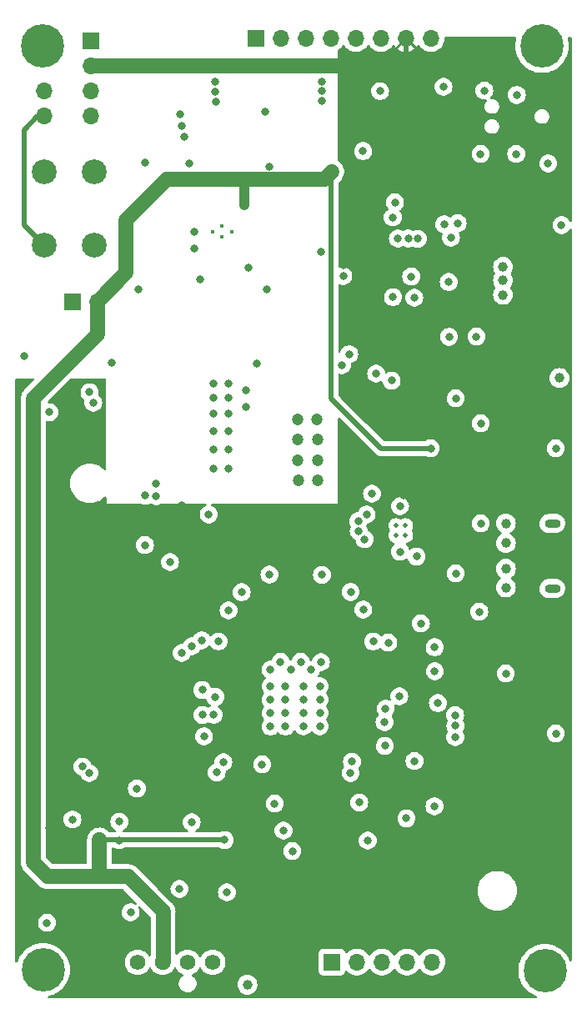
<source format=gbr>
%TF.GenerationSoftware,KiCad,Pcbnew,7.0.6-0*%
%TF.CreationDate,2023-08-11T12:33:22-04:00*%
%TF.ProjectId,bitaxeMax,62697461-7865-44d6-9178-2e6b69636164,rev?*%
%TF.SameCoordinates,Original*%
%TF.FileFunction,Copper,L3,Inr*%
%TF.FilePolarity,Positive*%
%FSLAX46Y46*%
G04 Gerber Fmt 4.6, Leading zero omitted, Abs format (unit mm)*
G04 Created by KiCad (PCBNEW 7.0.6-0) date 2023-08-11 12:33:22*
%MOMM*%
%LPD*%
G01*
G04 APERTURE LIST*
%TA.AperFunction,ComponentPad*%
%ADD10O,1.700000X1.700000*%
%TD*%
%TA.AperFunction,ComponentPad*%
%ADD11C,0.500000*%
%TD*%
%TA.AperFunction,ComponentPad*%
%ADD12C,0.700000*%
%TD*%
%TA.AperFunction,ComponentPad*%
%ADD13C,4.400000*%
%TD*%
%TA.AperFunction,ComponentPad*%
%ADD14C,0.400000*%
%TD*%
%TA.AperFunction,ComponentPad*%
%ADD15C,1.574800*%
%TD*%
%TA.AperFunction,ComponentPad*%
%ADD16R,1.700000X1.700000*%
%TD*%
%TA.AperFunction,ComponentPad*%
%ADD17C,2.520000*%
%TD*%
%TA.AperFunction,ComponentPad*%
%ADD18O,1.600200X0.914400*%
%TD*%
%TA.AperFunction,ViaPad*%
%ADD19C,0.800000*%
%TD*%
%TA.AperFunction,ViaPad*%
%ADD20C,1.000000*%
%TD*%
%TA.AperFunction,ViaPad*%
%ADD21C,1.200000*%
%TD*%
%TA.AperFunction,Conductor*%
%ADD22C,0.508000*%
%TD*%
%TA.AperFunction,Conductor*%
%ADD23C,1.500000*%
%TD*%
%TA.AperFunction,Conductor*%
%ADD24C,1.000000*%
%TD*%
%TA.AperFunction,Conductor*%
%ADD25C,0.254000*%
%TD*%
G04 APERTURE END LIST*
D10*
%TO.N,GND*%
%TO.C,*%
X80110000Y-55129000D03*
%TD*%
D11*
%TO.N,GND*%
%TO.C,U2*%
X116830000Y-99283600D03*
X116830000Y-100283600D03*
X115830000Y-100283600D03*
X115830000Y-99283600D03*
%TD*%
D12*
%TO.N,N/C*%
%TO.C,H4*%
X78337000Y-50603000D03*
X78820274Y-49436274D03*
X78820274Y-51769726D03*
X79987000Y-48953000D03*
D13*
X79987000Y-50603000D03*
D12*
X79987000Y-52253000D03*
X81153726Y-49436274D03*
X81153726Y-51769726D03*
X81637000Y-50603000D03*
%TD*%
%TO.N,N/C*%
%TO.C,H3*%
X129330000Y-144470000D03*
X129813274Y-143303274D03*
X129813274Y-145636726D03*
X130980000Y-142820000D03*
D13*
X130980000Y-144470000D03*
D12*
X130980000Y-146120000D03*
X132146726Y-143303274D03*
X132146726Y-145636726D03*
X132630000Y-144470000D03*
%TD*%
%TO.N,N/C*%
%TO.C,H2*%
X129033000Y-50604000D03*
X129516274Y-49437274D03*
X129516274Y-51770726D03*
X130683000Y-48954000D03*
D13*
X130683000Y-50604000D03*
D12*
X130683000Y-52254000D03*
X131849726Y-49437274D03*
X131849726Y-51770726D03*
X132333000Y-50604000D03*
%TD*%
%TO.N,N/C*%
%TO.C,H1*%
X78370000Y-144380000D03*
X78853274Y-143213274D03*
X78853274Y-145546726D03*
X80020000Y-142730000D03*
D13*
X80020000Y-144380000D03*
D12*
X80020000Y-146030000D03*
X81186726Y-143213274D03*
X81186726Y-145546726D03*
X81670000Y-144380000D03*
%TD*%
D14*
%TO.N,GND*%
%TO.C,U9*%
X98201691Y-68847200D03*
X99151691Y-69422200D03*
X97251691Y-69422200D03*
X98201691Y-69997200D03*
%TD*%
D10*
%TO.N,/Power/VIN*%
%TO.C,*%
X80110000Y-57669000D03*
%TD*%
D15*
%TO.N,GND*%
%TO.C,J4*%
X89621000Y-143622000D03*
%TO.N,/5V*%
X92161000Y-143622000D03*
%TO.N,/Fan/FAN_TACH*%
X94701000Y-143622000D03*
%TO.N,/Fan/FAN_PWM*%
X97241000Y-143622000D03*
%TD*%
D16*
%TO.N,GND*%
%TO.C,J9*%
X84859000Y-50049000D03*
D10*
%TO.N,/3V3*%
X84859000Y-52589000D03*
%TO.N,/SCL*%
X84859000Y-55129000D03*
%TO.N,/SDA*%
X84859000Y-57669000D03*
%TD*%
D17*
%TO.N,GND*%
%TO.C,J2*%
X85190000Y-63390000D03*
X80110000Y-63390000D03*
%TD*%
%TO.N,/Power/VIN*%
%TO.C,J1*%
X85190000Y-70810000D03*
X80110000Y-70810000D03*
%TD*%
D16*
%TO.N,/BI*%
%TO.C,J6*%
X101626000Y-49799000D03*
D10*
%TO.N,/RST*%
X104166000Y-49799000D03*
%TO.N,/RX*%
X106706000Y-49799000D03*
%TO.N,/TX*%
X109246000Y-49799000D03*
%TO.N,/SDA*%
X111786000Y-49799000D03*
%TO.N,/SCL*%
X114326000Y-49799000D03*
%TO.N,/3V3*%
X116866000Y-49799000D03*
%TO.N,GND*%
X119406000Y-49799000D03*
%TD*%
D16*
%TO.N,/Power/VIN*%
%TO.C,J7*%
X83000000Y-76540000D03*
D10*
%TO.N,/5V*%
X85540000Y-76540000D03*
%TD*%
D16*
%TO.N,/BM1397/1V8*%
%TO.C,J3*%
X109350000Y-143580000D03*
D10*
%TO.N,/BM1397/CI*%
X111890000Y-143580000D03*
%TO.N,/BM1397/RO*%
X114430000Y-143580000D03*
%TO.N,/BM1397/RST_N*%
X116970000Y-143580000D03*
%TO.N,GND*%
X119510000Y-143580000D03*
%TD*%
D18*
%TO.N,N/C*%
%TO.C,USB1*%
X131737000Y-99060000D03*
X131737000Y-105659996D03*
%TD*%
D19*
%TO.N,GND*%
X103110000Y-115590000D03*
X97830000Y-111040000D03*
X80410000Y-139600000D03*
D20*
X127000000Y-105559999D03*
D19*
X78090000Y-82060000D03*
X100850600Y-73131400D03*
X103110000Y-116950000D03*
X116910000Y-128990000D03*
X104630000Y-119670000D03*
D20*
X126719000Y-75842000D03*
X127000000Y-103659998D03*
D19*
X97320000Y-93500000D03*
X131300000Y-62500000D03*
X112980000Y-131260000D03*
X108120000Y-119660000D03*
X97320000Y-87878600D03*
X100580000Y-87270000D03*
X97320000Y-84830000D03*
X98860000Y-84830000D03*
X114230000Y-55160000D03*
X104630000Y-115590000D03*
X98682000Y-136516000D03*
X98860000Y-93500000D03*
X106450000Y-116920000D03*
X128120000Y-55550000D03*
X113540000Y-111040000D03*
X95400600Y-69431400D03*
X106450000Y-119640000D03*
D20*
X100765000Y-145890000D03*
D19*
X94890000Y-62470000D03*
X97320000Y-86310000D03*
X106450000Y-118280000D03*
X80660000Y-87760000D03*
X97320000Y-89650000D03*
X132080000Y-120380000D03*
D20*
X126719000Y-74372000D03*
D19*
X103110000Y-119670000D03*
X90360055Y-101249945D03*
X88908900Y-138550000D03*
X98860000Y-91520000D03*
X117730000Y-123190000D03*
X104630000Y-118310000D03*
X121210000Y-74547000D03*
X120110000Y-117300000D03*
X98860000Y-86310000D03*
X97320000Y-91520000D03*
X102570000Y-57250000D03*
X87764000Y-129341000D03*
X115749000Y-66446000D03*
X113410000Y-96043600D03*
X112512000Y-61250000D03*
X106450000Y-115560000D03*
X95110000Y-129400000D03*
X98860000Y-89650000D03*
X104630000Y-116950000D03*
X86970000Y-82770000D03*
D20*
X126719000Y-73012000D03*
D19*
X105330000Y-132320000D03*
X104430000Y-130240000D03*
X108120000Y-115580000D03*
D20*
X132450000Y-84290000D03*
D19*
X124308576Y-108035637D03*
X108120000Y-118300000D03*
X108120000Y-116940000D03*
X98860000Y-87878600D03*
X103110000Y-118310000D03*
X116274100Y-101933600D03*
X83001194Y-129118806D03*
X96840000Y-98140000D03*
X92910000Y-102990000D03*
D20*
X127000000Y-99060000D03*
D19*
X100580000Y-85521400D03*
%TO.N,/BM1397/1V8*%
X116260000Y-97313600D03*
X119760000Y-127770000D03*
X117940000Y-102413600D03*
X112130000Y-127390000D03*
X111380000Y-123250000D03*
X98320000Y-123300000D03*
%TO.N,/BM1397/0V8*%
X111240000Y-124400000D03*
X97650000Y-124350000D03*
X102260000Y-123530000D03*
X103530000Y-127490000D03*
%TO.N,/VDD*%
X110361000Y-82986000D03*
X115517000Y-67970000D03*
X103000000Y-104240000D03*
X105152000Y-113890000D03*
D21*
X107870000Y-90540000D03*
X107910000Y-92670000D03*
D19*
X104126000Y-113110000D03*
X108330000Y-104270000D03*
X108230000Y-113150000D03*
X103100000Y-113900000D03*
X103000000Y-62838100D03*
X107204000Y-113920000D03*
D21*
X107910000Y-94640000D03*
D19*
X106178000Y-113110000D03*
D21*
X105880000Y-90540000D03*
X105880000Y-88500000D03*
X107850000Y-88520000D03*
X105930000Y-94670000D03*
X105900000Y-92650000D03*
D19*
%TO.N,/ESP32/EN*%
X127000000Y-114300000D03*
X132665000Y-68760000D03*
X124460000Y-99060000D03*
%TO.N,/5V*%
X85750000Y-131200000D03*
X100470000Y-66770000D03*
X93869000Y-136167000D03*
X87748000Y-131214000D03*
X119380000Y-91440000D03*
D21*
X109323000Y-63360000D03*
D19*
X98450000Y-131200000D03*
%TO.N,/3V3*%
X115457000Y-62413000D03*
X115060000Y-96153600D03*
X129610000Y-55490000D03*
D20*
X129310000Y-83980000D03*
D19*
X115840000Y-79945000D03*
X110536000Y-72864000D03*
X131744000Y-76848000D03*
X98662000Y-137914100D03*
X116600000Y-96213600D03*
X83700000Y-87750000D03*
X80676100Y-129980000D03*
X82880000Y-132350000D03*
X94100000Y-97190000D03*
X132080000Y-111760000D03*
X82990000Y-85090000D03*
%TO.N,/TX*%
X115412000Y-84554000D03*
%TO.N,/RX*%
X113836000Y-83855000D03*
%TO.N,/BM1397/RST_N*%
X112070000Y-99853600D03*
X116190000Y-116610000D03*
%TO.N,/BM1397/CI*%
X121880000Y-119600000D03*
X112020000Y-98843600D03*
%TO.N,/RST*%
X120676000Y-54726000D03*
X121437000Y-70037900D03*
%TO.N,/BM1397/RO*%
X112870000Y-98163600D03*
X121859000Y-118519000D03*
%TO.N,/TEMP_N*%
X97340000Y-118490000D03*
%TO.N,/TEMP_P*%
X96203000Y-118495000D03*
%TO.N,/SCL*%
X120743000Y-68680100D03*
X85120000Y-86810000D03*
X90390000Y-96230000D03*
X84010000Y-123740000D03*
%TO.N,/Power/OUT0*%
X91440000Y-95040000D03*
X89730000Y-75310000D03*
%TO.N,Net-(IC1-VDD1_0)*%
X115070000Y-111160000D03*
%TO.N,Net-(IC1-VDD2_0)*%
X112530000Y-107800000D03*
%TO.N,Net-(IC1-VDD3_0)*%
X111250000Y-106010000D03*
%TO.N,Net-(IC1-VDD3_1)*%
X100180000Y-106040000D03*
%TO.N,Net-(IC1-VDD2_1)*%
X98850000Y-107880000D03*
%TO.N,Net-(IC1-VDD1_1)*%
X96130000Y-110920000D03*
%TO.N,Net-(U9-BOOT)*%
X95368800Y-71183600D03*
X95958800Y-74273600D03*
%TO.N,Net-(IC1-ADDR0)*%
X118380000Y-109220000D03*
%TO.N,Net-(IC1-ADDR1)*%
X119780000Y-111630000D03*
%TO.N,Net-(IC1-ADDR2)*%
X119790000Y-114060000D03*
%TO.N,Net-(IC1-RO)*%
X114800000Y-117880000D03*
%TO.N,Net-(IC1-CI)*%
X114690000Y-119230000D03*
%TO.N,Net-(IC1-PIN_MODE)*%
X89540000Y-125970000D03*
%TO.N,Net-(IC1-CLKO)*%
X97500000Y-116660000D03*
%TO.N,Net-(IC1-CO)*%
X96180000Y-115958900D03*
%TO.N,Net-(IC1-RI)*%
X96360000Y-120670000D03*
%TO.N,Net-(IC1-NRSTO)*%
X94099000Y-112195000D03*
%TO.N,Net-(IC1-BO)*%
X95116000Y-111529000D03*
%TO.N,/BI*%
X117717100Y-76139000D03*
X115546000Y-76073000D03*
%TO.N,Net-(Q2-G)*%
X101710600Y-82811400D03*
X102700000Y-75260000D03*
%TO.N,Net-(U4-BA)*%
X97500000Y-54210000D03*
%TO.N,Net-(U13-BA)*%
X108340000Y-54180000D03*
%TO.N,/ESP32/P_TX*%
X124460000Y-88900000D03*
X128060000Y-61549000D03*
%TO.N,/ESP32/P_RX*%
X124447000Y-61551000D03*
X121920000Y-86360000D03*
%TO.N,/ESP32/IO0*%
X132080000Y-91440000D03*
X124830000Y-55100000D03*
X121920000Y-104140000D03*
X122113000Y-68573000D03*
%TO.N,/ESP32/XIN32*%
X124019000Y-80080000D03*
%TO.N,Net-(U4-GA)*%
X97520000Y-55200000D03*
%TO.N,/ESP32/XOUT32*%
X121248000Y-80100000D03*
%TO.N,/Power/PGOOD*%
X108278900Y-71440000D03*
%TO.N,Net-(U13-GA)*%
X108320000Y-55170000D03*
%TO.N,Net-(U4-RA)*%
X97540000Y-56230000D03*
%TO.N,/ESP32/LEDX_B*%
X93950000Y-57520000D03*
%TO.N,Net-(U13-RA)*%
X108310000Y-56190000D03*
%TO.N,/ESP32/FAN_ALERT*%
X111108000Y-81876000D03*
X121867000Y-120750000D03*
X110497000Y-73924000D03*
%TO.N,/ESP32/LEDZ_B*%
X116044000Y-70126000D03*
%TO.N,/ESP32/LEDX_G*%
X94129945Y-58660055D03*
%TO.N,/ESP32/LEDZ_G*%
X117097000Y-70138000D03*
%TO.N,/BM1397/BM_BI*%
X112660000Y-100653600D03*
%TO.N,/SDA*%
X84702648Y-124392960D03*
X117403141Y-73987441D03*
X84730000Y-85730000D03*
X91500000Y-96290000D03*
X90357445Y-62412445D03*
%TO.N,/BM1397/BM_CLKI*%
X114720000Y-121640000D03*
%TO.N,/ESP32/LEDX_R*%
X94319890Y-59810110D03*
%TO.N,/ESP32/LEDZ_R*%
X118065584Y-70146474D03*
D20*
%TO.N,Net-(USB1-VBUS)*%
X127000000Y-101059998D03*
%TD*%
D22*
%TO.N,/Power/VIN*%
X79491000Y-57669000D02*
X78070600Y-59089400D01*
X78070600Y-68770600D02*
X80110000Y-70810000D01*
X80110000Y-57669000D02*
X79491000Y-57669000D01*
X78070600Y-59089400D02*
X78070600Y-68770600D01*
%TO.N,/5V*%
X98450000Y-131200000D02*
X85750000Y-131200000D01*
D23*
X85540000Y-76540000D02*
X88470000Y-73610000D01*
X85737000Y-134922000D02*
X80505000Y-134922000D01*
X92161000Y-143622000D02*
X92207000Y-143576000D01*
D22*
X109323000Y-63360000D02*
X109220000Y-63463000D01*
D24*
X100490000Y-66750000D02*
X100490000Y-64140000D01*
D23*
X92207000Y-138468000D02*
X88661000Y-134922000D01*
D22*
X109220000Y-86360000D02*
X114300000Y-91440000D01*
D24*
X100470000Y-66770000D02*
X100490000Y-66750000D01*
D22*
X109220000Y-63463000D02*
X109220000Y-86360000D01*
D23*
X85737000Y-134922000D02*
X85737000Y-131213000D01*
X85737000Y-131213000D02*
X85750000Y-131200000D01*
X100490000Y-64140000D02*
X108543000Y-64140000D01*
X80505000Y-134922000D02*
X80501000Y-134926000D01*
D22*
X114300000Y-91440000D02*
X119380000Y-91440000D01*
D23*
X79035000Y-133460000D02*
X80501000Y-134926000D01*
X85540000Y-79838000D02*
X79035000Y-86343000D01*
X85540000Y-76540000D02*
X85540000Y-79838000D01*
X92207000Y-143576000D02*
X92207000Y-138468000D01*
X88470000Y-73610000D02*
X88470000Y-68240000D01*
X88661000Y-134922000D02*
X85737000Y-134922000D01*
D25*
X100470000Y-66770000D02*
X100270000Y-66970000D01*
D23*
X88470000Y-68240000D02*
X92570000Y-64140000D01*
X79035000Y-86343000D02*
X79035000Y-133460000D01*
X108543000Y-64140000D02*
X109323000Y-63360000D01*
X92570000Y-64140000D02*
X100490000Y-64140000D01*
D25*
%TO.N,/3V3*%
X116866000Y-49799000D02*
X118133000Y-51066000D01*
X116866000Y-49799000D02*
X115549000Y-51116000D01*
D23*
X115673000Y-52589000D02*
X116409000Y-52589000D01*
X84859000Y-52589000D02*
X115673000Y-52589000D01*
X116409000Y-52589000D02*
X116652000Y-52346000D01*
D25*
X118133000Y-51291000D02*
X117078000Y-52346000D01*
X118133000Y-51066000D02*
X118133000Y-51291000D01*
X117078000Y-52346000D02*
X116652000Y-52346000D01*
X115549000Y-51116000D02*
X115549000Y-51167000D01*
%TD*%
%TA.AperFunction,Conductor*%
%TO.N,/3V3*%
G36*
X128037089Y-49680002D02*
G01*
X128083582Y-49733658D01*
X128093686Y-49803932D01*
X128089263Y-49823486D01*
X128048396Y-49954631D01*
X127989333Y-50276929D01*
X127989332Y-50276932D01*
X127969549Y-50603998D01*
X127969549Y-50604001D01*
X127989332Y-50931067D01*
X127989333Y-50931070D01*
X128048396Y-51253370D01*
X128145880Y-51566207D01*
X128280356Y-51865003D01*
X128449871Y-52145412D01*
X128449873Y-52145415D01*
X128449874Y-52145416D01*
X128632997Y-52379156D01*
X128651954Y-52403352D01*
X128651959Y-52403358D01*
X128883641Y-52635040D01*
X128883647Y-52635045D01*
X128883649Y-52635047D01*
X128916634Y-52660889D01*
X129141587Y-52837128D01*
X129421996Y-53006643D01*
X129720792Y-53141119D01*
X129720793Y-53141119D01*
X129720797Y-53141121D01*
X130033629Y-53238603D01*
X130355930Y-53297667D01*
X130573976Y-53310856D01*
X130682999Y-53317451D01*
X130683000Y-53317451D01*
X130683001Y-53317451D01*
X130764767Y-53312504D01*
X131010070Y-53297667D01*
X131332371Y-53238603D01*
X131645203Y-53141121D01*
X131724819Y-53105288D01*
X131944003Y-53006643D01*
X132087661Y-52919798D01*
X132224416Y-52837126D01*
X132482351Y-52635047D01*
X132714047Y-52403351D01*
X132916126Y-52145416D01*
X133085642Y-51865004D01*
X133085643Y-51865003D01*
X133220119Y-51566207D01*
X133220121Y-51566203D01*
X133317603Y-51253371D01*
X133376667Y-50931070D01*
X133396451Y-50604000D01*
X133376667Y-50276930D01*
X133317603Y-49954629D01*
X133276736Y-49823484D01*
X133275567Y-49752499D01*
X133312962Y-49692148D01*
X133377048Y-49661595D01*
X133397032Y-49660000D01*
X133593500Y-49660000D01*
X133661621Y-49680002D01*
X133708114Y-49733658D01*
X133719500Y-49786000D01*
X133719500Y-68299210D01*
X133699498Y-68367331D01*
X133645842Y-68413824D01*
X133575568Y-68423928D01*
X133510988Y-68394434D01*
X133484381Y-68362210D01*
X133404041Y-68223058D01*
X133404034Y-68223048D01*
X133276255Y-68081135D01*
X133121752Y-67968882D01*
X132947288Y-67891206D01*
X132760487Y-67851500D01*
X132569513Y-67851500D01*
X132382711Y-67891206D01*
X132208247Y-67968882D01*
X132053744Y-68081135D01*
X131925965Y-68223048D01*
X131925958Y-68223058D01*
X131830476Y-68388438D01*
X131830473Y-68388444D01*
X131815999Y-68432986D01*
X131771457Y-68570072D01*
X131751496Y-68760000D01*
X131771457Y-68949927D01*
X131794541Y-69020969D01*
X131830473Y-69131556D01*
X131830476Y-69131561D01*
X131925958Y-69296941D01*
X131925965Y-69296951D01*
X132053744Y-69438864D01*
X132112427Y-69481500D01*
X132208248Y-69551118D01*
X132382712Y-69628794D01*
X132569513Y-69668500D01*
X132760487Y-69668500D01*
X132947288Y-69628794D01*
X133121752Y-69551118D01*
X133276253Y-69438866D01*
X133276255Y-69438864D01*
X133404034Y-69296951D01*
X133404035Y-69296949D01*
X133404040Y-69296944D01*
X133484381Y-69157788D01*
X133535763Y-69108796D01*
X133605477Y-69095360D01*
X133671388Y-69121746D01*
X133712570Y-69179578D01*
X133719500Y-69220789D01*
X133719500Y-143370495D01*
X133699498Y-143438616D01*
X133645842Y-143485109D01*
X133575568Y-143495213D01*
X133510988Y-143465719D01*
X133478601Y-143422207D01*
X133382643Y-143208997D01*
X133213128Y-142928587D01*
X133210107Y-142924731D01*
X133011047Y-142670649D01*
X133011045Y-142670647D01*
X133011040Y-142670641D01*
X132779358Y-142438959D01*
X132779352Y-142438954D01*
X132779169Y-142438811D01*
X132521416Y-142236874D01*
X132521415Y-142236873D01*
X132521412Y-142236871D01*
X132241003Y-142067356D01*
X131942207Y-141932880D01*
X131629370Y-141835396D01*
X131307070Y-141776333D01*
X131307067Y-141776332D01*
X130980001Y-141756549D01*
X130979999Y-141756549D01*
X130652932Y-141776332D01*
X130652929Y-141776333D01*
X130330629Y-141835396D01*
X130017792Y-141932880D01*
X129718996Y-142067356D01*
X129438587Y-142236871D01*
X129180647Y-142438954D01*
X129180641Y-142438959D01*
X128948959Y-142670641D01*
X128948954Y-142670647D01*
X128746871Y-142928587D01*
X128577356Y-143208996D01*
X128442880Y-143507792D01*
X128345396Y-143820629D01*
X128286333Y-144142929D01*
X128286332Y-144142932D01*
X128266549Y-144469998D01*
X128266549Y-144470001D01*
X128286332Y-144797067D01*
X128286333Y-144797070D01*
X128345396Y-145119370D01*
X128442880Y-145432207D01*
X128577356Y-145731003D01*
X128746871Y-146011412D01*
X128746873Y-146011415D01*
X128746874Y-146011416D01*
X128920927Y-146233579D01*
X128948954Y-146269352D01*
X128948959Y-146269358D01*
X129180641Y-146501040D01*
X129180647Y-146501045D01*
X129180649Y-146501047D01*
X129410649Y-146681240D01*
X129438587Y-146703128D01*
X129718996Y-146872643D01*
X130017789Y-147007118D01*
X130017793Y-147007119D01*
X130017797Y-147007121D01*
X130101506Y-147033205D01*
X130160590Y-147072568D01*
X130189015Y-147137626D01*
X130177755Y-147207724D01*
X130130384Y-147260606D01*
X130064019Y-147279500D01*
X80610444Y-147279500D01*
X80542323Y-147259498D01*
X80495830Y-147205842D01*
X80485726Y-147135568D01*
X80515220Y-147070988D01*
X80574946Y-147032604D01*
X80587732Y-147029564D01*
X80607889Y-147025869D01*
X80669371Y-147014603D01*
X80982203Y-146917121D01*
X81069502Y-146877831D01*
X81281003Y-146782643D01*
X81474923Y-146665413D01*
X81561416Y-146613126D01*
X81819351Y-146411047D01*
X82051047Y-146179351D01*
X82253126Y-145921416D01*
X82368235Y-145731004D01*
X82422643Y-145641003D01*
X82557119Y-145342207D01*
X82557121Y-145342203D01*
X82654603Y-145029371D01*
X82713667Y-144707070D01*
X82733451Y-144380000D01*
X82713667Y-144052930D01*
X82654603Y-143730629D01*
X82557121Y-143417797D01*
X82557119Y-143417792D01*
X82422643Y-143118996D01*
X82253128Y-142838587D01*
X82211796Y-142785830D01*
X82051047Y-142580649D01*
X82051045Y-142580647D01*
X82051040Y-142580641D01*
X81819358Y-142348959D01*
X81819352Y-142348954D01*
X81809088Y-142340913D01*
X81561416Y-142146874D01*
X81561415Y-142146873D01*
X81561412Y-142146871D01*
X81281003Y-141977356D01*
X80982207Y-141842880D01*
X80669370Y-141745396D01*
X80347070Y-141686333D01*
X80347067Y-141686332D01*
X80020001Y-141666549D01*
X80019999Y-141666549D01*
X79692932Y-141686332D01*
X79692929Y-141686333D01*
X79370629Y-141745396D01*
X79057792Y-141842880D01*
X78758996Y-141977356D01*
X78478587Y-142146871D01*
X78220647Y-142348954D01*
X78220641Y-142348959D01*
X77988959Y-142580641D01*
X77988954Y-142580647D01*
X77786871Y-142838587D01*
X77617356Y-143118996D01*
X77482881Y-143417789D01*
X77436795Y-143565687D01*
X77397432Y-143624772D01*
X77332374Y-143653197D01*
X77262276Y-143641937D01*
X77209394Y-143594566D01*
X77190500Y-143528201D01*
X77190500Y-139600000D01*
X79496496Y-139600000D01*
X79516457Y-139789927D01*
X79546526Y-139882470D01*
X79575473Y-139971556D01*
X79575476Y-139971561D01*
X79670958Y-140136941D01*
X79670965Y-140136951D01*
X79798744Y-140278864D01*
X79798747Y-140278866D01*
X79953248Y-140391118D01*
X80127712Y-140468794D01*
X80314513Y-140508500D01*
X80505487Y-140508500D01*
X80692288Y-140468794D01*
X80866752Y-140391118D01*
X81021253Y-140278866D01*
X81149040Y-140136944D01*
X81244527Y-139971556D01*
X81303542Y-139789928D01*
X81323504Y-139600000D01*
X81303542Y-139410072D01*
X81244527Y-139228444D01*
X81149040Y-139063056D01*
X81149038Y-139063054D01*
X81149034Y-139063048D01*
X81021255Y-138921135D01*
X80866752Y-138808882D01*
X80692288Y-138731206D01*
X80505487Y-138691500D01*
X80314513Y-138691500D01*
X80127711Y-138731206D01*
X79953247Y-138808882D01*
X79798744Y-138921135D01*
X79670965Y-139063048D01*
X79670958Y-139063058D01*
X79575476Y-139228438D01*
X79575473Y-139228445D01*
X79516457Y-139410072D01*
X79496496Y-139600000D01*
X77190500Y-139600000D01*
X77190500Y-84436000D01*
X77210502Y-84367879D01*
X77264158Y-84321386D01*
X77316500Y-84310000D01*
X78984021Y-84310000D01*
X79052142Y-84330002D01*
X79098635Y-84383658D01*
X79108739Y-84453932D01*
X79079245Y-84518512D01*
X79073129Y-84525081D01*
X78613755Y-84984456D01*
X78197585Y-85400626D01*
X78192314Y-85405337D01*
X78161779Y-85429687D01*
X78116540Y-85481468D01*
X78113649Y-85484561D01*
X78105141Y-85493069D01*
X78077959Y-85525629D01*
X78012736Y-85600282D01*
X78012734Y-85600285D01*
X78010526Y-85603981D01*
X77999098Y-85620087D01*
X77996330Y-85623405D01*
X77996329Y-85623406D01*
X77947396Y-85709642D01*
X77896551Y-85794742D01*
X77896546Y-85794752D01*
X77895029Y-85798794D01*
X77886665Y-85816671D01*
X77884536Y-85820424D01*
X77884532Y-85820432D01*
X77851789Y-85914007D01*
X77816950Y-86006832D01*
X77816948Y-86006841D01*
X77816179Y-86011080D01*
X77811138Y-86030180D01*
X77809714Y-86034248D01*
X77809712Y-86034256D01*
X77794201Y-86132182D01*
X77776500Y-86229729D01*
X77776500Y-86234034D01*
X77774949Y-86253743D01*
X77774275Y-86257995D01*
X77774275Y-86258002D01*
X77776500Y-86357136D01*
X77776500Y-133385779D01*
X77776104Y-133392837D01*
X77771731Y-133431647D01*
X77776357Y-133500269D01*
X77776500Y-133504507D01*
X77776500Y-133516528D01*
X77780300Y-133558755D01*
X77786969Y-133657661D01*
X77786969Y-133657663D01*
X77786970Y-133657668D01*
X77788023Y-133661849D01*
X77791331Y-133681318D01*
X77791718Y-133685620D01*
X77818095Y-133781194D01*
X77842321Y-133877337D01*
X77842321Y-133877338D01*
X77844103Y-133881260D01*
X77850842Y-133899848D01*
X77851985Y-133903990D01*
X77851986Y-133903994D01*
X77894999Y-133993311D01*
X77935320Y-134082081D01*
X77936006Y-134083590D01*
X77936700Y-134084591D01*
X77938455Y-134087124D01*
X77948405Y-134104211D01*
X77950271Y-134108087D01*
X78008554Y-134188306D01*
X78065011Y-134269798D01*
X78065023Y-134269812D01*
X78068055Y-134272844D01*
X78080891Y-134287871D01*
X78083426Y-134291360D01*
X78083429Y-134291363D01*
X78155092Y-134359880D01*
X79590147Y-135794935D01*
X79592074Y-135796951D01*
X79648495Y-135858678D01*
X79715035Y-135909341D01*
X79717199Y-135911066D01*
X79740135Y-135930215D01*
X79781395Y-135964663D01*
X79781400Y-135964666D01*
X79781406Y-135964671D01*
X79802434Y-135976602D01*
X79809501Y-135981267D01*
X79823377Y-135991832D01*
X79828733Y-135995911D01*
X79903228Y-136033868D01*
X79905694Y-136035194D01*
X79978433Y-136076468D01*
X80001250Y-136084451D01*
X80009040Y-136087781D01*
X80030575Y-136098754D01*
X80082639Y-136114387D01*
X80110646Y-136122798D01*
X80113335Y-136123672D01*
X80160888Y-136140311D01*
X80192251Y-136151286D01*
X80192252Y-136151286D01*
X80192254Y-136151287D01*
X80216135Y-136155069D01*
X80224386Y-136156952D01*
X80247538Y-136163905D01*
X80304331Y-136170304D01*
X80330616Y-136173266D01*
X80333412Y-136173644D01*
X80416000Y-136186725D01*
X80440175Y-136186182D01*
X80448620Y-136186561D01*
X80472648Y-136189269D01*
X80556126Y-136183639D01*
X80558820Y-136183518D01*
X80642476Y-136181642D01*
X80642486Y-136181639D01*
X80649096Y-136180896D01*
X80656153Y-136180500D01*
X85623733Y-136180500D01*
X85707337Y-136180500D01*
X85710137Y-136180562D01*
X85793691Y-136184315D01*
X85807719Y-136182414D01*
X85817644Y-136181071D01*
X85826109Y-136180500D01*
X88087522Y-136180500D01*
X88155643Y-136200502D01*
X88176617Y-136217405D01*
X89522794Y-137563582D01*
X89556820Y-137625894D01*
X89551755Y-137696709D01*
X89509208Y-137753545D01*
X89442688Y-137778356D01*
X89373314Y-137763265D01*
X89370697Y-137761795D01*
X89365653Y-137758883D01*
X89365652Y-137758882D01*
X89191188Y-137681206D01*
X89004387Y-137641500D01*
X88813413Y-137641500D01*
X88626611Y-137681206D01*
X88452147Y-137758882D01*
X88297644Y-137871135D01*
X88169865Y-138013048D01*
X88169858Y-138013058D01*
X88074376Y-138178438D01*
X88074373Y-138178445D01*
X88015357Y-138360072D01*
X87995396Y-138550000D01*
X88015357Y-138739927D01*
X88037763Y-138808882D01*
X88074373Y-138921556D01*
X88074376Y-138921561D01*
X88169858Y-139086941D01*
X88169865Y-139086951D01*
X88297644Y-139228864D01*
X88297647Y-139228866D01*
X88452148Y-139341118D01*
X88626612Y-139418794D01*
X88813413Y-139458500D01*
X89004387Y-139458500D01*
X89191188Y-139418794D01*
X89365652Y-139341118D01*
X89520153Y-139228866D01*
X89520533Y-139228444D01*
X89647934Y-139086951D01*
X89647935Y-139086949D01*
X89647940Y-139086944D01*
X89743427Y-138921556D01*
X89802442Y-138739928D01*
X89822404Y-138550000D01*
X89802442Y-138360072D01*
X89743427Y-138178444D01*
X89683429Y-138074525D01*
X89666692Y-138005532D01*
X89689912Y-137938440D01*
X89745719Y-137894553D01*
X89816394Y-137887804D01*
X89879499Y-137920336D01*
X89881644Y-137922432D01*
X90911595Y-138952383D01*
X90945621Y-139014695D01*
X90948500Y-139041478D01*
X90948500Y-142858912D01*
X90928498Y-142927033D01*
X90874842Y-142973526D01*
X90804568Y-142983630D01*
X90739988Y-142954136D01*
X90719287Y-142931183D01*
X90617511Y-142785833D01*
X90617506Y-142785827D01*
X90457172Y-142625493D01*
X90457166Y-142625488D01*
X90271425Y-142495431D01*
X90065920Y-142399602D01*
X90065915Y-142399600D01*
X89943270Y-142366738D01*
X89846890Y-142340913D01*
X89621000Y-142321150D01*
X89395110Y-142340913D01*
X89365101Y-142348954D01*
X89176084Y-142399600D01*
X89176079Y-142399602D01*
X88970574Y-142495431D01*
X88784833Y-142625488D01*
X88784827Y-142625493D01*
X88624493Y-142785827D01*
X88624488Y-142785833D01*
X88494431Y-142971574D01*
X88398602Y-143177079D01*
X88398600Y-143177084D01*
X88385500Y-143225976D01*
X88339913Y-143396110D01*
X88320150Y-143622000D01*
X88339913Y-143847890D01*
X88357597Y-143913887D01*
X88398600Y-144066915D01*
X88398602Y-144066920D01*
X88494431Y-144272425D01*
X88595852Y-144417270D01*
X88624491Y-144458170D01*
X88784830Y-144618509D01*
X88970575Y-144748569D01*
X89176083Y-144844399D01*
X89395110Y-144903087D01*
X89621000Y-144922850D01*
X89846890Y-144903087D01*
X90065917Y-144844399D01*
X90271425Y-144748569D01*
X90457170Y-144618509D01*
X90617509Y-144458170D01*
X90747569Y-144272425D01*
X90776805Y-144209727D01*
X90823722Y-144156443D01*
X90891999Y-144136982D01*
X90959959Y-144157524D01*
X91005195Y-144209728D01*
X91034431Y-144272425D01*
X91135852Y-144417270D01*
X91164491Y-144458170D01*
X91324830Y-144618509D01*
X91510575Y-144748569D01*
X91716083Y-144844399D01*
X91935110Y-144903087D01*
X92161000Y-144922850D01*
X92386890Y-144903087D01*
X92605917Y-144844399D01*
X92811425Y-144748569D01*
X92997170Y-144618509D01*
X93157509Y-144458170D01*
X93287569Y-144272425D01*
X93316805Y-144209727D01*
X93363722Y-144156443D01*
X93431999Y-144136982D01*
X93499959Y-144157524D01*
X93545195Y-144209728D01*
X93574431Y-144272425D01*
X93675852Y-144417270D01*
X93704491Y-144458170D01*
X93864830Y-144618509D01*
X94050575Y-144748569D01*
X94187459Y-144812399D01*
X94240743Y-144859315D01*
X94260204Y-144927592D01*
X94239662Y-144995552D01*
X94197210Y-145035711D01*
X94170143Y-145051339D01*
X94170142Y-145051340D01*
X94170141Y-145051340D01*
X94029829Y-145177677D01*
X93918853Y-145330422D01*
X93842055Y-145502912D01*
X93812704Y-145641003D01*
X93802800Y-145687596D01*
X93802800Y-145876406D01*
X93842055Y-146061089D01*
X93910889Y-146215693D01*
X93918853Y-146233579D01*
X94029829Y-146386324D01*
X94029830Y-146386325D01*
X94170143Y-146512663D01*
X94191984Y-146525273D01*
X94333655Y-146607067D01*
X94333662Y-146607070D01*
X94513225Y-146665413D01*
X94513222Y-146665413D01*
X94578015Y-146672222D01*
X94653923Y-146680201D01*
X94653926Y-146680201D01*
X94748074Y-146680201D01*
X94748077Y-146680201D01*
X94888775Y-146665413D01*
X95011954Y-146625390D01*
X95068337Y-146607070D01*
X95068337Y-146607069D01*
X95068343Y-146607068D01*
X95231857Y-146512663D01*
X95372170Y-146386325D01*
X95483149Y-146233575D01*
X95559945Y-146061089D01*
X95596310Y-145890003D01*
X99751620Y-145890003D01*
X99771090Y-146087694D01*
X99771091Y-146087700D01*
X99771092Y-146087701D01*
X99828759Y-146277804D01*
X99922405Y-146453004D01*
X100048432Y-146606568D01*
X100201996Y-146732595D01*
X100377196Y-146826241D01*
X100567299Y-146883908D01*
X100567303Y-146883908D01*
X100567305Y-146883909D01*
X100764997Y-146903380D01*
X100765000Y-146903380D01*
X100765003Y-146903380D01*
X100962694Y-146883909D01*
X100962695Y-146883908D01*
X100962701Y-146883908D01*
X101152804Y-146826241D01*
X101328004Y-146732595D01*
X101481568Y-146606568D01*
X101607595Y-146453004D01*
X101701241Y-146277804D01*
X101758908Y-146087701D01*
X101766422Y-146011416D01*
X101778380Y-145890003D01*
X101778380Y-145889996D01*
X101758909Y-145692305D01*
X101758908Y-145692303D01*
X101758908Y-145692299D01*
X101701241Y-145502196D01*
X101607595Y-145326996D01*
X101481568Y-145173432D01*
X101328004Y-145047405D01*
X101152804Y-144953759D01*
X100962701Y-144896092D01*
X100962700Y-144896091D01*
X100962694Y-144896090D01*
X100765003Y-144876620D01*
X100764997Y-144876620D01*
X100567305Y-144896090D01*
X100377195Y-144953759D01*
X100201995Y-145047405D01*
X100048432Y-145173432D01*
X99922405Y-145326995D01*
X99828759Y-145502195D01*
X99771090Y-145692305D01*
X99751620Y-145889996D01*
X99751620Y-145890003D01*
X95596310Y-145890003D01*
X95599200Y-145876406D01*
X95599200Y-145687596D01*
X95559945Y-145502913D01*
X95483149Y-145330427D01*
X95483147Y-145330424D01*
X95483146Y-145330422D01*
X95372170Y-145177677D01*
X95307413Y-145119370D01*
X95231857Y-145051339D01*
X95231855Y-145051338D01*
X95231850Y-145051334D01*
X95204790Y-145035711D01*
X95155797Y-144984328D01*
X95142362Y-144914614D01*
X95168749Y-144848704D01*
X95214540Y-144812399D01*
X95351425Y-144748569D01*
X95537170Y-144618509D01*
X95697509Y-144458170D01*
X95827569Y-144272425D01*
X95856805Y-144209727D01*
X95903722Y-144156443D01*
X95971999Y-144136982D01*
X96039959Y-144157524D01*
X96085195Y-144209728D01*
X96114431Y-144272425D01*
X96215852Y-144417270D01*
X96244491Y-144458170D01*
X96404830Y-144618509D01*
X96590575Y-144748569D01*
X96796083Y-144844399D01*
X97015110Y-144903087D01*
X97241000Y-144922850D01*
X97466890Y-144903087D01*
X97685917Y-144844399D01*
X97891425Y-144748569D01*
X98077170Y-144618509D01*
X98217030Y-144478649D01*
X107991500Y-144478649D01*
X107998009Y-144539196D01*
X107998011Y-144539204D01*
X108049110Y-144676202D01*
X108049112Y-144676207D01*
X108136738Y-144793261D01*
X108253792Y-144880887D01*
X108253794Y-144880888D01*
X108253796Y-144880889D01*
X108308900Y-144901442D01*
X108390795Y-144931988D01*
X108390803Y-144931990D01*
X108451350Y-144938499D01*
X108451355Y-144938499D01*
X108451362Y-144938500D01*
X108451368Y-144938500D01*
X110248632Y-144938500D01*
X110248638Y-144938500D01*
X110248645Y-144938499D01*
X110248649Y-144938499D01*
X110309196Y-144931990D01*
X110309199Y-144931989D01*
X110309201Y-144931989D01*
X110446204Y-144880889D01*
X110475024Y-144859315D01*
X110563261Y-144793261D01*
X110650886Y-144676208D01*
X110650885Y-144676208D01*
X110650889Y-144676204D01*
X110694999Y-144557939D01*
X110737545Y-144501107D01*
X110804066Y-144476296D01*
X110873440Y-144491388D01*
X110905753Y-144516635D01*
X110926529Y-144539204D01*
X110966762Y-144582908D01*
X111012498Y-144618506D01*
X111144424Y-144721189D01*
X111342426Y-144828342D01*
X111342427Y-144828342D01*
X111342428Y-144828343D01*
X111432647Y-144859315D01*
X111555365Y-144901444D01*
X111777431Y-144938500D01*
X111777435Y-144938500D01*
X112002565Y-144938500D01*
X112002569Y-144938500D01*
X112224635Y-144901444D01*
X112437574Y-144828342D01*
X112635576Y-144721189D01*
X112813240Y-144582906D01*
X112965722Y-144417268D01*
X113054518Y-144281354D01*
X113108520Y-144235268D01*
X113178868Y-144225692D01*
X113243225Y-144255669D01*
X113265480Y-144281353D01*
X113298607Y-144332058D01*
X113354275Y-144417265D01*
X113354279Y-144417270D01*
X113506762Y-144582908D01*
X113552498Y-144618506D01*
X113684424Y-144721189D01*
X113882426Y-144828342D01*
X113882427Y-144828342D01*
X113882428Y-144828343D01*
X113972647Y-144859315D01*
X114095365Y-144901444D01*
X114317431Y-144938500D01*
X114317435Y-144938500D01*
X114542565Y-144938500D01*
X114542569Y-144938500D01*
X114764635Y-144901444D01*
X114977574Y-144828342D01*
X115175576Y-144721189D01*
X115353240Y-144582906D01*
X115505722Y-144417268D01*
X115594518Y-144281354D01*
X115648520Y-144235268D01*
X115718868Y-144225692D01*
X115783225Y-144255669D01*
X115805480Y-144281353D01*
X115838607Y-144332058D01*
X115894275Y-144417265D01*
X115894279Y-144417270D01*
X116046762Y-144582908D01*
X116092498Y-144618506D01*
X116224424Y-144721189D01*
X116422426Y-144828342D01*
X116422427Y-144828342D01*
X116422428Y-144828343D01*
X116512647Y-144859315D01*
X116635365Y-144901444D01*
X116857431Y-144938500D01*
X116857435Y-144938500D01*
X117082565Y-144938500D01*
X117082569Y-144938500D01*
X117304635Y-144901444D01*
X117517574Y-144828342D01*
X117715576Y-144721189D01*
X117893240Y-144582906D01*
X118045722Y-144417268D01*
X118134518Y-144281354D01*
X118188520Y-144235268D01*
X118258868Y-144225692D01*
X118323225Y-144255669D01*
X118345480Y-144281353D01*
X118378607Y-144332058D01*
X118434275Y-144417265D01*
X118434279Y-144417270D01*
X118586762Y-144582908D01*
X118632498Y-144618506D01*
X118764424Y-144721189D01*
X118962426Y-144828342D01*
X118962427Y-144828342D01*
X118962428Y-144828343D01*
X119052647Y-144859315D01*
X119175365Y-144901444D01*
X119397431Y-144938500D01*
X119397435Y-144938500D01*
X119622565Y-144938500D01*
X119622569Y-144938500D01*
X119844635Y-144901444D01*
X120057574Y-144828342D01*
X120255576Y-144721189D01*
X120433240Y-144582906D01*
X120585722Y-144417268D01*
X120708860Y-144228791D01*
X120799296Y-144022616D01*
X120854564Y-143804368D01*
X120873156Y-143580000D01*
X120854564Y-143355632D01*
X120817431Y-143208996D01*
X120799297Y-143137387D01*
X120799296Y-143137386D01*
X120799296Y-143137384D01*
X120708860Y-142931209D01*
X120691500Y-142904637D01*
X120585724Y-142742734D01*
X120585720Y-142742729D01*
X120456220Y-142602057D01*
X120433240Y-142577094D01*
X120433239Y-142577093D01*
X120433237Y-142577091D01*
X120351382Y-142513381D01*
X120255576Y-142438811D01*
X120057574Y-142331658D01*
X120057572Y-142331657D01*
X120057571Y-142331656D01*
X119844639Y-142258557D01*
X119844630Y-142258555D01*
X119800476Y-142251187D01*
X119622569Y-142221500D01*
X119397431Y-142221500D01*
X119249211Y-142246233D01*
X119175369Y-142258555D01*
X119175360Y-142258557D01*
X118962428Y-142331656D01*
X118962426Y-142331658D01*
X118764426Y-142438810D01*
X118764424Y-142438811D01*
X118586762Y-142577091D01*
X118434279Y-142742729D01*
X118345483Y-142878643D01*
X118291479Y-142924731D01*
X118221131Y-142934306D01*
X118156774Y-142904329D01*
X118134517Y-142878643D01*
X118045720Y-142742729D01*
X117916220Y-142602057D01*
X117893240Y-142577094D01*
X117893239Y-142577093D01*
X117893237Y-142577091D01*
X117811382Y-142513381D01*
X117715576Y-142438811D01*
X117517574Y-142331658D01*
X117517572Y-142331657D01*
X117517571Y-142331656D01*
X117304639Y-142258557D01*
X117304630Y-142258555D01*
X117260476Y-142251187D01*
X117082569Y-142221500D01*
X116857431Y-142221500D01*
X116709211Y-142246233D01*
X116635369Y-142258555D01*
X116635360Y-142258557D01*
X116422428Y-142331656D01*
X116422426Y-142331658D01*
X116224426Y-142438810D01*
X116224424Y-142438811D01*
X116046762Y-142577091D01*
X115894279Y-142742729D01*
X115805483Y-142878643D01*
X115751479Y-142924731D01*
X115681131Y-142934306D01*
X115616774Y-142904329D01*
X115594517Y-142878643D01*
X115505720Y-142742729D01*
X115376220Y-142602057D01*
X115353240Y-142577094D01*
X115353239Y-142577093D01*
X115353237Y-142577091D01*
X115271382Y-142513381D01*
X115175576Y-142438811D01*
X114977574Y-142331658D01*
X114977572Y-142331657D01*
X114977571Y-142331656D01*
X114764639Y-142258557D01*
X114764630Y-142258555D01*
X114720476Y-142251187D01*
X114542569Y-142221500D01*
X114317431Y-142221500D01*
X114169211Y-142246233D01*
X114095369Y-142258555D01*
X114095360Y-142258557D01*
X113882428Y-142331656D01*
X113882426Y-142331658D01*
X113684426Y-142438810D01*
X113684424Y-142438811D01*
X113506762Y-142577091D01*
X113354279Y-142742729D01*
X113265483Y-142878643D01*
X113211479Y-142924731D01*
X113141131Y-142934306D01*
X113076774Y-142904329D01*
X113054517Y-142878643D01*
X112965720Y-142742729D01*
X112836220Y-142602057D01*
X112813240Y-142577094D01*
X112813239Y-142577093D01*
X112813237Y-142577091D01*
X112731382Y-142513381D01*
X112635576Y-142438811D01*
X112437574Y-142331658D01*
X112437572Y-142331657D01*
X112437571Y-142331656D01*
X112224639Y-142258557D01*
X112224630Y-142258555D01*
X112180476Y-142251187D01*
X112002569Y-142221500D01*
X111777431Y-142221500D01*
X111629210Y-142246233D01*
X111555369Y-142258555D01*
X111555360Y-142258557D01*
X111342428Y-142331656D01*
X111342426Y-142331658D01*
X111144426Y-142438810D01*
X111144424Y-142438811D01*
X110966762Y-142577091D01*
X110905754Y-142643363D01*
X110844901Y-142679933D01*
X110773936Y-142677798D01*
X110715391Y-142637636D01*
X110694999Y-142602057D01*
X110670265Y-142535744D01*
X110650889Y-142483796D01*
X110650888Y-142483794D01*
X110650887Y-142483792D01*
X110563261Y-142366738D01*
X110446207Y-142279112D01*
X110446202Y-142279110D01*
X110309204Y-142228011D01*
X110309196Y-142228009D01*
X110248649Y-142221500D01*
X110248638Y-142221500D01*
X108451362Y-142221500D01*
X108451350Y-142221500D01*
X108390803Y-142228009D01*
X108390795Y-142228011D01*
X108253797Y-142279110D01*
X108253792Y-142279112D01*
X108136738Y-142366738D01*
X108049112Y-142483792D01*
X108049110Y-142483797D01*
X107998011Y-142620795D01*
X107998009Y-142620803D01*
X107991500Y-142681350D01*
X107991500Y-144478649D01*
X98217030Y-144478649D01*
X98237509Y-144458170D01*
X98367569Y-144272425D01*
X98463399Y-144066917D01*
X98522087Y-143847890D01*
X98541850Y-143622000D01*
X98522087Y-143396110D01*
X98463399Y-143177083D01*
X98367569Y-142971575D01*
X98237509Y-142785830D01*
X98077170Y-142625491D01*
X98070463Y-142620795D01*
X97891425Y-142495431D01*
X97685920Y-142399602D01*
X97685915Y-142399600D01*
X97563270Y-142366738D01*
X97466890Y-142340913D01*
X97241000Y-142321150D01*
X97015110Y-142340913D01*
X96985101Y-142348954D01*
X96796084Y-142399600D01*
X96796079Y-142399602D01*
X96590574Y-142495431D01*
X96404833Y-142625488D01*
X96404827Y-142625493D01*
X96244493Y-142785827D01*
X96244488Y-142785833D01*
X96114431Y-142971574D01*
X96085195Y-143034271D01*
X96038277Y-143087556D01*
X95970000Y-143107017D01*
X95902040Y-143086475D01*
X95856805Y-143034271D01*
X95833190Y-142983630D01*
X95827569Y-142971575D01*
X95697509Y-142785830D01*
X95537170Y-142625491D01*
X95530463Y-142620795D01*
X95351425Y-142495431D01*
X95145920Y-142399602D01*
X95145915Y-142399600D01*
X95023270Y-142366738D01*
X94926890Y-142340913D01*
X94701000Y-142321150D01*
X94700999Y-142321150D01*
X94588054Y-142331031D01*
X94475110Y-142340913D01*
X94445101Y-142348954D01*
X94256084Y-142399600D01*
X94256079Y-142399602D01*
X94050574Y-142495431D01*
X93864833Y-142625488D01*
X93864827Y-142625493D01*
X93704493Y-142785827D01*
X93704488Y-142785833D01*
X93694713Y-142799794D01*
X93639255Y-142844122D01*
X93568636Y-142851431D01*
X93505276Y-142819400D01*
X93469291Y-142758198D01*
X93465500Y-142727523D01*
X93465500Y-138542220D01*
X93465896Y-138535161D01*
X93470269Y-138496352D01*
X93467607Y-138456877D01*
X93465643Y-138427729D01*
X93465500Y-138423491D01*
X93465500Y-138411484D01*
X93465500Y-138411478D01*
X93461699Y-138369245D01*
X93455030Y-138270332D01*
X93455029Y-138270328D01*
X93455029Y-138270326D01*
X93453980Y-138266162D01*
X93450667Y-138246664D01*
X93450281Y-138242378D01*
X93423904Y-138146805D01*
X93399677Y-138050657D01*
X93397899Y-138046743D01*
X93391155Y-138028143D01*
X93390014Y-138024007D01*
X93347004Y-137934697D01*
X93305994Y-137844409D01*
X93303544Y-137840874D01*
X93293590Y-137823780D01*
X93291726Y-137819910D01*
X93291725Y-137819907D01*
X93233452Y-137739702D01*
X93176986Y-137658198D01*
X93173943Y-137655155D01*
X93161098Y-137640115D01*
X93158574Y-137636641D01*
X93158573Y-137636640D01*
X93158571Y-137636637D01*
X93086907Y-137568119D01*
X91685788Y-136167000D01*
X92955496Y-136167000D01*
X92975457Y-136356927D01*
X93005526Y-136449470D01*
X93034473Y-136538556D01*
X93034476Y-136538561D01*
X93129958Y-136703941D01*
X93129965Y-136703951D01*
X93257744Y-136845864D01*
X93257747Y-136845866D01*
X93412248Y-136958118D01*
X93586712Y-137035794D01*
X93773513Y-137075500D01*
X93964487Y-137075500D01*
X94151288Y-137035794D01*
X94325752Y-136958118D01*
X94480253Y-136845866D01*
X94608040Y-136703944D01*
X94703527Y-136538556D01*
X94710856Y-136516000D01*
X97768496Y-136516000D01*
X97788457Y-136705927D01*
X97818526Y-136798470D01*
X97847473Y-136887556D01*
X97847476Y-136887561D01*
X97942958Y-137052941D01*
X97942965Y-137052951D01*
X98070744Y-137194864D01*
X98070747Y-137194866D01*
X98225248Y-137307118D01*
X98399712Y-137384794D01*
X98586513Y-137424500D01*
X98777487Y-137424500D01*
X98964288Y-137384794D01*
X99138752Y-137307118D01*
X99293253Y-137194866D01*
X99421040Y-137052944D01*
X99516527Y-136887556D01*
X99575542Y-136705928D01*
X99595504Y-136516000D01*
X99578057Y-136350000D01*
X124124390Y-136350000D01*
X124144803Y-136635424D01*
X124205631Y-136915046D01*
X124305632Y-137183160D01*
X124305637Y-137183170D01*
X124442768Y-137434307D01*
X124442772Y-137434312D01*
X124442774Y-137434315D01*
X124542938Y-137568119D01*
X124614262Y-137663396D01*
X124614270Y-137663405D01*
X124816594Y-137865729D01*
X124816603Y-137865737D01*
X124816605Y-137865739D01*
X125045685Y-138037226D01*
X125045687Y-138037227D01*
X125045692Y-138037231D01*
X125296829Y-138174362D01*
X125296839Y-138174367D01*
X125564954Y-138274369D01*
X125844572Y-138335196D01*
X126058552Y-138350500D01*
X126058558Y-138350500D01*
X126201442Y-138350500D01*
X126201448Y-138350500D01*
X126415428Y-138335196D01*
X126695046Y-138274369D01*
X126963161Y-138174367D01*
X127146004Y-138074527D01*
X127214307Y-138037231D01*
X127214309Y-138037229D01*
X127214315Y-138037226D01*
X127443395Y-137865739D01*
X127645739Y-137663395D01*
X127817226Y-137434315D01*
X127817229Y-137434309D01*
X127817231Y-137434307D01*
X127954362Y-137183170D01*
X127954367Y-137183161D01*
X128054369Y-136915046D01*
X128115196Y-136635428D01*
X128135610Y-136350000D01*
X128115196Y-136064572D01*
X128054369Y-135784954D01*
X127954367Y-135516839D01*
X127954362Y-135516829D01*
X127817231Y-135265692D01*
X127817227Y-135265687D01*
X127811847Y-135258500D01*
X127645739Y-135036605D01*
X127645737Y-135036603D01*
X127645729Y-135036594D01*
X127443405Y-134834270D01*
X127443396Y-134834262D01*
X127214312Y-134662772D01*
X127214307Y-134662768D01*
X126963170Y-134525637D01*
X126963160Y-134525632D01*
X126695046Y-134425631D01*
X126415424Y-134364803D01*
X126281775Y-134355245D01*
X126201448Y-134349500D01*
X126058552Y-134349500D01*
X125982954Y-134354906D01*
X125844575Y-134364803D01*
X125564953Y-134425631D01*
X125296839Y-134525632D01*
X125296829Y-134525637D01*
X125045692Y-134662768D01*
X125045687Y-134662772D01*
X124816603Y-134834262D01*
X124816594Y-134834270D01*
X124614270Y-135036594D01*
X124614262Y-135036603D01*
X124442772Y-135265687D01*
X124442768Y-135265692D01*
X124305637Y-135516829D01*
X124305632Y-135516839D01*
X124205631Y-135784953D01*
X124144803Y-136064575D01*
X124124390Y-136350000D01*
X99578057Y-136350000D01*
X99575542Y-136326072D01*
X99516527Y-136144444D01*
X99421040Y-135979056D01*
X99421038Y-135979054D01*
X99421034Y-135979048D01*
X99293255Y-135837135D01*
X99138752Y-135724882D01*
X98964288Y-135647206D01*
X98777487Y-135607500D01*
X98586513Y-135607500D01*
X98399711Y-135647206D01*
X98225247Y-135724882D01*
X98070744Y-135837135D01*
X97942965Y-135979048D01*
X97942958Y-135979058D01*
X97847476Y-136144438D01*
X97847473Y-136144444D01*
X97843408Y-136156955D01*
X97788457Y-136326072D01*
X97768496Y-136516000D01*
X94710856Y-136516000D01*
X94762542Y-136356928D01*
X94782504Y-136167000D01*
X94762542Y-135977072D01*
X94703527Y-135795444D01*
X94608040Y-135630056D01*
X94608038Y-135630054D01*
X94608034Y-135630048D01*
X94480255Y-135488135D01*
X94325752Y-135375882D01*
X94151288Y-135298206D01*
X93964487Y-135258500D01*
X93773513Y-135258500D01*
X93586711Y-135298206D01*
X93412247Y-135375882D01*
X93257744Y-135488135D01*
X93129965Y-135630048D01*
X93129958Y-135630058D01*
X93034476Y-135795438D01*
X93034473Y-135795444D01*
X93020927Y-135837134D01*
X92975457Y-135977072D01*
X92955496Y-136167000D01*
X91685788Y-136167000D01*
X89603369Y-134084581D01*
X89598666Y-134079318D01*
X89574317Y-134048785D01*
X89522522Y-134003533D01*
X89519436Y-134000648D01*
X89510927Y-133992139D01*
X89478370Y-133964959D01*
X89434736Y-133926837D01*
X89403721Y-133899739D01*
X89403718Y-133899737D01*
X89400016Y-133897525D01*
X89383898Y-133886087D01*
X89380594Y-133883329D01*
X89294358Y-133834396D01*
X89209253Y-133783549D01*
X89209250Y-133783547D01*
X89209245Y-133783545D01*
X89209237Y-133783541D01*
X89205208Y-133782029D01*
X89187312Y-133773657D01*
X89183567Y-133771532D01*
X89183563Y-133771530D01*
X89089992Y-133738789D01*
X88997170Y-133703951D01*
X88997150Y-133703946D01*
X88992908Y-133703176D01*
X88973814Y-133698136D01*
X88969747Y-133696713D01*
X88871817Y-133681201D01*
X88774271Y-133663500D01*
X88774267Y-133663500D01*
X88769966Y-133663500D01*
X88750257Y-133661949D01*
X88746004Y-133661275D01*
X88745997Y-133661275D01*
X88646863Y-133663500D01*
X87121500Y-133663500D01*
X87053379Y-133643498D01*
X87006886Y-133589842D01*
X86995500Y-133537500D01*
X86995500Y-132320000D01*
X104416496Y-132320000D01*
X104436457Y-132509927D01*
X104466526Y-132602470D01*
X104495473Y-132691556D01*
X104495476Y-132691561D01*
X104590958Y-132856941D01*
X104590965Y-132856951D01*
X104718744Y-132998864D01*
X104718747Y-132998866D01*
X104873248Y-133111118D01*
X105047712Y-133188794D01*
X105234513Y-133228500D01*
X105425487Y-133228500D01*
X105612288Y-133188794D01*
X105786752Y-133111118D01*
X105941253Y-132998866D01*
X106069040Y-132856944D01*
X106164527Y-132691556D01*
X106223542Y-132509928D01*
X106243504Y-132320000D01*
X106223542Y-132130072D01*
X106164527Y-131948444D01*
X106069040Y-131783056D01*
X106069038Y-131783054D01*
X106069034Y-131783048D01*
X105941255Y-131641135D01*
X105786752Y-131528882D01*
X105612288Y-131451206D01*
X105425487Y-131411500D01*
X105234513Y-131411500D01*
X105047711Y-131451206D01*
X104873247Y-131528882D01*
X104718744Y-131641135D01*
X104590965Y-131783048D01*
X104590958Y-131783058D01*
X104495476Y-131948438D01*
X104495473Y-131948445D01*
X104436457Y-132130072D01*
X104416496Y-132320000D01*
X86995500Y-132320000D01*
X86995500Y-132088500D01*
X87015502Y-132020379D01*
X87069158Y-131973886D01*
X87121500Y-131962500D01*
X87191650Y-131962500D01*
X87259771Y-131982502D01*
X87265709Y-131986562D01*
X87291248Y-132005118D01*
X87465712Y-132082794D01*
X87652513Y-132122500D01*
X87843487Y-132122500D01*
X88030288Y-132082794D01*
X88204752Y-132005118D01*
X88230289Y-131986563D01*
X88297157Y-131962706D01*
X88304350Y-131962500D01*
X97912919Y-131962500D01*
X97981040Y-131982502D01*
X97986972Y-131986558D01*
X97993248Y-131991118D01*
X98167712Y-132068794D01*
X98354513Y-132108500D01*
X98545487Y-132108500D01*
X98732288Y-132068794D01*
X98906752Y-131991118D01*
X99061253Y-131878866D01*
X99189040Y-131736944D01*
X99284527Y-131571556D01*
X99343542Y-131389928D01*
X99357198Y-131259999D01*
X112066496Y-131259999D01*
X112086457Y-131449927D01*
X112086873Y-131451206D01*
X112145473Y-131631556D01*
X112173841Y-131680691D01*
X112240958Y-131796941D01*
X112240965Y-131796951D01*
X112368744Y-131938864D01*
X112381930Y-131948444D01*
X112523248Y-132051118D01*
X112697712Y-132128794D01*
X112884513Y-132168500D01*
X113075487Y-132168500D01*
X113262288Y-132128794D01*
X113436752Y-132051118D01*
X113591253Y-131938866D01*
X113719040Y-131796944D01*
X113814527Y-131631556D01*
X113873542Y-131449928D01*
X113893504Y-131260000D01*
X113873542Y-131070072D01*
X113814527Y-130888444D01*
X113719040Y-130723056D01*
X113719038Y-130723054D01*
X113719034Y-130723048D01*
X113591255Y-130581135D01*
X113436752Y-130468882D01*
X113262288Y-130391206D01*
X113075487Y-130351500D01*
X112884513Y-130351500D01*
X112697711Y-130391206D01*
X112523247Y-130468882D01*
X112368744Y-130581135D01*
X112240965Y-130723048D01*
X112240958Y-130723058D01*
X112145476Y-130888438D01*
X112145473Y-130888444D01*
X112135589Y-130918864D01*
X112086457Y-131070072D01*
X112066496Y-131259999D01*
X99357198Y-131259999D01*
X99363504Y-131200000D01*
X99343542Y-131010072D01*
X99284527Y-130828444D01*
X99189040Y-130663056D01*
X99189038Y-130663054D01*
X99189034Y-130663048D01*
X99061255Y-130521135D01*
X98906752Y-130408882D01*
X98732288Y-130331206D01*
X98545487Y-130291500D01*
X98354513Y-130291500D01*
X98167711Y-130331206D01*
X97993248Y-130408882D01*
X97986979Y-130413437D01*
X97920111Y-130437295D01*
X97912919Y-130437500D01*
X95606152Y-130437500D01*
X95538031Y-130417498D01*
X95491538Y-130363842D01*
X95481434Y-130293568D01*
X95505899Y-130240000D01*
X103516496Y-130240000D01*
X103536457Y-130429927D01*
X103557083Y-130493405D01*
X103595473Y-130611556D01*
X103595476Y-130611561D01*
X103690958Y-130776941D01*
X103690965Y-130776951D01*
X103818744Y-130918864D01*
X103818747Y-130918866D01*
X103973248Y-131031118D01*
X104147712Y-131108794D01*
X104334513Y-131148500D01*
X104525487Y-131148500D01*
X104712288Y-131108794D01*
X104886752Y-131031118D01*
X105041253Y-130918866D01*
X105068645Y-130888444D01*
X105169034Y-130776951D01*
X105169035Y-130776949D01*
X105169040Y-130776944D01*
X105264527Y-130611556D01*
X105323542Y-130429928D01*
X105343504Y-130240000D01*
X105323542Y-130050072D01*
X105264527Y-129868444D01*
X105169040Y-129703056D01*
X105169038Y-129703054D01*
X105169034Y-129703048D01*
X105041255Y-129561135D01*
X104886752Y-129448882D01*
X104712288Y-129371206D01*
X104525487Y-129331500D01*
X104334513Y-129331500D01*
X104147711Y-129371206D01*
X103973247Y-129448882D01*
X103818744Y-129561135D01*
X103690965Y-129703048D01*
X103690958Y-129703058D01*
X103595476Y-129868438D01*
X103595473Y-129868445D01*
X103536457Y-130050072D01*
X103516496Y-130240000D01*
X95505899Y-130240000D01*
X95510928Y-130228988D01*
X95554904Y-130196393D01*
X95566752Y-130191118D01*
X95721253Y-130078866D01*
X95785671Y-130007323D01*
X95849034Y-129936951D01*
X95849035Y-129936949D01*
X95849040Y-129936944D01*
X95944527Y-129771556D01*
X96003542Y-129589928D01*
X96023504Y-129400000D01*
X96003542Y-129210072D01*
X95944527Y-129028444D01*
X95922331Y-128989999D01*
X115996496Y-128989999D01*
X116016457Y-129179927D01*
X116026252Y-129210072D01*
X116075473Y-129361556D01*
X116097668Y-129399999D01*
X116170958Y-129526941D01*
X116170965Y-129526951D01*
X116298744Y-129668864D01*
X116298747Y-129668866D01*
X116453248Y-129781118D01*
X116627712Y-129858794D01*
X116814513Y-129898500D01*
X117005487Y-129898500D01*
X117192288Y-129858794D01*
X117366752Y-129781118D01*
X117521253Y-129668866D01*
X117521255Y-129668864D01*
X117649034Y-129526951D01*
X117649035Y-129526949D01*
X117649040Y-129526944D01*
X117744527Y-129361556D01*
X117803542Y-129179928D01*
X117823504Y-128990000D01*
X117803542Y-128800072D01*
X117744527Y-128618444D01*
X117649040Y-128453056D01*
X117649038Y-128453054D01*
X117649034Y-128453048D01*
X117521255Y-128311135D01*
X117366752Y-128198882D01*
X117192288Y-128121206D01*
X117005487Y-128081500D01*
X116814513Y-128081500D01*
X116627711Y-128121206D01*
X116453247Y-128198882D01*
X116298744Y-128311135D01*
X116170965Y-128453048D01*
X116170958Y-128453058D01*
X116075476Y-128618438D01*
X116075473Y-128618445D01*
X116016457Y-128800072D01*
X115996496Y-128989999D01*
X95922331Y-128989999D01*
X95849040Y-128863056D01*
X95849038Y-128863054D01*
X95849034Y-128863048D01*
X95721255Y-128721135D01*
X95566752Y-128608882D01*
X95392288Y-128531206D01*
X95205487Y-128491500D01*
X95014513Y-128491500D01*
X94827711Y-128531206D01*
X94653247Y-128608882D01*
X94498744Y-128721135D01*
X94370965Y-128863048D01*
X94370958Y-128863058D01*
X94275476Y-129028438D01*
X94275473Y-129028445D01*
X94216457Y-129210072D01*
X94196496Y-129400000D01*
X94216457Y-129589927D01*
X94237844Y-129655747D01*
X94275473Y-129771556D01*
X94275476Y-129771561D01*
X94370958Y-129936941D01*
X94370965Y-129936951D01*
X94498744Y-130078864D01*
X94498747Y-130078866D01*
X94653248Y-130191118D01*
X94665096Y-130196393D01*
X94719192Y-130242373D01*
X94739842Y-130310300D01*
X94720490Y-130378608D01*
X94667280Y-130425610D01*
X94613848Y-130437500D01*
X88263833Y-130437500D01*
X88211689Y-130423530D01*
X88210783Y-130425567D01*
X88144751Y-130396167D01*
X88090656Y-130350187D01*
X88070007Y-130282259D01*
X88089360Y-130213952D01*
X88142571Y-130166950D01*
X88144684Y-130165985D01*
X88220752Y-130132118D01*
X88375253Y-130019866D01*
X88386549Y-130007321D01*
X88503034Y-129877951D01*
X88503035Y-129877949D01*
X88503040Y-129877944D01*
X88598527Y-129712556D01*
X88657542Y-129530928D01*
X88677504Y-129341000D01*
X88657542Y-129151072D01*
X88598527Y-128969444D01*
X88503040Y-128804056D01*
X88503038Y-128804054D01*
X88503034Y-128804048D01*
X88375255Y-128662135D01*
X88220752Y-128549882D01*
X88046288Y-128472206D01*
X87859487Y-128432500D01*
X87668513Y-128432500D01*
X87481711Y-128472206D01*
X87307247Y-128549882D01*
X87152744Y-128662135D01*
X87024965Y-128804048D01*
X87024958Y-128804058D01*
X86929476Y-128969438D01*
X86929473Y-128969445D01*
X86870457Y-129151072D01*
X86850496Y-129341000D01*
X86870457Y-129530927D01*
X86889628Y-129589927D01*
X86929473Y-129712556D01*
X86929476Y-129712561D01*
X87024958Y-129877941D01*
X87024965Y-129877951D01*
X87152744Y-130019864D01*
X87162906Y-130027247D01*
X87307248Y-130132118D01*
X87366380Y-130158445D01*
X87367247Y-130158831D01*
X87421343Y-130204811D01*
X87441992Y-130272739D01*
X87422640Y-130341047D01*
X87369429Y-130388048D01*
X87367247Y-130389044D01*
X87285216Y-130425567D01*
X87284309Y-130423531D01*
X87232167Y-130437500D01*
X86813589Y-130437500D01*
X86745468Y-130417498D01*
X86720586Y-130396508D01*
X86720274Y-130396167D01*
X86602505Y-130267322D01*
X86602504Y-130267321D01*
X86602501Y-130267318D01*
X86422268Y-130130090D01*
X86220429Y-130027247D01*
X86195849Y-130019866D01*
X86003463Y-129962095D01*
X85778352Y-129936731D01*
X85552328Y-129951970D01*
X85332667Y-130007320D01*
X85332658Y-130007323D01*
X85126413Y-130101004D01*
X85126411Y-130101005D01*
X85055485Y-130150141D01*
X85049462Y-130153832D01*
X85040892Y-130158444D01*
X85040892Y-130158445D01*
X85025277Y-130170896D01*
X85021878Y-130173425D01*
X84940199Y-130230013D01*
X84899584Y-130270626D01*
X84894314Y-130275336D01*
X84863785Y-130299681D01*
X84863779Y-130299687D01*
X84818540Y-130351468D01*
X84815649Y-130354561D01*
X84807141Y-130363069D01*
X84779959Y-130395629D01*
X84714736Y-130470282D01*
X84714734Y-130470285D01*
X84712526Y-130473981D01*
X84701098Y-130490087D01*
X84698330Y-130493405D01*
X84698329Y-130493406D01*
X84649396Y-130579642D01*
X84598551Y-130664742D01*
X84598546Y-130664752D01*
X84597029Y-130668794D01*
X84588665Y-130686671D01*
X84586536Y-130690424D01*
X84586532Y-130690432D01*
X84553789Y-130784007D01*
X84518950Y-130876832D01*
X84518948Y-130876841D01*
X84518179Y-130881080D01*
X84513138Y-130900180D01*
X84511714Y-130904248D01*
X84511712Y-130904256D01*
X84496201Y-131002182D01*
X84478500Y-131099729D01*
X84478500Y-131104034D01*
X84476949Y-131123743D01*
X84476275Y-131127995D01*
X84476275Y-131128002D01*
X84478500Y-131227136D01*
X84478500Y-133537500D01*
X84458498Y-133605621D01*
X84404842Y-133652114D01*
X84352500Y-133663500D01*
X81070479Y-133663500D01*
X81002358Y-133643498D01*
X80981383Y-133626595D01*
X80330404Y-132975615D01*
X80296379Y-132913303D01*
X80293500Y-132886520D01*
X80293500Y-129118806D01*
X82087690Y-129118806D01*
X82107651Y-129308733D01*
X82137306Y-129399999D01*
X82166667Y-129490362D01*
X82166670Y-129490367D01*
X82262152Y-129655747D01*
X82262159Y-129655757D01*
X82389938Y-129797670D01*
X82389941Y-129797672D01*
X82544442Y-129909924D01*
X82718906Y-129987600D01*
X82905707Y-130027306D01*
X83096681Y-130027306D01*
X83283482Y-129987600D01*
X83457946Y-129909924D01*
X83612447Y-129797672D01*
X83627353Y-129781117D01*
X83740228Y-129655757D01*
X83740229Y-129655755D01*
X83740234Y-129655750D01*
X83835721Y-129490362D01*
X83894736Y-129308734D01*
X83914698Y-129118806D01*
X83894736Y-128928878D01*
X83835721Y-128747250D01*
X83740234Y-128581862D01*
X83740232Y-128581860D01*
X83740228Y-128581854D01*
X83612449Y-128439941D01*
X83457946Y-128327688D01*
X83283482Y-128250012D01*
X83096681Y-128210306D01*
X82905707Y-128210306D01*
X82718905Y-128250012D01*
X82544441Y-128327688D01*
X82389938Y-128439941D01*
X82262159Y-128581854D01*
X82262152Y-128581864D01*
X82166670Y-128747244D01*
X82166667Y-128747251D01*
X82107651Y-128928878D01*
X82087690Y-129118806D01*
X80293500Y-129118806D01*
X80293500Y-127489999D01*
X102616496Y-127489999D01*
X102636457Y-127679927D01*
X102662980Y-127761554D01*
X102695473Y-127861556D01*
X102695476Y-127861561D01*
X102790958Y-128026941D01*
X102790965Y-128026951D01*
X102918744Y-128168864D01*
X102918747Y-128168866D01*
X103073248Y-128281118D01*
X103247712Y-128358794D01*
X103434513Y-128398500D01*
X103625487Y-128398500D01*
X103812288Y-128358794D01*
X103986752Y-128281118D01*
X104141253Y-128168866D01*
X104219918Y-128081500D01*
X104269034Y-128026951D01*
X104269035Y-128026949D01*
X104269040Y-128026944D01*
X104364527Y-127861556D01*
X104423542Y-127679928D01*
X104443504Y-127490000D01*
X104432994Y-127390000D01*
X111216496Y-127390000D01*
X111217384Y-127398445D01*
X111236457Y-127579927D01*
X111266526Y-127672470D01*
X111295473Y-127761556D01*
X111295476Y-127761561D01*
X111390958Y-127926941D01*
X111390965Y-127926951D01*
X111518744Y-128068864D01*
X111518747Y-128068866D01*
X111673248Y-128181118D01*
X111847712Y-128258794D01*
X112034513Y-128298500D01*
X112225487Y-128298500D01*
X112412288Y-128258794D01*
X112586752Y-128181118D01*
X112741253Y-128068866D01*
X112741255Y-128068864D01*
X112869034Y-127926951D01*
X112869035Y-127926949D01*
X112869040Y-127926944D01*
X112959652Y-127770000D01*
X118846496Y-127770000D01*
X118866457Y-127959927D01*
X118888232Y-128026941D01*
X118925473Y-128141556D01*
X118948314Y-128181117D01*
X119020958Y-128306941D01*
X119020965Y-128306951D01*
X119148744Y-128448864D01*
X119148747Y-128448866D01*
X119303248Y-128561118D01*
X119477712Y-128638794D01*
X119664513Y-128678500D01*
X119855487Y-128678500D01*
X120042288Y-128638794D01*
X120216752Y-128561118D01*
X120371253Y-128448866D01*
X120480362Y-128327688D01*
X120499034Y-128306951D01*
X120499035Y-128306949D01*
X120499040Y-128306944D01*
X120594527Y-128141556D01*
X120653542Y-127959928D01*
X120673504Y-127770000D01*
X120653542Y-127580072D01*
X120594527Y-127398444D01*
X120499040Y-127233056D01*
X120499038Y-127233054D01*
X120499034Y-127233048D01*
X120371255Y-127091135D01*
X120216752Y-126978882D01*
X120042288Y-126901206D01*
X119855487Y-126861500D01*
X119664513Y-126861500D01*
X119477711Y-126901206D01*
X119303247Y-126978882D01*
X119148744Y-127091135D01*
X119020965Y-127233048D01*
X119020958Y-127233058D01*
X118925476Y-127398438D01*
X118925473Y-127398445D01*
X118866457Y-127580072D01*
X118846496Y-127770000D01*
X112959652Y-127770000D01*
X112964527Y-127761556D01*
X113023542Y-127579928D01*
X113043504Y-127390000D01*
X113023542Y-127200072D01*
X112964527Y-127018444D01*
X112869040Y-126853056D01*
X112869038Y-126853054D01*
X112869034Y-126853048D01*
X112741255Y-126711135D01*
X112586752Y-126598882D01*
X112412288Y-126521206D01*
X112225487Y-126481500D01*
X112034513Y-126481500D01*
X111847711Y-126521206D01*
X111673247Y-126598882D01*
X111518744Y-126711135D01*
X111390965Y-126853048D01*
X111390958Y-126853058D01*
X111295476Y-127018438D01*
X111295473Y-127018445D01*
X111236457Y-127200072D01*
X111216496Y-127389999D01*
X111216496Y-127390000D01*
X104432994Y-127390000D01*
X104423542Y-127300072D01*
X104364527Y-127118444D01*
X104269040Y-126953056D01*
X104269038Y-126953054D01*
X104269034Y-126953048D01*
X104141255Y-126811135D01*
X103986752Y-126698882D01*
X103812288Y-126621206D01*
X103625487Y-126581500D01*
X103434513Y-126581500D01*
X103247711Y-126621206D01*
X103073247Y-126698882D01*
X102918744Y-126811135D01*
X102790965Y-126953048D01*
X102790958Y-126953058D01*
X102695476Y-127118438D01*
X102695473Y-127118445D01*
X102636457Y-127300072D01*
X102616496Y-127489999D01*
X80293500Y-127489999D01*
X80293500Y-125970000D01*
X88626496Y-125970000D01*
X88646457Y-126159927D01*
X88676526Y-126252470D01*
X88705473Y-126341556D01*
X88705476Y-126341561D01*
X88800958Y-126506941D01*
X88800965Y-126506951D01*
X88928744Y-126648864D01*
X88928747Y-126648866D01*
X89083248Y-126761118D01*
X89257712Y-126838794D01*
X89444513Y-126878500D01*
X89635487Y-126878500D01*
X89822288Y-126838794D01*
X89996752Y-126761118D01*
X90151253Y-126648866D01*
X90211910Y-126581500D01*
X90279034Y-126506951D01*
X90279035Y-126506949D01*
X90279040Y-126506944D01*
X90374527Y-126341556D01*
X90433542Y-126159928D01*
X90453504Y-125970000D01*
X90433542Y-125780072D01*
X90374527Y-125598444D01*
X90279040Y-125433056D01*
X90279038Y-125433054D01*
X90279034Y-125433048D01*
X90151255Y-125291135D01*
X89996752Y-125178882D01*
X89822288Y-125101206D01*
X89635487Y-125061500D01*
X89444513Y-125061500D01*
X89257711Y-125101206D01*
X89083247Y-125178882D01*
X88928744Y-125291135D01*
X88800965Y-125433048D01*
X88800958Y-125433058D01*
X88705476Y-125598438D01*
X88705473Y-125598445D01*
X88646457Y-125780072D01*
X88626496Y-125970000D01*
X80293500Y-125970000D01*
X80293500Y-123740000D01*
X83096496Y-123740000D01*
X83116457Y-123929927D01*
X83136204Y-123990699D01*
X83175473Y-124111556D01*
X83175476Y-124111561D01*
X83270958Y-124276941D01*
X83270965Y-124276951D01*
X83398744Y-124418864D01*
X83398747Y-124418866D01*
X83553248Y-124531118D01*
X83727712Y-124608794D01*
X83753028Y-124614175D01*
X83815502Y-124647902D01*
X83846666Y-124698485D01*
X83868122Y-124764520D01*
X83963606Y-124929901D01*
X83963613Y-124929911D01*
X84091392Y-125071824D01*
X84131833Y-125101206D01*
X84245896Y-125184078D01*
X84420360Y-125261754D01*
X84607161Y-125301460D01*
X84798135Y-125301460D01*
X84984936Y-125261754D01*
X85159400Y-125184078D01*
X85313901Y-125071826D01*
X85323199Y-125061500D01*
X85441682Y-124929911D01*
X85441683Y-124929909D01*
X85441688Y-124929904D01*
X85537175Y-124764516D01*
X85596190Y-124582888D01*
X85616152Y-124392960D01*
X85611637Y-124350000D01*
X96736496Y-124350000D01*
X96756457Y-124539927D01*
X96785497Y-124629300D01*
X96815473Y-124721556D01*
X96815476Y-124721561D01*
X96910958Y-124886941D01*
X96910965Y-124886951D01*
X97038744Y-125028864D01*
X97038747Y-125028866D01*
X97193248Y-125141118D01*
X97367712Y-125218794D01*
X97554513Y-125258500D01*
X97745487Y-125258500D01*
X97932288Y-125218794D01*
X98106752Y-125141118D01*
X98261253Y-125028866D01*
X98344023Y-124936941D01*
X98389034Y-124886951D01*
X98389035Y-124886949D01*
X98389040Y-124886944D01*
X98484527Y-124721556D01*
X98543542Y-124539928D01*
X98563504Y-124350000D01*
X98556612Y-124284431D01*
X98569384Y-124214595D01*
X98617885Y-124162748D01*
X98630662Y-124156160D01*
X98776752Y-124091118D01*
X98931253Y-123978866D01*
X98931633Y-123978444D01*
X99059034Y-123836951D01*
X99059035Y-123836949D01*
X99059040Y-123836944D01*
X99154527Y-123671556D01*
X99200522Y-123530000D01*
X101346496Y-123530000D01*
X101366457Y-123719927D01*
X101390977Y-123795390D01*
X101425473Y-123901556D01*
X101441853Y-123929927D01*
X101520958Y-124066941D01*
X101520965Y-124066951D01*
X101648744Y-124208864D01*
X101648747Y-124208866D01*
X101803248Y-124321118D01*
X101977712Y-124398794D01*
X102164513Y-124438500D01*
X102355487Y-124438500D01*
X102536614Y-124400000D01*
X110326496Y-124400000D01*
X110346457Y-124589927D01*
X110365295Y-124647902D01*
X110405473Y-124771556D01*
X110405476Y-124771561D01*
X110500958Y-124936941D01*
X110500965Y-124936951D01*
X110628744Y-125078864D01*
X110628747Y-125078866D01*
X110783248Y-125191118D01*
X110957712Y-125268794D01*
X111144513Y-125308500D01*
X111335487Y-125308500D01*
X111522288Y-125268794D01*
X111696752Y-125191118D01*
X111851253Y-125078866D01*
X111857594Y-125071824D01*
X111979034Y-124936951D01*
X111979035Y-124936949D01*
X111979040Y-124936944D01*
X112074527Y-124771556D01*
X112133542Y-124589928D01*
X112153504Y-124400000D01*
X112133542Y-124210072D01*
X112074527Y-124028444D01*
X112052733Y-123990696D01*
X112035996Y-123921704D01*
X112059216Y-123854612D01*
X112068218Y-123843387D01*
X112074022Y-123836941D01*
X112119040Y-123786944D01*
X112214527Y-123621556D01*
X112273542Y-123439928D01*
X112293504Y-123250000D01*
X112287198Y-123190000D01*
X116816496Y-123190000D01*
X116836457Y-123379927D01*
X116854484Y-123435406D01*
X116895473Y-123561556D01*
X116895476Y-123561561D01*
X116990958Y-123726941D01*
X116990965Y-123726951D01*
X117118744Y-123868864D01*
X117118747Y-123868866D01*
X117273248Y-123981118D01*
X117447712Y-124058794D01*
X117634513Y-124098500D01*
X117825487Y-124098500D01*
X118012288Y-124058794D01*
X118186752Y-123981118D01*
X118341253Y-123868866D01*
X118341255Y-123868864D01*
X118469034Y-123726951D01*
X118469035Y-123726949D01*
X118469040Y-123726944D01*
X118564527Y-123561556D01*
X118623542Y-123379928D01*
X118643504Y-123190000D01*
X118623542Y-123000072D01*
X118564527Y-122818444D01*
X118469040Y-122653056D01*
X118469038Y-122653054D01*
X118469034Y-122653048D01*
X118341255Y-122511135D01*
X118186752Y-122398882D01*
X118012288Y-122321206D01*
X117825487Y-122281500D01*
X117634513Y-122281500D01*
X117447711Y-122321206D01*
X117273247Y-122398882D01*
X117118744Y-122511135D01*
X116990965Y-122653048D01*
X116990958Y-122653058D01*
X116895476Y-122818438D01*
X116895473Y-122818445D01*
X116836457Y-123000072D01*
X116816496Y-123190000D01*
X112287198Y-123190000D01*
X112273542Y-123060072D01*
X112214527Y-122878444D01*
X112119040Y-122713056D01*
X112119038Y-122713054D01*
X112119034Y-122713048D01*
X111991255Y-122571135D01*
X111836752Y-122458882D01*
X111662288Y-122381206D01*
X111475487Y-122341500D01*
X111284513Y-122341500D01*
X111097711Y-122381206D01*
X110923247Y-122458882D01*
X110768744Y-122571135D01*
X110640965Y-122713048D01*
X110640958Y-122713058D01*
X110545476Y-122878438D01*
X110545473Y-122878445D01*
X110486457Y-123060072D01*
X110466496Y-123249999D01*
X110486457Y-123439928D01*
X110545470Y-123621550D01*
X110545474Y-123621559D01*
X110567265Y-123659303D01*
X110584002Y-123728298D01*
X110560780Y-123795390D01*
X110551782Y-123806610D01*
X110500960Y-123863055D01*
X110500958Y-123863057D01*
X110405476Y-124028438D01*
X110405473Y-124028444D01*
X110392961Y-124066951D01*
X110346457Y-124210072D01*
X110326496Y-124400000D01*
X102536614Y-124400000D01*
X102542288Y-124398794D01*
X102716752Y-124321118D01*
X102871253Y-124208866D01*
X102876506Y-124203032D01*
X102999034Y-124066951D01*
X102999035Y-124066949D01*
X102999040Y-124066944D01*
X103094527Y-123901556D01*
X103153542Y-123719928D01*
X103173504Y-123530000D01*
X103153542Y-123340072D01*
X103094527Y-123158444D01*
X102999040Y-122993056D01*
X102999038Y-122993054D01*
X102999034Y-122993048D01*
X102871255Y-122851135D01*
X102716752Y-122738882D01*
X102542288Y-122661206D01*
X102355487Y-122621500D01*
X102164513Y-122621500D01*
X101977711Y-122661206D01*
X101803247Y-122738882D01*
X101648744Y-122851135D01*
X101520965Y-122993048D01*
X101520958Y-122993058D01*
X101425476Y-123158438D01*
X101425473Y-123158445D01*
X101366457Y-123340072D01*
X101346496Y-123530000D01*
X99200522Y-123530000D01*
X99213542Y-123489928D01*
X99233504Y-123300000D01*
X99213542Y-123110072D01*
X99154527Y-122928444D01*
X99059040Y-122763056D01*
X99059038Y-122763054D01*
X99059034Y-122763048D01*
X98931255Y-122621135D01*
X98776752Y-122508882D01*
X98602288Y-122431206D01*
X98415487Y-122391500D01*
X98224513Y-122391500D01*
X98037711Y-122431206D01*
X97863247Y-122508882D01*
X97708744Y-122621135D01*
X97580965Y-122763048D01*
X97580958Y-122763058D01*
X97485476Y-122928438D01*
X97485473Y-122928445D01*
X97426457Y-123110072D01*
X97406496Y-123300000D01*
X97413387Y-123365567D01*
X97400614Y-123435406D01*
X97352112Y-123487252D01*
X97339326Y-123493844D01*
X97193247Y-123558882D01*
X97038744Y-123671135D01*
X96910965Y-123813048D01*
X96910958Y-123813058D01*
X96815476Y-123978438D01*
X96815473Y-123978444D01*
X96814604Y-123981118D01*
X96756457Y-124160072D01*
X96736496Y-124350000D01*
X85611637Y-124350000D01*
X85596190Y-124203032D01*
X85537175Y-124021404D01*
X85441688Y-123856016D01*
X85441686Y-123856014D01*
X85441682Y-123856008D01*
X85313903Y-123714095D01*
X85159400Y-123601842D01*
X84984932Y-123524164D01*
X84959616Y-123518783D01*
X84897143Y-123485055D01*
X84865981Y-123434472D01*
X84844530Y-123368451D01*
X84844526Y-123368442D01*
X84749041Y-123203058D01*
X84749034Y-123203048D01*
X84621255Y-123061135D01*
X84466752Y-122948882D01*
X84292288Y-122871206D01*
X84105487Y-122831500D01*
X83914513Y-122831500D01*
X83727711Y-122871206D01*
X83553247Y-122948882D01*
X83398744Y-123061135D01*
X83270965Y-123203048D01*
X83270958Y-123203058D01*
X83175476Y-123368438D01*
X83175473Y-123368445D01*
X83116457Y-123550072D01*
X83096496Y-123740000D01*
X80293500Y-123740000D01*
X80293500Y-121639999D01*
X113806496Y-121639999D01*
X113826457Y-121829927D01*
X113856526Y-121922470D01*
X113885473Y-122011556D01*
X113885476Y-122011561D01*
X113980958Y-122176941D01*
X113980965Y-122176951D01*
X114108744Y-122318864D01*
X114139900Y-122341500D01*
X114263248Y-122431118D01*
X114437712Y-122508794D01*
X114624513Y-122548500D01*
X114815487Y-122548500D01*
X115002288Y-122508794D01*
X115176752Y-122431118D01*
X115331253Y-122318866D01*
X115331255Y-122318864D01*
X115459034Y-122176951D01*
X115459035Y-122176949D01*
X115459040Y-122176944D01*
X115554527Y-122011556D01*
X115613542Y-121829928D01*
X115633504Y-121640000D01*
X115613542Y-121450072D01*
X115554527Y-121268444D01*
X115459040Y-121103056D01*
X115459038Y-121103054D01*
X115459034Y-121103048D01*
X115331255Y-120961135D01*
X115176752Y-120848882D01*
X115002288Y-120771206D01*
X114815487Y-120731500D01*
X114624513Y-120731500D01*
X114437711Y-120771206D01*
X114263247Y-120848882D01*
X114108744Y-120961135D01*
X113980965Y-121103048D01*
X113980958Y-121103058D01*
X113885476Y-121268438D01*
X113885473Y-121268444D01*
X113870999Y-121312986D01*
X113826457Y-121450072D01*
X113806496Y-121639999D01*
X80293500Y-121639999D01*
X80293500Y-120670000D01*
X95446496Y-120670000D01*
X95466457Y-120859927D01*
X95484983Y-120916941D01*
X95525473Y-121041556D01*
X95525476Y-121041561D01*
X95620958Y-121206941D01*
X95620965Y-121206951D01*
X95748744Y-121348864D01*
X95748747Y-121348866D01*
X95903248Y-121461118D01*
X96077712Y-121538794D01*
X96264513Y-121578500D01*
X96455487Y-121578500D01*
X96642288Y-121538794D01*
X96816752Y-121461118D01*
X96971253Y-121348866D01*
X97025607Y-121288500D01*
X97099034Y-121206951D01*
X97099035Y-121206949D01*
X97099040Y-121206944D01*
X97194527Y-121041556D01*
X97253542Y-120859928D01*
X97273504Y-120670000D01*
X97253542Y-120480072D01*
X97194527Y-120298444D01*
X97099040Y-120133056D01*
X97099038Y-120133054D01*
X97099034Y-120133048D01*
X96971255Y-119991135D01*
X96816752Y-119878882D01*
X96642288Y-119801206D01*
X96455487Y-119761500D01*
X96264513Y-119761500D01*
X96077711Y-119801206D01*
X95903247Y-119878882D01*
X95748744Y-119991135D01*
X95620965Y-120133048D01*
X95620958Y-120133058D01*
X95552419Y-120251772D01*
X95525473Y-120298444D01*
X95512340Y-120338864D01*
X95466457Y-120480072D01*
X95446496Y-120670000D01*
X80293500Y-120670000D01*
X80293500Y-115958900D01*
X95266496Y-115958900D01*
X95286457Y-116148827D01*
X95306285Y-116209850D01*
X95345473Y-116330456D01*
X95345476Y-116330461D01*
X95440958Y-116495841D01*
X95440965Y-116495851D01*
X95568744Y-116637764D01*
X95568747Y-116637766D01*
X95723248Y-116750018D01*
X95897712Y-116827694D01*
X96084513Y-116867400D01*
X96275487Y-116867400D01*
X96462288Y-116827694D01*
X96462296Y-116827690D01*
X96466318Y-116826384D01*
X96537286Y-116824354D01*
X96598085Y-116861014D01*
X96625092Y-116907279D01*
X96665472Y-117031554D01*
X96665473Y-117031556D01*
X96672813Y-117044269D01*
X96760958Y-117196941D01*
X96760965Y-117196951D01*
X96888744Y-117338864D01*
X97017339Y-117432294D01*
X97060693Y-117488516D01*
X97066768Y-117559253D01*
X97033636Y-117622044D01*
X96994527Y-117649336D01*
X96883254Y-117698878D01*
X96883249Y-117698881D01*
X96842119Y-117728764D01*
X96775251Y-117752622D01*
X96706100Y-117736541D01*
X96693999Y-117728764D01*
X96692785Y-117727882D01*
X96659752Y-117703882D01*
X96485288Y-117626206D01*
X96298487Y-117586500D01*
X96107513Y-117586500D01*
X95920711Y-117626206D01*
X95746247Y-117703882D01*
X95591744Y-117816135D01*
X95463965Y-117958048D01*
X95463958Y-117958058D01*
X95368476Y-118123438D01*
X95368473Y-118123445D01*
X95309457Y-118305072D01*
X95289496Y-118495000D01*
X95309457Y-118684927D01*
X95339526Y-118777470D01*
X95368473Y-118866556D01*
X95391067Y-118905690D01*
X95463958Y-119031941D01*
X95463965Y-119031951D01*
X95591744Y-119173864D01*
X95591747Y-119173866D01*
X95746248Y-119286118D01*
X95920712Y-119363794D01*
X96107513Y-119403500D01*
X96298487Y-119403500D01*
X96485288Y-119363794D01*
X96659752Y-119286118D01*
X96700878Y-119256237D01*
X96767743Y-119232378D01*
X96836895Y-119248456D01*
X96849002Y-119256236D01*
X96883248Y-119281118D01*
X97057712Y-119358794D01*
X97244513Y-119398500D01*
X97435487Y-119398500D01*
X97622288Y-119358794D01*
X97796752Y-119281118D01*
X97951253Y-119168866D01*
X97983495Y-119133058D01*
X98079034Y-119026951D01*
X98079035Y-119026949D01*
X98079040Y-119026944D01*
X98174527Y-118861556D01*
X98233542Y-118679928D01*
X98253504Y-118490000D01*
X98233542Y-118300072D01*
X98174527Y-118118444D01*
X98079040Y-117953056D01*
X98079038Y-117953054D01*
X98079034Y-117953048D01*
X97951255Y-117811135D01*
X97822660Y-117717705D01*
X97779306Y-117661482D01*
X97773231Y-117590746D01*
X97806363Y-117527955D01*
X97845471Y-117500663D01*
X97956752Y-117451118D01*
X98111253Y-117338866D01*
X98111255Y-117338864D01*
X98239034Y-117196951D01*
X98239035Y-117196949D01*
X98239040Y-117196944D01*
X98334527Y-117031556D01*
X98393542Y-116849928D01*
X98413504Y-116660000D01*
X98393542Y-116470072D01*
X98334527Y-116288444D01*
X98239040Y-116123056D01*
X98239038Y-116123054D01*
X98239034Y-116123048D01*
X98111255Y-115981135D01*
X97956752Y-115868882D01*
X97782288Y-115791206D01*
X97595487Y-115751500D01*
X97404513Y-115751500D01*
X97217702Y-115791208D01*
X97213667Y-115792519D01*
X97142699Y-115794541D01*
X97081904Y-115757874D01*
X97054907Y-115711620D01*
X97051619Y-115701500D01*
X97014527Y-115587344D01*
X96919040Y-115421956D01*
X96919038Y-115421954D01*
X96919034Y-115421948D01*
X96791255Y-115280035D01*
X96636752Y-115167782D01*
X96462288Y-115090106D01*
X96275487Y-115050400D01*
X96084513Y-115050400D01*
X95897711Y-115090106D01*
X95723247Y-115167782D01*
X95568744Y-115280035D01*
X95440965Y-115421948D01*
X95440958Y-115421958D01*
X95345476Y-115587338D01*
X95345473Y-115587345D01*
X95286457Y-115768972D01*
X95266496Y-115958900D01*
X80293500Y-115958900D01*
X80293500Y-113900000D01*
X102186496Y-113900000D01*
X102206457Y-114089927D01*
X102211538Y-114105563D01*
X102265473Y-114271556D01*
X102265476Y-114271561D01*
X102360958Y-114436941D01*
X102360965Y-114436951D01*
X102488744Y-114578864D01*
X102524911Y-114605141D01*
X102572107Y-114639431D01*
X102582107Y-114646696D01*
X102625461Y-114702918D01*
X102631536Y-114773654D01*
X102598405Y-114836446D01*
X102582108Y-114850567D01*
X102498745Y-114911134D01*
X102498744Y-114911135D01*
X102370965Y-115053048D01*
X102370958Y-115053058D01*
X102275476Y-115218438D01*
X102275473Y-115218445D01*
X102216457Y-115400072D01*
X102196496Y-115590000D01*
X102216457Y-115779927D01*
X102220122Y-115791206D01*
X102275473Y-115961556D01*
X102275476Y-115961561D01*
X102368710Y-116123048D01*
X102370960Y-116126944D01*
X102423854Y-116185689D01*
X102454571Y-116249696D01*
X102445808Y-116320149D01*
X102423855Y-116354308D01*
X102370965Y-116413048D01*
X102370958Y-116413058D01*
X102275476Y-116578438D01*
X102275473Y-116578445D01*
X102216457Y-116760072D01*
X102196496Y-116949999D01*
X102216457Y-117139927D01*
X102246526Y-117232470D01*
X102275473Y-117321556D01*
X102287886Y-117343056D01*
X102366254Y-117478794D01*
X102370960Y-117486944D01*
X102423854Y-117545689D01*
X102454571Y-117609696D01*
X102445808Y-117680149D01*
X102423855Y-117714308D01*
X102370965Y-117773048D01*
X102370958Y-117773058D01*
X102275476Y-117938438D01*
X102275473Y-117938445D01*
X102216457Y-118120072D01*
X102196496Y-118310000D01*
X102216457Y-118499927D01*
X102235608Y-118558866D01*
X102275473Y-118681556D01*
X102275476Y-118681561D01*
X102370958Y-118846941D01*
X102370961Y-118846945D01*
X102423855Y-118905690D01*
X102454572Y-118969698D01*
X102445807Y-119040151D01*
X102423855Y-119074310D01*
X102370961Y-119133054D01*
X102370958Y-119133058D01*
X102275476Y-119298438D01*
X102275473Y-119298445D01*
X102216457Y-119480072D01*
X102196496Y-119670000D01*
X102216457Y-119859927D01*
X102232358Y-119908864D01*
X102275473Y-120041556D01*
X102275476Y-120041561D01*
X102370958Y-120206941D01*
X102370965Y-120206951D01*
X102498744Y-120348864D01*
X102498747Y-120348866D01*
X102653248Y-120461118D01*
X102827712Y-120538794D01*
X103014513Y-120578500D01*
X103205487Y-120578500D01*
X103392288Y-120538794D01*
X103566752Y-120461118D01*
X103721253Y-120348866D01*
X103730259Y-120338864D01*
X103776364Y-120287660D01*
X103836810Y-120250420D01*
X103907793Y-120251772D01*
X103963636Y-120287660D01*
X104018744Y-120348864D01*
X104018747Y-120348866D01*
X104173248Y-120461118D01*
X104347712Y-120538794D01*
X104534513Y-120578500D01*
X104725487Y-120578500D01*
X104912288Y-120538794D01*
X105086752Y-120461118D01*
X105241253Y-120348866D01*
X105329894Y-120250420D01*
X105369034Y-120206951D01*
X105369035Y-120206949D01*
X105369040Y-120206944D01*
X105439542Y-120084830D01*
X105490923Y-120035839D01*
X105560637Y-120022403D01*
X105626548Y-120048789D01*
X105657779Y-120084832D01*
X105710958Y-120176941D01*
X105710965Y-120176951D01*
X105838744Y-120318864D01*
X105880038Y-120348866D01*
X105993248Y-120431118D01*
X106167712Y-120508794D01*
X106354513Y-120548500D01*
X106545487Y-120548500D01*
X106732288Y-120508794D01*
X106906752Y-120431118D01*
X107061253Y-120318866D01*
X107183099Y-120183541D01*
X107243543Y-120146303D01*
X107314527Y-120147654D01*
X107373512Y-120187168D01*
X107378672Y-120193794D01*
X107380965Y-120196951D01*
X107508744Y-120338864D01*
X107508747Y-120338866D01*
X107663248Y-120451118D01*
X107837712Y-120528794D01*
X108024513Y-120568500D01*
X108215487Y-120568500D01*
X108402288Y-120528794D01*
X108576752Y-120451118D01*
X108731253Y-120338866D01*
X108767649Y-120298444D01*
X108859034Y-120196951D01*
X108859035Y-120196949D01*
X108859040Y-120196944D01*
X108954527Y-120031556D01*
X109013542Y-119849928D01*
X109033504Y-119660000D01*
X109013542Y-119470072D01*
X108954527Y-119288444D01*
X108920784Y-119230000D01*
X113776496Y-119230000D01*
X113796457Y-119419927D01*
X113806252Y-119450072D01*
X113855473Y-119601556D01*
X113855476Y-119601561D01*
X113950958Y-119766941D01*
X113950965Y-119766951D01*
X114078744Y-119908864D01*
X114078747Y-119908866D01*
X114233248Y-120021118D01*
X114407712Y-120098794D01*
X114594513Y-120138500D01*
X114785487Y-120138500D01*
X114972288Y-120098794D01*
X115146752Y-120021118D01*
X115301253Y-119908866D01*
X115372329Y-119829928D01*
X115429034Y-119766951D01*
X115429035Y-119766949D01*
X115429040Y-119766944D01*
X115524527Y-119601556D01*
X115583542Y-119419928D01*
X115603504Y-119230000D01*
X115583542Y-119040072D01*
X115524527Y-118858444D01*
X115429040Y-118693056D01*
X115427113Y-118690404D01*
X115426472Y-118688609D01*
X115425738Y-118687337D01*
X115425970Y-118687202D01*
X115403255Y-118623536D01*
X115419335Y-118554385D01*
X115435407Y-118532039D01*
X115447147Y-118519000D01*
X120945496Y-118519000D01*
X120965457Y-118708927D01*
X120995526Y-118801470D01*
X121024473Y-118890556D01*
X121024476Y-118890561D01*
X121096139Y-119014686D01*
X121112877Y-119083682D01*
X121096140Y-119140685D01*
X121045474Y-119228441D01*
X120986457Y-119410072D01*
X120966496Y-119600000D01*
X120986457Y-119789927D01*
X121015361Y-119878882D01*
X121045473Y-119971556D01*
X121045476Y-119971561D01*
X121120058Y-120100741D01*
X121136796Y-120169736D01*
X121120058Y-120226741D01*
X121032476Y-120378438D01*
X121032473Y-120378444D01*
X121017999Y-120422986D01*
X120973457Y-120560072D01*
X120953496Y-120749999D01*
X120973457Y-120939927D01*
X121003526Y-121032470D01*
X121032473Y-121121556D01*
X121032476Y-121121561D01*
X121127958Y-121286941D01*
X121127965Y-121286951D01*
X121255744Y-121428864D01*
X121300138Y-121461118D01*
X121410248Y-121541118D01*
X121584712Y-121618794D01*
X121771513Y-121658500D01*
X121962487Y-121658500D01*
X122149288Y-121618794D01*
X122323752Y-121541118D01*
X122478253Y-121428866D01*
X122478255Y-121428864D01*
X122606034Y-121286951D01*
X122606035Y-121286949D01*
X122606040Y-121286944D01*
X122701527Y-121121556D01*
X122760542Y-120939928D01*
X122780504Y-120750000D01*
X122760542Y-120560072D01*
X122702032Y-120379999D01*
X131166496Y-120379999D01*
X131186457Y-120569927D01*
X131189243Y-120578500D01*
X131245473Y-120751556D01*
X131245476Y-120751561D01*
X131340958Y-120916941D01*
X131340965Y-120916951D01*
X131468744Y-121058864D01*
X131468747Y-121058866D01*
X131623248Y-121171118D01*
X131797712Y-121248794D01*
X131984513Y-121288500D01*
X132175487Y-121288500D01*
X132362288Y-121248794D01*
X132536752Y-121171118D01*
X132691253Y-121058866D01*
X132691255Y-121058864D01*
X132819034Y-120916951D01*
X132819035Y-120916949D01*
X132819040Y-120916944D01*
X132914527Y-120751556D01*
X132973542Y-120569928D01*
X132993504Y-120380000D01*
X132973542Y-120190072D01*
X132914527Y-120008444D01*
X132819040Y-119843056D01*
X132819038Y-119843054D01*
X132819034Y-119843048D01*
X132691255Y-119701135D01*
X132536752Y-119588882D01*
X132362288Y-119511206D01*
X132175487Y-119471500D01*
X131984513Y-119471500D01*
X131797711Y-119511206D01*
X131623247Y-119588882D01*
X131468744Y-119701135D01*
X131340965Y-119843048D01*
X131340958Y-119843058D01*
X131255466Y-119991135D01*
X131245473Y-120008444D01*
X131237962Y-120031561D01*
X131186457Y-120190072D01*
X131166496Y-120379999D01*
X122702032Y-120379999D01*
X122701527Y-120378444D01*
X122626940Y-120249257D01*
X122610203Y-120180263D01*
X122626940Y-120123260D01*
X122714527Y-119971556D01*
X122773542Y-119789928D01*
X122793504Y-119600000D01*
X122773542Y-119410072D01*
X122714527Y-119228444D01*
X122642860Y-119104313D01*
X122626122Y-119035318D01*
X122642860Y-118978312D01*
X122693527Y-118890556D01*
X122752542Y-118708928D01*
X122772504Y-118519000D01*
X122752542Y-118329072D01*
X122693527Y-118147444D01*
X122598040Y-117982056D01*
X122598038Y-117982054D01*
X122598034Y-117982048D01*
X122470255Y-117840135D01*
X122315752Y-117727882D01*
X122141288Y-117650206D01*
X121954487Y-117610500D01*
X121763513Y-117610500D01*
X121576711Y-117650206D01*
X121402247Y-117727882D01*
X121247744Y-117840135D01*
X121119965Y-117982048D01*
X121119958Y-117982058D01*
X121024476Y-118147438D01*
X121024473Y-118147445D01*
X120965457Y-118329072D01*
X120945496Y-118519000D01*
X115447147Y-118519000D01*
X115539040Y-118416944D01*
X115634527Y-118251556D01*
X115693542Y-118069928D01*
X115713504Y-117880000D01*
X115693542Y-117690072D01*
X115664511Y-117600727D01*
X115662484Y-117529762D01*
X115699146Y-117468963D01*
X115762858Y-117437638D01*
X115833392Y-117445730D01*
X115835580Y-117446679D01*
X115907712Y-117478794D01*
X116094513Y-117518500D01*
X116285487Y-117518500D01*
X116472288Y-117478794D01*
X116646752Y-117401118D01*
X116785928Y-117300000D01*
X119196496Y-117300000D01*
X119216457Y-117489927D01*
X119234576Y-117545689D01*
X119275473Y-117671556D01*
X119294384Y-117704311D01*
X119370958Y-117836941D01*
X119370965Y-117836951D01*
X119498744Y-117978864D01*
X119503140Y-117982058D01*
X119653248Y-118091118D01*
X119827712Y-118168794D01*
X120014513Y-118208500D01*
X120205487Y-118208500D01*
X120392288Y-118168794D01*
X120566752Y-118091118D01*
X120721253Y-117978866D01*
X120739989Y-117958058D01*
X120849034Y-117836951D01*
X120849035Y-117836949D01*
X120849040Y-117836944D01*
X120944527Y-117671556D01*
X121003542Y-117489928D01*
X121023504Y-117300000D01*
X121003542Y-117110072D01*
X120944527Y-116928444D01*
X120849040Y-116763056D01*
X120849038Y-116763054D01*
X120849034Y-116763048D01*
X120721255Y-116621135D01*
X120566752Y-116508882D01*
X120392288Y-116431206D01*
X120205487Y-116391500D01*
X120014513Y-116391500D01*
X119827711Y-116431206D01*
X119653247Y-116508882D01*
X119498744Y-116621135D01*
X119370965Y-116763048D01*
X119370958Y-116763058D01*
X119275476Y-116928438D01*
X119275473Y-116928444D01*
X119262511Y-116968338D01*
X119216457Y-117110072D01*
X119196496Y-117300000D01*
X116785928Y-117300000D01*
X116801253Y-117288866D01*
X116801255Y-117288864D01*
X116929034Y-117146951D01*
X116929035Y-117146949D01*
X116929040Y-117146944D01*
X117024527Y-116981556D01*
X117083542Y-116799928D01*
X117103504Y-116610000D01*
X117083542Y-116420072D01*
X117024527Y-116238444D01*
X116929040Y-116073056D01*
X116929038Y-116073054D01*
X116929034Y-116073048D01*
X116801255Y-115931135D01*
X116646752Y-115818882D01*
X116472288Y-115741206D01*
X116285487Y-115701500D01*
X116094513Y-115701500D01*
X115907711Y-115741206D01*
X115733247Y-115818882D01*
X115578744Y-115931135D01*
X115450965Y-116073048D01*
X115450958Y-116073058D01*
X115366296Y-116219698D01*
X115355473Y-116238444D01*
X115348469Y-116260000D01*
X115296457Y-116420072D01*
X115276496Y-116609999D01*
X115296457Y-116799928D01*
X115325487Y-116889271D01*
X115327515Y-116960238D01*
X115290852Y-117021036D01*
X115227140Y-117052362D01*
X115156606Y-117044269D01*
X115154406Y-117043314D01*
X115082290Y-117011206D01*
X114895487Y-116971500D01*
X114704513Y-116971500D01*
X114517711Y-117011206D01*
X114343247Y-117088882D01*
X114188744Y-117201135D01*
X114060965Y-117343048D01*
X114060958Y-117343058D01*
X113965476Y-117508438D01*
X113965473Y-117508444D01*
X113953372Y-117545688D01*
X113906457Y-117690072D01*
X113886496Y-117880000D01*
X113906457Y-118069927D01*
X113923847Y-118123445D01*
X113965473Y-118251556D01*
X114060960Y-118416944D01*
X114060964Y-118416949D01*
X114062888Y-118419597D01*
X114063528Y-118421393D01*
X114064262Y-118422663D01*
X114064029Y-118422797D01*
X114086745Y-118486465D01*
X114070663Y-118555617D01*
X114054587Y-118577966D01*
X113950961Y-118693054D01*
X113950958Y-118693058D01*
X113855476Y-118858438D01*
X113855473Y-118858444D01*
X113843371Y-118895689D01*
X113796457Y-119040072D01*
X113776496Y-119230000D01*
X108920784Y-119230000D01*
X108859040Y-119123056D01*
X108806144Y-119064309D01*
X108775428Y-119000304D01*
X108784191Y-118929850D01*
X108806142Y-118895692D01*
X108859040Y-118836944D01*
X108954527Y-118671556D01*
X109013542Y-118489928D01*
X109033504Y-118300000D01*
X109013542Y-118110072D01*
X108954527Y-117928444D01*
X108859040Y-117763056D01*
X108806144Y-117704309D01*
X108775428Y-117640304D01*
X108784191Y-117569850D01*
X108806142Y-117535692D01*
X108859040Y-117476944D01*
X108954527Y-117311556D01*
X109013542Y-117129928D01*
X109033504Y-116940000D01*
X109013542Y-116750072D01*
X108954527Y-116568444D01*
X108859040Y-116403056D01*
X108806144Y-116344309D01*
X108775428Y-116280304D01*
X108784191Y-116209850D01*
X108806142Y-116175692D01*
X108859040Y-116116944D01*
X108954527Y-115951556D01*
X109013542Y-115769928D01*
X109033504Y-115580000D01*
X109013542Y-115390072D01*
X108954527Y-115208444D01*
X108859040Y-115043056D01*
X108859038Y-115043054D01*
X108859034Y-115043048D01*
X108731255Y-114901135D01*
X108576752Y-114788882D01*
X108402288Y-114711206D01*
X108215487Y-114671500D01*
X108032854Y-114671500D01*
X107964733Y-114651498D01*
X107918240Y-114597842D01*
X107908136Y-114527568D01*
X107937630Y-114462988D01*
X107939216Y-114461192D01*
X107943034Y-114456951D01*
X107943035Y-114456949D01*
X107943040Y-114456944D01*
X108038527Y-114291556D01*
X108085963Y-114145563D01*
X108126037Y-114086958D01*
X108189826Y-114060000D01*
X118876496Y-114060000D01*
X118896457Y-114249927D01*
X118926526Y-114342470D01*
X118955473Y-114431556D01*
X118955476Y-114431561D01*
X119050958Y-114596941D01*
X119050965Y-114596951D01*
X119178744Y-114738864D01*
X119206175Y-114758794D01*
X119333248Y-114851118D01*
X119507712Y-114928794D01*
X119694513Y-114968500D01*
X119885487Y-114968500D01*
X120072288Y-114928794D01*
X120246752Y-114851118D01*
X120401253Y-114738866D01*
X120426158Y-114711206D01*
X120529034Y-114596951D01*
X120529035Y-114596949D01*
X120529040Y-114596944D01*
X120624527Y-114431556D01*
X120667273Y-114299999D01*
X126086496Y-114299999D01*
X126106457Y-114489927D01*
X126118688Y-114527568D01*
X126165473Y-114671556D01*
X126165476Y-114671561D01*
X126260958Y-114836941D01*
X126260965Y-114836951D01*
X126388744Y-114978864D01*
X126429159Y-115008227D01*
X126543248Y-115091118D01*
X126717712Y-115168794D01*
X126904513Y-115208500D01*
X127095487Y-115208500D01*
X127282288Y-115168794D01*
X127456752Y-115091118D01*
X127611253Y-114978866D01*
X127681243Y-114901134D01*
X127739034Y-114836951D01*
X127739035Y-114836949D01*
X127739040Y-114836944D01*
X127834527Y-114671556D01*
X127893542Y-114489928D01*
X127913504Y-114300000D01*
X127893542Y-114110072D01*
X127834527Y-113928444D01*
X127739040Y-113763056D01*
X127739038Y-113763054D01*
X127739034Y-113763048D01*
X127611255Y-113621135D01*
X127456752Y-113508882D01*
X127282288Y-113431206D01*
X127095487Y-113391500D01*
X126904513Y-113391500D01*
X126717711Y-113431206D01*
X126543247Y-113508882D01*
X126388744Y-113621135D01*
X126260965Y-113763048D01*
X126260958Y-113763058D01*
X126165476Y-113928438D01*
X126165473Y-113928445D01*
X126106457Y-114110072D01*
X126086496Y-114299999D01*
X120667273Y-114299999D01*
X120683542Y-114249928D01*
X120703504Y-114060000D01*
X120683542Y-113870072D01*
X120624527Y-113688444D01*
X120529040Y-113523056D01*
X120529038Y-113523054D01*
X120529034Y-113523048D01*
X120401255Y-113381135D01*
X120246752Y-113268882D01*
X120072288Y-113191206D01*
X119885487Y-113151500D01*
X119694513Y-113151500D01*
X119507711Y-113191206D01*
X119333247Y-113268882D01*
X119178744Y-113381135D01*
X119050965Y-113523048D01*
X119050958Y-113523058D01*
X118955476Y-113688438D01*
X118955473Y-113688445D01*
X118896457Y-113870072D01*
X118876496Y-114060000D01*
X108189826Y-114060000D01*
X108191433Y-114059321D01*
X108205796Y-114058500D01*
X108325487Y-114058500D01*
X108512288Y-114018794D01*
X108686752Y-113941118D01*
X108841253Y-113828866D01*
X108900516Y-113763048D01*
X108969034Y-113686951D01*
X108969035Y-113686949D01*
X108969040Y-113686944D01*
X109064527Y-113521556D01*
X109123542Y-113339928D01*
X109143504Y-113150000D01*
X109123542Y-112960072D01*
X109064527Y-112778444D01*
X108969040Y-112613056D01*
X108969038Y-112613054D01*
X108969034Y-112613048D01*
X108841255Y-112471135D01*
X108686752Y-112358882D01*
X108512288Y-112281206D01*
X108325487Y-112241500D01*
X108134513Y-112241500D01*
X107947711Y-112281206D01*
X107773247Y-112358882D01*
X107618744Y-112471135D01*
X107490965Y-112613048D01*
X107490958Y-112613058D01*
X107395476Y-112778438D01*
X107395471Y-112778447D01*
X107348037Y-112924436D01*
X107307963Y-112983042D01*
X107242567Y-113010679D01*
X107228204Y-113011500D01*
X107192793Y-113011500D01*
X107124672Y-112991498D01*
X107078179Y-112937842D01*
X107072960Y-112924437D01*
X107067568Y-112907842D01*
X107012527Y-112738444D01*
X106917040Y-112573056D01*
X106917038Y-112573054D01*
X106917034Y-112573048D01*
X106789255Y-112431135D01*
X106634752Y-112318882D01*
X106460288Y-112241206D01*
X106273487Y-112201500D01*
X106082513Y-112201500D01*
X105895711Y-112241206D01*
X105721247Y-112318882D01*
X105566744Y-112431135D01*
X105438965Y-112573048D01*
X105438958Y-112573058D01*
X105343476Y-112738438D01*
X105343471Y-112738447D01*
X105292788Y-112894436D01*
X105252714Y-112953042D01*
X105187318Y-112980679D01*
X105172955Y-112981500D01*
X105131046Y-112981500D01*
X105062925Y-112961498D01*
X105016432Y-112907842D01*
X105011213Y-112894437D01*
X104999802Y-112859319D01*
X104960527Y-112738444D01*
X104865040Y-112573056D01*
X104865038Y-112573054D01*
X104865034Y-112573048D01*
X104737255Y-112431135D01*
X104582752Y-112318882D01*
X104408288Y-112241206D01*
X104221487Y-112201500D01*
X104030513Y-112201500D01*
X103843711Y-112241206D01*
X103669247Y-112318882D01*
X103514744Y-112431135D01*
X103386965Y-112573048D01*
X103386958Y-112573058D01*
X103291476Y-112738438D01*
X103291473Y-112738445D01*
X103237538Y-112904437D01*
X103197464Y-112963042D01*
X103132067Y-112990679D01*
X103117705Y-112991500D01*
X103004513Y-112991500D01*
X102817711Y-113031206D01*
X102643247Y-113108882D01*
X102488744Y-113221135D01*
X102360965Y-113363048D01*
X102360958Y-113363058D01*
X102265476Y-113528438D01*
X102265473Y-113528445D01*
X102206457Y-113710072D01*
X102186496Y-113900000D01*
X80293500Y-113900000D01*
X80293500Y-112195000D01*
X93185496Y-112195000D01*
X93205457Y-112384927D01*
X93231787Y-112465959D01*
X93264473Y-112566556D01*
X93264474Y-112566557D01*
X93264476Y-112566561D01*
X93359958Y-112731941D01*
X93359965Y-112731951D01*
X93487744Y-112873864D01*
X93487747Y-112873866D01*
X93642248Y-112986118D01*
X93816712Y-113063794D01*
X94003513Y-113103500D01*
X94194487Y-113103500D01*
X94381288Y-113063794D01*
X94555752Y-112986118D01*
X94710253Y-112873866D01*
X94796169Y-112778447D01*
X94838034Y-112731951D01*
X94838035Y-112731949D01*
X94838040Y-112731944D01*
X94933527Y-112566556D01*
X94947171Y-112524563D01*
X94987243Y-112465959D01*
X95052640Y-112438321D01*
X95067004Y-112437500D01*
X95211487Y-112437500D01*
X95398288Y-112397794D01*
X95572752Y-112320118D01*
X95727253Y-112207866D01*
X95764093Y-112166951D01*
X95855034Y-112065951D01*
X95855035Y-112065949D01*
X95855040Y-112065944D01*
X95950527Y-111900556D01*
X95950526Y-111900556D01*
X95953829Y-111894837D01*
X95955605Y-111895862D01*
X95995314Y-111849151D01*
X96063243Y-111828506D01*
X96064434Y-111828500D01*
X96225487Y-111828500D01*
X96412288Y-111788794D01*
X96586752Y-111711118D01*
X96741253Y-111598866D01*
X96846000Y-111482532D01*
X96906445Y-111445293D01*
X96977429Y-111446644D01*
X97036414Y-111486158D01*
X97048755Y-111503843D01*
X97090958Y-111576941D01*
X97090965Y-111576951D01*
X97218744Y-111718864D01*
X97218747Y-111718866D01*
X97373248Y-111831118D01*
X97547712Y-111908794D01*
X97734513Y-111948500D01*
X97925487Y-111948500D01*
X98112288Y-111908794D01*
X98286752Y-111831118D01*
X98441253Y-111718866D01*
X98447340Y-111712106D01*
X98569034Y-111576951D01*
X98569035Y-111576949D01*
X98569040Y-111576944D01*
X98664527Y-111411556D01*
X98723542Y-111229928D01*
X98743504Y-111040000D01*
X98743504Y-111039999D01*
X112626496Y-111039999D01*
X112646457Y-111229927D01*
X112667750Y-111295457D01*
X112705473Y-111411556D01*
X112705476Y-111411561D01*
X112800958Y-111576941D01*
X112800965Y-111576951D01*
X112928744Y-111718864D01*
X112928747Y-111718866D01*
X113083248Y-111831118D01*
X113257712Y-111908794D01*
X113444513Y-111948500D01*
X113635487Y-111948500D01*
X113822288Y-111908794D01*
X113996752Y-111831118D01*
X114151253Y-111718866D01*
X114157334Y-111712111D01*
X114217774Y-111674869D01*
X114288758Y-111676214D01*
X114344611Y-111712106D01*
X114458744Y-111838864D01*
X114458747Y-111838866D01*
X114613248Y-111951118D01*
X114787712Y-112028794D01*
X114974513Y-112068500D01*
X115165487Y-112068500D01*
X115352288Y-112028794D01*
X115526752Y-111951118D01*
X115681253Y-111838866D01*
X115681255Y-111838864D01*
X115809034Y-111696951D01*
X115809035Y-111696949D01*
X115809040Y-111696944D01*
X115847690Y-111630000D01*
X118866496Y-111630000D01*
X118886457Y-111819927D01*
X118911131Y-111895862D01*
X118945473Y-112001556D01*
X118945476Y-112001561D01*
X119040958Y-112166941D01*
X119040965Y-112166951D01*
X119168744Y-112308864D01*
X119184234Y-112320118D01*
X119323248Y-112421118D01*
X119497712Y-112498794D01*
X119684513Y-112538500D01*
X119875487Y-112538500D01*
X120062288Y-112498794D01*
X120236752Y-112421118D01*
X120391253Y-112308866D01*
X120451910Y-112241500D01*
X120519034Y-112166951D01*
X120519035Y-112166949D01*
X120519040Y-112166944D01*
X120614527Y-112001556D01*
X120673542Y-111819928D01*
X120693504Y-111630000D01*
X120673542Y-111440072D01*
X120614527Y-111258444D01*
X120519040Y-111093056D01*
X120519038Y-111093054D01*
X120519034Y-111093048D01*
X120391255Y-110951135D01*
X120236752Y-110838882D01*
X120062288Y-110761206D01*
X119875487Y-110721500D01*
X119684513Y-110721500D01*
X119497711Y-110761206D01*
X119323247Y-110838882D01*
X119168744Y-110951135D01*
X119040965Y-111093048D01*
X119040958Y-111093058D01*
X118945476Y-111258438D01*
X118945473Y-111258445D01*
X118886457Y-111440072D01*
X118866496Y-111630000D01*
X115847690Y-111630000D01*
X115904527Y-111531556D01*
X115963542Y-111349928D01*
X115983504Y-111160000D01*
X115963542Y-110970072D01*
X115904527Y-110788444D01*
X115809040Y-110623056D01*
X115809038Y-110623054D01*
X115809034Y-110623048D01*
X115681255Y-110481135D01*
X115526752Y-110368882D01*
X115352288Y-110291206D01*
X115165487Y-110251500D01*
X114974513Y-110251500D01*
X114787711Y-110291206D01*
X114613247Y-110368882D01*
X114458749Y-110481132D01*
X114458745Y-110481135D01*
X114452656Y-110487898D01*
X114392208Y-110525135D01*
X114321225Y-110523780D01*
X114265388Y-110487893D01*
X114151255Y-110361135D01*
X113996752Y-110248882D01*
X113822288Y-110171206D01*
X113635487Y-110131500D01*
X113444513Y-110131500D01*
X113257711Y-110171206D01*
X113083247Y-110248882D01*
X112928744Y-110361135D01*
X112800965Y-110503048D01*
X112800958Y-110503058D01*
X112705476Y-110668438D01*
X112705473Y-110668445D01*
X112646457Y-110850072D01*
X112626496Y-111039999D01*
X98743504Y-111039999D01*
X98723542Y-110850072D01*
X98664527Y-110668444D01*
X98569040Y-110503056D01*
X98569038Y-110503054D01*
X98569034Y-110503048D01*
X98441255Y-110361135D01*
X98286752Y-110248882D01*
X98112288Y-110171206D01*
X97925487Y-110131500D01*
X97734513Y-110131500D01*
X97547711Y-110171206D01*
X97373247Y-110248882D01*
X97218746Y-110361134D01*
X97113999Y-110477467D01*
X97053553Y-110514706D01*
X96982569Y-110513354D01*
X96923585Y-110473840D01*
X96911244Y-110456156D01*
X96869041Y-110383058D01*
X96869034Y-110383048D01*
X96741255Y-110241135D01*
X96586752Y-110128882D01*
X96412288Y-110051206D01*
X96225487Y-110011500D01*
X96034513Y-110011500D01*
X95847711Y-110051206D01*
X95673247Y-110128882D01*
X95518744Y-110241135D01*
X95390965Y-110383048D01*
X95390958Y-110383058D01*
X95292171Y-110554162D01*
X95290392Y-110553135D01*
X95250697Y-110599842D01*
X95182771Y-110620494D01*
X95181566Y-110620500D01*
X95020513Y-110620500D01*
X94833711Y-110660206D01*
X94659247Y-110737882D01*
X94504744Y-110850135D01*
X94376965Y-110992048D01*
X94376958Y-110992058D01*
X94281474Y-111157440D01*
X94267829Y-111199436D01*
X94227755Y-111258042D01*
X94162359Y-111285679D01*
X94147996Y-111286500D01*
X94003513Y-111286500D01*
X93816711Y-111326206D01*
X93642247Y-111403882D01*
X93487744Y-111516135D01*
X93359965Y-111658048D01*
X93359958Y-111658058D01*
X93264476Y-111823438D01*
X93264473Y-111823444D01*
X93261980Y-111831117D01*
X93205457Y-112005072D01*
X93185496Y-112195000D01*
X80293500Y-112195000D01*
X80293500Y-109220000D01*
X117466496Y-109220000D01*
X117486457Y-109409927D01*
X117516526Y-109502470D01*
X117545473Y-109591556D01*
X117545476Y-109591561D01*
X117640958Y-109756941D01*
X117640965Y-109756951D01*
X117768744Y-109898864D01*
X117768747Y-109898866D01*
X117923248Y-110011118D01*
X118097712Y-110088794D01*
X118284513Y-110128500D01*
X118475487Y-110128500D01*
X118662288Y-110088794D01*
X118836752Y-110011118D01*
X118991253Y-109898866D01*
X119119040Y-109756944D01*
X119214527Y-109591556D01*
X119273542Y-109409928D01*
X119293504Y-109220000D01*
X119273542Y-109030072D01*
X119214527Y-108848444D01*
X119119040Y-108683056D01*
X119119038Y-108683054D01*
X119119034Y-108683048D01*
X118991255Y-108541135D01*
X118836752Y-108428882D01*
X118662288Y-108351206D01*
X118475487Y-108311500D01*
X118284513Y-108311500D01*
X118097711Y-108351206D01*
X117923247Y-108428882D01*
X117768744Y-108541135D01*
X117640965Y-108683048D01*
X117640958Y-108683058D01*
X117545476Y-108848438D01*
X117545473Y-108848445D01*
X117486457Y-109030072D01*
X117466496Y-109220000D01*
X80293500Y-109220000D01*
X80293500Y-107879999D01*
X97936496Y-107879999D01*
X97956457Y-108069927D01*
X97986526Y-108162470D01*
X98015473Y-108251556D01*
X98015476Y-108251561D01*
X98110958Y-108416941D01*
X98110965Y-108416951D01*
X98238744Y-108558864D01*
X98283138Y-108591118D01*
X98393248Y-108671118D01*
X98567712Y-108748794D01*
X98754513Y-108788500D01*
X98945487Y-108788500D01*
X99132288Y-108748794D01*
X99306752Y-108671118D01*
X99461253Y-108558866D01*
X99477219Y-108541134D01*
X99589034Y-108416951D01*
X99589035Y-108416949D01*
X99589040Y-108416944D01*
X99684527Y-108251556D01*
X99743542Y-108069928D01*
X99763504Y-107880000D01*
X99755096Y-107800000D01*
X111616496Y-107800000D01*
X111636457Y-107989927D01*
X111651310Y-108035637D01*
X111695473Y-108171556D01*
X111695476Y-108171561D01*
X111790958Y-108336941D01*
X111790965Y-108336951D01*
X111918744Y-108478864D01*
X111918747Y-108478866D01*
X112073248Y-108591118D01*
X112247712Y-108668794D01*
X112434513Y-108708500D01*
X112625487Y-108708500D01*
X112812288Y-108668794D01*
X112986752Y-108591118D01*
X113141253Y-108478866D01*
X113186259Y-108428882D01*
X113269034Y-108336951D01*
X113269035Y-108336949D01*
X113269040Y-108336944D01*
X113364527Y-108171556D01*
X113408690Y-108035637D01*
X123395072Y-108035637D01*
X123415033Y-108225564D01*
X123442956Y-108311500D01*
X123474049Y-108407193D01*
X123474052Y-108407198D01*
X123569534Y-108572578D01*
X123569541Y-108572588D01*
X123697320Y-108714501D01*
X123697323Y-108714503D01*
X123851824Y-108826755D01*
X124026288Y-108904431D01*
X124213089Y-108944137D01*
X124404063Y-108944137D01*
X124590864Y-108904431D01*
X124765328Y-108826755D01*
X124919829Y-108714503D01*
X124960986Y-108668794D01*
X125047610Y-108572588D01*
X125047611Y-108572586D01*
X125047616Y-108572581D01*
X125143103Y-108407193D01*
X125202118Y-108225565D01*
X125222080Y-108035637D01*
X125202118Y-107845709D01*
X125143103Y-107664081D01*
X125047616Y-107498693D01*
X125047614Y-107498691D01*
X125047610Y-107498685D01*
X124919831Y-107356772D01*
X124765328Y-107244519D01*
X124590864Y-107166843D01*
X124404063Y-107127137D01*
X124213089Y-107127137D01*
X124026287Y-107166843D01*
X123851823Y-107244519D01*
X123697320Y-107356772D01*
X123569541Y-107498685D01*
X123569534Y-107498695D01*
X123474052Y-107664075D01*
X123474049Y-107664082D01*
X123415033Y-107845709D01*
X123395072Y-108035637D01*
X113408690Y-108035637D01*
X113423542Y-107989928D01*
X113443504Y-107800000D01*
X113423542Y-107610072D01*
X113364527Y-107428444D01*
X113269040Y-107263056D01*
X113269038Y-107263054D01*
X113269034Y-107263048D01*
X113141255Y-107121135D01*
X112986752Y-107008882D01*
X112812288Y-106931206D01*
X112625487Y-106891500D01*
X112434513Y-106891500D01*
X112247711Y-106931206D01*
X112073247Y-107008882D01*
X111918744Y-107121135D01*
X111790965Y-107263048D01*
X111790958Y-107263058D01*
X111695476Y-107428438D01*
X111695473Y-107428445D01*
X111636457Y-107610072D01*
X111616496Y-107800000D01*
X99755096Y-107800000D01*
X99743542Y-107690072D01*
X99684527Y-107508444D01*
X99589040Y-107343056D01*
X99589038Y-107343054D01*
X99589034Y-107343048D01*
X99461255Y-107201135D01*
X99306752Y-107088882D01*
X99132288Y-107011206D01*
X98945487Y-106971500D01*
X98754513Y-106971500D01*
X98567711Y-107011206D01*
X98393247Y-107088882D01*
X98238744Y-107201135D01*
X98110965Y-107343048D01*
X98110958Y-107343058D01*
X98015476Y-107508438D01*
X98015473Y-107508445D01*
X97956457Y-107690072D01*
X97936496Y-107879999D01*
X80293500Y-107879999D01*
X80293500Y-106040000D01*
X99266496Y-106040000D01*
X99286457Y-106229927D01*
X99301612Y-106276567D01*
X99345473Y-106411556D01*
X99345476Y-106411561D01*
X99440958Y-106576941D01*
X99440965Y-106576951D01*
X99568744Y-106718864D01*
X99568747Y-106718866D01*
X99723248Y-106831118D01*
X99897712Y-106908794D01*
X100084513Y-106948500D01*
X100275487Y-106948500D01*
X100462288Y-106908794D01*
X100636752Y-106831118D01*
X100791253Y-106718866D01*
X100875144Y-106625696D01*
X100919034Y-106576951D01*
X100919035Y-106576949D01*
X100919040Y-106576944D01*
X101014527Y-106411556D01*
X101073542Y-106229928D01*
X101093504Y-106040000D01*
X101090351Y-106009999D01*
X110336496Y-106009999D01*
X110356457Y-106199927D01*
X110374078Y-106254157D01*
X110415473Y-106381556D01*
X110415476Y-106381561D01*
X110510958Y-106546941D01*
X110510965Y-106546951D01*
X110638744Y-106688864D01*
X110680038Y-106718866D01*
X110793248Y-106801118D01*
X110967712Y-106878794D01*
X111154513Y-106918500D01*
X111345487Y-106918500D01*
X111532288Y-106878794D01*
X111706752Y-106801118D01*
X111861253Y-106688866D01*
X111861255Y-106688864D01*
X111989034Y-106546951D01*
X111989035Y-106546949D01*
X111989040Y-106546944D01*
X112084527Y-106381556D01*
X112143542Y-106199928D01*
X112163504Y-106010000D01*
X112143542Y-105820072D01*
X112084527Y-105638444D01*
X112039238Y-105560002D01*
X125986620Y-105560002D01*
X126006090Y-105757693D01*
X126006091Y-105757699D01*
X126006092Y-105757700D01*
X126063759Y-105947803D01*
X126157405Y-106123003D01*
X126283432Y-106276567D01*
X126436996Y-106402594D01*
X126612196Y-106496240D01*
X126802299Y-106553907D01*
X126802303Y-106553907D01*
X126802305Y-106553908D01*
X126999997Y-106573379D01*
X127000000Y-106573379D01*
X127000003Y-106573379D01*
X127197694Y-106553908D01*
X127197695Y-106553907D01*
X127197701Y-106553907D01*
X127387804Y-106496240D01*
X127563004Y-106402594D01*
X127716568Y-106276567D01*
X127842595Y-106123003D01*
X127936241Y-105947803D01*
X127993908Y-105757700D01*
X127998689Y-105709160D01*
X130424665Y-105709160D01*
X130454406Y-105903295D01*
X130454409Y-105903304D01*
X130522616Y-106087474D01*
X130522618Y-106087476D01*
X130611408Y-106229927D01*
X130626510Y-106254155D01*
X130761826Y-106396507D01*
X130761829Y-106396509D01*
X130761830Y-106396510D01*
X130799993Y-106423072D01*
X130923027Y-106508707D01*
X131103514Y-106586160D01*
X131295898Y-106625696D01*
X131295900Y-106625696D01*
X132128871Y-106625696D01*
X132128872Y-106625696D01*
X132128873Y-106625695D01*
X132128890Y-106625695D01*
X132219694Y-106616460D01*
X132275296Y-106610806D01*
X132462693Y-106552010D01*
X132634419Y-106456695D01*
X132634420Y-106456694D01*
X132634422Y-106456693D01*
X132697440Y-106402593D01*
X132783442Y-106328762D01*
X132903662Y-106173451D01*
X132990157Y-105997118D01*
X133039386Y-105806984D01*
X133039386Y-105806977D01*
X133039387Y-105806975D01*
X133049334Y-105610831D01*
X133034349Y-105513016D01*
X133019593Y-105416693D01*
X132987759Y-105330738D01*
X132951383Y-105232517D01*
X132951381Y-105232515D01*
X132951381Y-105232514D01*
X132847490Y-105065837D01*
X132712174Y-104923485D01*
X132712170Y-104923482D01*
X132712169Y-104923481D01*
X132597158Y-104843431D01*
X132550973Y-104811285D01*
X132540874Y-104806951D01*
X132370489Y-104733833D01*
X132370487Y-104733832D01*
X132370486Y-104733832D01*
X132178102Y-104694296D01*
X131345128Y-104694296D01*
X131345109Y-104694296D01*
X131198708Y-104709185D01*
X131198705Y-104709185D01*
X131198704Y-104709186D01*
X131160630Y-104721131D01*
X131011307Y-104767981D01*
X130839577Y-104863298D01*
X130690564Y-104991224D01*
X130690562Y-104991226D01*
X130690558Y-104991230D01*
X130570338Y-105146541D01*
X130570337Y-105146542D01*
X130570337Y-105146543D01*
X130570336Y-105146544D01*
X130483844Y-105322870D01*
X130434613Y-105513012D01*
X130434612Y-105513016D01*
X130424665Y-105709160D01*
X127998689Y-105709160D01*
X128005655Y-105638438D01*
X128013380Y-105560002D01*
X128013380Y-105559995D01*
X127993909Y-105362304D01*
X127993908Y-105362302D01*
X127993908Y-105362298D01*
X127936241Y-105172195D01*
X127842595Y-104996995D01*
X127716568Y-104843431D01*
X127563004Y-104717404D01*
X127559050Y-104714762D01*
X127513523Y-104660284D01*
X127504677Y-104589841D01*
X127535319Y-104525797D01*
X127559058Y-104505229D01*
X127562999Y-104502595D01*
X127563004Y-104502593D01*
X127716568Y-104376566D01*
X127842595Y-104223002D01*
X127936241Y-104047802D01*
X127993908Y-103857699D01*
X128006185Y-103733056D01*
X128013380Y-103660001D01*
X128013380Y-103659994D01*
X127993909Y-103462303D01*
X127993908Y-103462301D01*
X127993908Y-103462297D01*
X127936241Y-103272194D01*
X127842595Y-103096994D01*
X127716568Y-102943430D01*
X127563004Y-102817403D01*
X127387804Y-102723757D01*
X127197701Y-102666090D01*
X127197700Y-102666089D01*
X127197694Y-102666088D01*
X127000003Y-102646618D01*
X126999997Y-102646618D01*
X126802305Y-102666088D01*
X126612195Y-102723757D01*
X126436995Y-102817403D01*
X126283432Y-102943430D01*
X126157405Y-103096993D01*
X126063759Y-103272193D01*
X126006090Y-103462303D01*
X125986620Y-103659994D01*
X125986620Y-103660001D01*
X126006090Y-103857692D01*
X126006091Y-103857698D01*
X126006092Y-103857699D01*
X126063759Y-104047802D01*
X126157405Y-104223002D01*
X126283432Y-104376566D01*
X126348454Y-104429928D01*
X126436993Y-104502591D01*
X126440946Y-104505232D01*
X126486474Y-104559709D01*
X126495323Y-104630152D01*
X126464682Y-104694196D01*
X126440954Y-104714758D01*
X126437001Y-104717399D01*
X126283432Y-104843431D01*
X126157405Y-104996994D01*
X126063759Y-105172194D01*
X126006090Y-105362304D01*
X125986620Y-105559995D01*
X125986620Y-105560002D01*
X112039238Y-105560002D01*
X111989040Y-105473056D01*
X111989038Y-105473054D01*
X111989034Y-105473048D01*
X111861255Y-105331135D01*
X111706752Y-105218882D01*
X111532288Y-105141206D01*
X111345487Y-105101500D01*
X111154513Y-105101500D01*
X110967711Y-105141206D01*
X110793247Y-105218882D01*
X110638744Y-105331135D01*
X110510965Y-105473048D01*
X110510958Y-105473058D01*
X110415476Y-105638438D01*
X110415473Y-105638445D01*
X110356457Y-105820072D01*
X110336496Y-106009999D01*
X101090351Y-106009999D01*
X101073542Y-105850072D01*
X101014527Y-105668444D01*
X100919040Y-105503056D01*
X100919038Y-105503054D01*
X100919034Y-105503048D01*
X100791255Y-105361135D01*
X100636752Y-105248882D01*
X100462288Y-105171206D01*
X100275487Y-105131500D01*
X100084513Y-105131500D01*
X99897711Y-105171206D01*
X99723247Y-105248882D01*
X99568744Y-105361135D01*
X99440965Y-105503048D01*
X99440958Y-105503058D01*
X99345476Y-105668438D01*
X99345473Y-105668445D01*
X99286457Y-105850072D01*
X99266496Y-106040000D01*
X80293500Y-106040000D01*
X80293500Y-104240000D01*
X102086496Y-104240000D01*
X102106457Y-104429927D01*
X102130068Y-104502591D01*
X102165473Y-104611556D01*
X102165476Y-104611561D01*
X102260958Y-104776941D01*
X102260965Y-104776951D01*
X102388744Y-104918864D01*
X102430038Y-104948866D01*
X102543248Y-105031118D01*
X102717712Y-105108794D01*
X102904513Y-105148500D01*
X103095487Y-105148500D01*
X103282288Y-105108794D01*
X103456752Y-105031118D01*
X103611253Y-104918866D01*
X103661287Y-104863298D01*
X103739034Y-104776951D01*
X103739035Y-104776949D01*
X103739040Y-104776944D01*
X103834527Y-104611556D01*
X103893542Y-104429928D01*
X103910351Y-104270000D01*
X107416496Y-104270000D01*
X107436457Y-104459927D01*
X107457860Y-104525797D01*
X107495473Y-104641556D01*
X107495476Y-104641561D01*
X107590958Y-104806941D01*
X107590965Y-104806951D01*
X107718744Y-104948864D01*
X107718747Y-104948866D01*
X107873248Y-105061118D01*
X108047712Y-105138794D01*
X108234513Y-105178500D01*
X108425487Y-105178500D01*
X108612288Y-105138794D01*
X108786752Y-105061118D01*
X108941253Y-104948866D01*
X108941255Y-104948864D01*
X109069034Y-104806951D01*
X109069035Y-104806949D01*
X109069040Y-104806944D01*
X109164527Y-104641556D01*
X109223542Y-104459928D01*
X109243504Y-104270000D01*
X109229841Y-104139999D01*
X121006496Y-104139999D01*
X121026457Y-104329927D01*
X121056526Y-104422470D01*
X121085473Y-104511556D01*
X121085476Y-104511561D01*
X121180958Y-104676941D01*
X121180965Y-104676951D01*
X121308744Y-104818864D01*
X121308747Y-104818866D01*
X121463248Y-104931118D01*
X121637712Y-105008794D01*
X121824513Y-105048500D01*
X122015487Y-105048500D01*
X122202288Y-105008794D01*
X122376752Y-104931118D01*
X122531253Y-104818866D01*
X122538080Y-104811284D01*
X122659034Y-104676951D01*
X122659035Y-104676949D01*
X122659040Y-104676944D01*
X122754527Y-104511556D01*
X122813542Y-104329928D01*
X122833504Y-104140000D01*
X122813542Y-103950072D01*
X122754527Y-103768444D01*
X122659040Y-103603056D01*
X122659038Y-103603054D01*
X122659034Y-103603048D01*
X122531255Y-103461135D01*
X122376752Y-103348882D01*
X122202288Y-103271206D01*
X122015487Y-103231500D01*
X121824513Y-103231500D01*
X121637711Y-103271206D01*
X121463247Y-103348882D01*
X121308744Y-103461135D01*
X121180965Y-103603048D01*
X121180958Y-103603058D01*
X121085476Y-103768438D01*
X121085473Y-103768445D01*
X121026457Y-103950072D01*
X121006496Y-104139999D01*
X109229841Y-104139999D01*
X109223542Y-104080072D01*
X109164527Y-103898444D01*
X109069040Y-103733056D01*
X109069038Y-103733054D01*
X109069034Y-103733048D01*
X108941255Y-103591135D01*
X108786752Y-103478882D01*
X108612288Y-103401206D01*
X108425487Y-103361500D01*
X108234513Y-103361500D01*
X108047711Y-103401206D01*
X107873247Y-103478882D01*
X107718744Y-103591135D01*
X107590965Y-103733048D01*
X107590958Y-103733058D01*
X107495476Y-103898438D01*
X107495473Y-103898445D01*
X107436457Y-104080072D01*
X107416496Y-104270000D01*
X103910351Y-104270000D01*
X103913504Y-104240000D01*
X103893542Y-104050072D01*
X103834527Y-103868444D01*
X103739040Y-103703056D01*
X103739038Y-103703054D01*
X103739034Y-103703048D01*
X103611255Y-103561135D01*
X103456752Y-103448882D01*
X103282288Y-103371206D01*
X103095487Y-103331500D01*
X102904513Y-103331500D01*
X102717711Y-103371206D01*
X102543247Y-103448882D01*
X102388744Y-103561135D01*
X102260965Y-103703048D01*
X102260958Y-103703058D01*
X102165476Y-103868438D01*
X102165473Y-103868445D01*
X102106457Y-104050072D01*
X102086496Y-104240000D01*
X80293500Y-104240000D01*
X80293500Y-102989999D01*
X91996496Y-102989999D01*
X92016457Y-103179927D01*
X92033215Y-103231500D01*
X92075473Y-103361556D01*
X92098365Y-103401206D01*
X92170958Y-103526941D01*
X92170965Y-103526951D01*
X92298744Y-103668864D01*
X92298747Y-103668866D01*
X92453248Y-103781118D01*
X92627712Y-103858794D01*
X92814513Y-103898500D01*
X93005487Y-103898500D01*
X93192288Y-103858794D01*
X93366752Y-103781118D01*
X93521253Y-103668866D01*
X93529238Y-103659998D01*
X93649034Y-103526951D01*
X93649035Y-103526949D01*
X93649040Y-103526944D01*
X93744527Y-103361556D01*
X93803542Y-103179928D01*
X93823504Y-102990000D01*
X93803542Y-102800072D01*
X93744527Y-102618444D01*
X93649040Y-102453056D01*
X93649038Y-102453054D01*
X93649034Y-102453048D01*
X93521255Y-102311135D01*
X93366752Y-102198882D01*
X93192288Y-102121206D01*
X93005487Y-102081500D01*
X92814513Y-102081500D01*
X92627711Y-102121206D01*
X92453247Y-102198882D01*
X92298744Y-102311135D01*
X92170965Y-102453048D01*
X92170958Y-102453058D01*
X92075476Y-102618438D01*
X92075473Y-102618445D01*
X92016457Y-102800072D01*
X91996496Y-102989999D01*
X80293500Y-102989999D01*
X80293500Y-101249945D01*
X89446551Y-101249945D01*
X89466512Y-101439872D01*
X89468087Y-101444718D01*
X89525528Y-101621501D01*
X89525531Y-101621506D01*
X89621013Y-101786886D01*
X89621020Y-101786896D01*
X89748799Y-101928809D01*
X89748802Y-101928811D01*
X89903303Y-102041063D01*
X90077767Y-102118739D01*
X90264568Y-102158445D01*
X90455542Y-102158445D01*
X90642343Y-102118739D01*
X90816807Y-102041063D01*
X90971308Y-101928811D01*
X91099095Y-101786889D01*
X91194582Y-101621501D01*
X91253597Y-101439873D01*
X91273559Y-101249945D01*
X91253597Y-101060017D01*
X91194582Y-100878389D01*
X91099095Y-100713001D01*
X91099093Y-100712999D01*
X91099089Y-100712993D01*
X90971310Y-100571080D01*
X90816807Y-100458827D01*
X90642343Y-100381151D01*
X90455542Y-100341445D01*
X90264568Y-100341445D01*
X90077766Y-100381151D01*
X89903302Y-100458827D01*
X89748799Y-100571080D01*
X89621020Y-100712993D01*
X89621013Y-100713003D01*
X89525531Y-100878383D01*
X89525528Y-100878390D01*
X89466512Y-101060017D01*
X89446551Y-101249945D01*
X80293500Y-101249945D01*
X80293500Y-88766491D01*
X80313502Y-88698370D01*
X80367158Y-88651877D01*
X80437432Y-88641773D01*
X80445698Y-88643245D01*
X80564509Y-88668500D01*
X80564513Y-88668500D01*
X80755487Y-88668500D01*
X80942288Y-88628794D01*
X81116752Y-88551118D01*
X81271253Y-88438866D01*
X81339520Y-88363048D01*
X81399034Y-88296951D01*
X81399035Y-88296949D01*
X81399040Y-88296944D01*
X81494527Y-88131556D01*
X81553542Y-87949928D01*
X81573504Y-87760000D01*
X81553542Y-87570072D01*
X81494527Y-87388444D01*
X81399040Y-87223056D01*
X81399038Y-87223054D01*
X81399034Y-87223048D01*
X81271255Y-87081135D01*
X81116752Y-86968882D01*
X80942288Y-86891206D01*
X80755487Y-86851500D01*
X80610478Y-86851500D01*
X80542357Y-86831498D01*
X80495864Y-86777842D01*
X80485760Y-86707568D01*
X80515254Y-86642988D01*
X80521383Y-86636405D01*
X81427788Y-85730000D01*
X83816496Y-85730000D01*
X83836457Y-85919927D01*
X83858718Y-85988438D01*
X83895473Y-86101556D01*
X83895476Y-86101561D01*
X83990958Y-86266941D01*
X83990965Y-86266951D01*
X84118744Y-86408864D01*
X84118748Y-86408867D01*
X84187344Y-86458706D01*
X84230698Y-86514929D01*
X84236773Y-86585665D01*
X84233117Y-86599575D01*
X84226457Y-86620071D01*
X84206496Y-86810000D01*
X84226457Y-86999927D01*
X84252844Y-87081134D01*
X84285473Y-87181556D01*
X84285476Y-87181561D01*
X84380958Y-87346941D01*
X84380965Y-87346951D01*
X84508744Y-87488864D01*
X84508747Y-87488866D01*
X84663248Y-87601118D01*
X84837712Y-87678794D01*
X85024513Y-87718500D01*
X85215487Y-87718500D01*
X85402288Y-87678794D01*
X85576752Y-87601118D01*
X85731253Y-87488866D01*
X85766924Y-87449249D01*
X85859034Y-87346951D01*
X85859035Y-87346949D01*
X85859040Y-87346944D01*
X85954527Y-87181556D01*
X86013542Y-86999928D01*
X86033504Y-86810000D01*
X86013542Y-86620072D01*
X85954527Y-86438444D01*
X85859040Y-86273056D01*
X85859038Y-86273054D01*
X85859034Y-86273048D01*
X85731258Y-86131138D01*
X85731253Y-86131135D01*
X85731253Y-86131134D01*
X85662652Y-86081292D01*
X85619301Y-86025071D01*
X85613226Y-85954335D01*
X85616884Y-85940419D01*
X85623542Y-85919928D01*
X85626377Y-85892956D01*
X85643504Y-85730000D01*
X85623542Y-85540072D01*
X85564527Y-85358444D01*
X85469040Y-85193056D01*
X85469038Y-85193054D01*
X85469034Y-85193048D01*
X85341255Y-85051135D01*
X85186752Y-84938882D01*
X85012288Y-84861206D01*
X84825487Y-84821500D01*
X84634513Y-84821500D01*
X84447711Y-84861206D01*
X84273247Y-84938882D01*
X84118744Y-85051135D01*
X83990965Y-85193048D01*
X83990958Y-85193058D01*
X83895476Y-85358438D01*
X83895473Y-85358445D01*
X83836457Y-85540072D01*
X83816496Y-85730000D01*
X81427788Y-85730000D01*
X82810883Y-84346905D01*
X82873195Y-84312879D01*
X82899978Y-84310000D01*
X86284296Y-84310000D01*
X86352417Y-84330002D01*
X86398910Y-84383658D01*
X86410296Y-84435703D01*
X86431682Y-93518060D01*
X86411840Y-93586228D01*
X86358294Y-93632847D01*
X86288044Y-93643116D01*
X86223394Y-93613775D01*
X86216587Y-93607452D01*
X86077405Y-93468270D01*
X86077396Y-93468262D01*
X86012913Y-93419991D01*
X85848315Y-93296774D01*
X85848313Y-93296773D01*
X85848312Y-93296772D01*
X85848307Y-93296768D01*
X85597170Y-93159637D01*
X85597160Y-93159632D01*
X85329046Y-93059631D01*
X85049424Y-92998803D01*
X84915775Y-92989245D01*
X84835448Y-92983500D01*
X84692552Y-92983500D01*
X84616954Y-92988906D01*
X84478575Y-92998803D01*
X84198953Y-93059631D01*
X83930839Y-93159632D01*
X83930829Y-93159637D01*
X83679692Y-93296768D01*
X83679687Y-93296772D01*
X83450603Y-93468262D01*
X83450594Y-93468270D01*
X83248270Y-93670594D01*
X83248262Y-93670603D01*
X83076772Y-93899687D01*
X83076768Y-93899692D01*
X82939637Y-94150829D01*
X82939632Y-94150839D01*
X82839631Y-94418953D01*
X82778803Y-94698575D01*
X82758390Y-94984000D01*
X82778803Y-95269424D01*
X82839631Y-95549046D01*
X82939632Y-95817160D01*
X82939637Y-95817170D01*
X83076768Y-96068307D01*
X83076772Y-96068312D01*
X83248262Y-96297396D01*
X83248270Y-96297405D01*
X83450594Y-96499729D01*
X83450603Y-96499737D01*
X83450605Y-96499739D01*
X83679685Y-96671226D01*
X83679687Y-96671227D01*
X83679692Y-96671231D01*
X83930829Y-96808362D01*
X83930839Y-96808367D01*
X84198954Y-96908369D01*
X84478572Y-96969196D01*
X84692552Y-96984500D01*
X84692558Y-96984500D01*
X84835442Y-96984500D01*
X84835448Y-96984500D01*
X85049428Y-96969196D01*
X85329046Y-96908369D01*
X85597161Y-96808367D01*
X85627144Y-96791994D01*
X85848307Y-96671231D01*
X85848309Y-96671229D01*
X85848315Y-96671226D01*
X86077395Y-96499739D01*
X86223474Y-96353659D01*
X86285784Y-96319636D01*
X86356600Y-96324700D01*
X86413436Y-96367247D01*
X86438247Y-96433767D01*
X86438568Y-96442459D01*
X86440000Y-97050000D01*
X89961079Y-97045503D01*
X90012479Y-97056394D01*
X90107712Y-97098794D01*
X90294513Y-97138500D01*
X90485487Y-97138500D01*
X90672288Y-97098794D01*
X90769990Y-97055294D01*
X90821059Y-97044404D01*
X90951389Y-97044238D01*
X91019532Y-97064152D01*
X91025606Y-97068300D01*
X91043248Y-97081118D01*
X91217712Y-97158794D01*
X91404513Y-97198500D01*
X91595487Y-97198500D01*
X91782288Y-97158794D01*
X91956752Y-97081118D01*
X91976321Y-97066899D01*
X92043185Y-97043040D01*
X92050187Y-97042835D01*
X96490437Y-97037164D01*
X96558579Y-97057078D01*
X96605141Y-97110674D01*
X96615334Y-97180935D01*
X96585924Y-97245554D01*
X96541844Y-97278269D01*
X96383250Y-97348880D01*
X96383248Y-97348882D01*
X96228744Y-97461135D01*
X96100965Y-97603048D01*
X96100958Y-97603058D01*
X96005476Y-97768438D01*
X96005473Y-97768445D01*
X95946457Y-97950072D01*
X95926496Y-98140000D01*
X95946457Y-98329927D01*
X95976526Y-98422470D01*
X96005473Y-98511556D01*
X96019101Y-98535161D01*
X96100958Y-98676941D01*
X96100965Y-98676951D01*
X96228744Y-98818864D01*
X96228747Y-98818866D01*
X96383248Y-98931118D01*
X96557712Y-99008794D01*
X96744513Y-99048500D01*
X96935487Y-99048500D01*
X97122288Y-99008794D01*
X97296752Y-98931118D01*
X97417210Y-98843600D01*
X111106496Y-98843600D01*
X111126457Y-99033527D01*
X111135058Y-99059996D01*
X111185473Y-99215156D01*
X111185475Y-99215159D01*
X111185476Y-99215161D01*
X111251143Y-99328900D01*
X111267881Y-99397895D01*
X111251145Y-99454896D01*
X111235475Y-99482037D01*
X111235470Y-99482049D01*
X111176457Y-99663671D01*
X111156496Y-99853598D01*
X111176457Y-100043527D01*
X111201750Y-100121367D01*
X111235473Y-100225156D01*
X111235476Y-100225161D01*
X111330958Y-100390541D01*
X111330965Y-100390551D01*
X111458744Y-100532464D01*
X111458743Y-100532464D01*
X111572046Y-100614783D01*
X111613248Y-100644718D01*
X111685599Y-100676930D01*
X111739695Y-100722909D01*
X111759661Y-100778865D01*
X111766457Y-100843527D01*
X111770601Y-100856280D01*
X111825473Y-101025156D01*
X111825476Y-101025161D01*
X111920958Y-101190541D01*
X111920965Y-101190551D01*
X112048744Y-101332464D01*
X112048747Y-101332466D01*
X112203248Y-101444718D01*
X112377712Y-101522394D01*
X112564513Y-101562100D01*
X112755487Y-101562100D01*
X112942288Y-101522394D01*
X113116752Y-101444718D01*
X113271253Y-101332466D01*
X113271255Y-101332464D01*
X113399034Y-101190551D01*
X113399035Y-101190549D01*
X113399040Y-101190544D01*
X113494527Y-101025156D01*
X113553542Y-100843528D01*
X113573504Y-100653600D01*
X113553542Y-100463672D01*
X113495032Y-100283599D01*
X115066701Y-100283599D01*
X115085837Y-100453448D01*
X115142290Y-100614782D01*
X115233231Y-100759512D01*
X115354087Y-100880368D01*
X115354089Y-100880369D01*
X115354091Y-100880371D01*
X115498816Y-100971308D01*
X115498817Y-100971309D01*
X115645744Y-101022721D01*
X115703436Y-101064099D01*
X115729598Y-101130099D01*
X115715925Y-101199767D01*
X115678191Y-101243585D01*
X115662846Y-101254734D01*
X115662844Y-101254735D01*
X115535065Y-101396648D01*
X115535058Y-101396658D01*
X115439576Y-101562038D01*
X115439573Y-101562045D01*
X115380557Y-101743672D01*
X115360596Y-101933599D01*
X115380557Y-102123527D01*
X115391903Y-102158445D01*
X115439573Y-102305156D01*
X115443025Y-102311135D01*
X115535058Y-102470541D01*
X115535065Y-102470551D01*
X115662844Y-102612464D01*
X115662847Y-102612466D01*
X115817348Y-102724718D01*
X115991812Y-102802394D01*
X116178613Y-102842100D01*
X116369587Y-102842100D01*
X116556388Y-102802394D01*
X116730852Y-102724718D01*
X116877736Y-102617999D01*
X116944604Y-102594142D01*
X117013755Y-102610222D01*
X117063235Y-102661136D01*
X117071630Y-102680999D01*
X117105473Y-102785156D01*
X117105476Y-102785161D01*
X117200958Y-102950541D01*
X117200965Y-102950551D01*
X117328744Y-103092464D01*
X117328747Y-103092466D01*
X117483248Y-103204718D01*
X117657712Y-103282394D01*
X117844513Y-103322100D01*
X118035487Y-103322100D01*
X118222288Y-103282394D01*
X118396752Y-103204718D01*
X118551253Y-103092466D01*
X118679040Y-102950544D01*
X118774527Y-102785156D01*
X118833542Y-102603528D01*
X118853504Y-102413600D01*
X118833542Y-102223672D01*
X118774527Y-102042044D01*
X118679040Y-101876656D01*
X118679038Y-101876654D01*
X118679034Y-101876648D01*
X118551255Y-101734735D01*
X118396752Y-101622482D01*
X118222288Y-101544806D01*
X118035487Y-101505100D01*
X117844513Y-101505100D01*
X117657711Y-101544806D01*
X117483248Y-101622482D01*
X117336362Y-101729200D01*
X117269494Y-101753058D01*
X117200343Y-101736977D01*
X117150863Y-101686062D01*
X117142469Y-101666199D01*
X117128433Y-101623002D01*
X117108627Y-101562044D01*
X117013140Y-101396656D01*
X117013138Y-101396654D01*
X117013134Y-101396648D01*
X116885356Y-101254736D01*
X116882255Y-101251944D01*
X116880983Y-101249879D01*
X116880935Y-101249826D01*
X116880944Y-101249817D01*
X116845017Y-101191498D01*
X116846369Y-101120514D01*
X116885884Y-101061530D01*
X116889408Y-101060001D01*
X125986620Y-101060001D01*
X126006090Y-101257692D01*
X126006091Y-101257698D01*
X126006092Y-101257699D01*
X126063759Y-101447802D01*
X126157405Y-101623002D01*
X126283432Y-101776566D01*
X126436996Y-101902593D01*
X126612196Y-101996239D01*
X126802299Y-102053906D01*
X126802303Y-102053906D01*
X126802305Y-102053907D01*
X126999997Y-102073378D01*
X127000000Y-102073378D01*
X127000003Y-102073378D01*
X127197694Y-102053907D01*
X127197695Y-102053906D01*
X127197701Y-102053906D01*
X127387804Y-101996239D01*
X127563004Y-101902593D01*
X127716568Y-101776566D01*
X127842595Y-101623002D01*
X127936241Y-101447802D01*
X127993908Y-101257699D01*
X127994679Y-101249879D01*
X128013380Y-101060001D01*
X128013380Y-101059994D01*
X127993909Y-100862303D01*
X127993908Y-100862301D01*
X127993908Y-100862297D01*
X127936241Y-100672194D01*
X127842595Y-100496994D01*
X127716568Y-100343430D01*
X127630369Y-100272688D01*
X127563006Y-100217404D01*
X127476415Y-100171120D01*
X127425767Y-100121367D01*
X127410058Y-100052130D01*
X127434274Y-99985392D01*
X127476412Y-99948879D01*
X127563004Y-99902595D01*
X127716568Y-99776568D01*
X127842595Y-99623004D01*
X127936241Y-99447804D01*
X127993908Y-99257701D01*
X127995426Y-99242295D01*
X128008538Y-99109164D01*
X130424665Y-99109164D01*
X130453794Y-99299303D01*
X130454407Y-99303303D01*
X130459352Y-99316656D01*
X130522616Y-99487478D01*
X130522618Y-99487480D01*
X130601966Y-99614783D01*
X130626510Y-99654159D01*
X130761826Y-99796511D01*
X130761829Y-99796513D01*
X130761830Y-99796514D01*
X130799993Y-99823076D01*
X130923027Y-99908711D01*
X131103514Y-99986164D01*
X131295898Y-100025700D01*
X131295900Y-100025700D01*
X132128871Y-100025700D01*
X132128872Y-100025700D01*
X132128873Y-100025699D01*
X132128890Y-100025699D01*
X132219694Y-100016464D01*
X132275296Y-100010810D01*
X132462693Y-99952014D01*
X132634419Y-99856699D01*
X132634420Y-99856698D01*
X132634422Y-99856697D01*
X132699673Y-99800680D01*
X132783442Y-99728766D01*
X132903662Y-99573455D01*
X132990157Y-99397122D01*
X133039386Y-99206988D01*
X133039386Y-99206981D01*
X133039387Y-99206979D01*
X133049334Y-99010835D01*
X133034349Y-98913020D01*
X133019593Y-98816697D01*
X132987759Y-98730742D01*
X132951383Y-98632521D01*
X132951381Y-98632519D01*
X132951381Y-98632518D01*
X132847490Y-98465841D01*
X132712174Y-98323489D01*
X132712170Y-98323486D01*
X132712169Y-98323485D01*
X132559760Y-98217405D01*
X132550973Y-98211289D01*
X132483640Y-98182394D01*
X132370489Y-98133837D01*
X132370487Y-98133836D01*
X132370486Y-98133836D01*
X132178102Y-98094300D01*
X131345128Y-98094300D01*
X131345109Y-98094300D01*
X131198708Y-98109189D01*
X131198705Y-98109189D01*
X131198704Y-98109190D01*
X131160630Y-98121135D01*
X131011307Y-98167985D01*
X130839577Y-98263302D01*
X130690564Y-98391228D01*
X130690562Y-98391230D01*
X130690558Y-98391234D01*
X130570338Y-98546545D01*
X130570337Y-98546546D01*
X130570337Y-98546547D01*
X130570336Y-98546548D01*
X130483844Y-98722874D01*
X130434613Y-98913016D01*
X130434612Y-98913020D01*
X130424665Y-99109164D01*
X128008538Y-99109164D01*
X128013380Y-99060003D01*
X128013380Y-99059996D01*
X127993909Y-98862305D01*
X127993908Y-98862303D01*
X127993908Y-98862299D01*
X127936241Y-98672196D01*
X127842595Y-98496996D01*
X127716568Y-98343432D01*
X127563004Y-98217405D01*
X127387804Y-98123759D01*
X127197701Y-98066092D01*
X127197700Y-98066091D01*
X127197694Y-98066090D01*
X127000003Y-98046620D01*
X126999997Y-98046620D01*
X126802305Y-98066090D01*
X126612195Y-98123759D01*
X126436995Y-98217405D01*
X126283432Y-98343432D01*
X126157405Y-98496995D01*
X126063759Y-98672195D01*
X126006090Y-98862305D01*
X125986620Y-99059996D01*
X125986620Y-99060003D01*
X126006090Y-99257694D01*
X126006091Y-99257700D01*
X126006092Y-99257701D01*
X126063759Y-99447804D01*
X126157405Y-99623004D01*
X126283432Y-99776568D01*
X126413646Y-99883432D01*
X126436997Y-99902596D01*
X126523582Y-99948876D01*
X126574231Y-99998627D01*
X126589941Y-100067864D01*
X126565725Y-100134603D01*
X126523584Y-100171119D01*
X126436997Y-100217401D01*
X126283432Y-100343430D01*
X126157405Y-100496993D01*
X126063759Y-100672193D01*
X126006090Y-100862303D01*
X125986620Y-101059994D01*
X125986620Y-101060001D01*
X116889408Y-101060001D01*
X116951014Y-101033273D01*
X116952409Y-101033107D01*
X116999850Y-101027762D01*
X117161183Y-100971309D01*
X117305909Y-100880371D01*
X117426771Y-100759509D01*
X117517709Y-100614783D01*
X117574162Y-100453450D01*
X117593299Y-100283600D01*
X117574162Y-100113750D01*
X117517709Y-99952417D01*
X117453754Y-99850634D01*
X117434449Y-99782316D01*
X117453755Y-99716564D01*
X117517709Y-99614783D01*
X117574162Y-99453450D01*
X117593299Y-99283600D01*
X117574162Y-99113750D01*
X117555354Y-99060000D01*
X123546496Y-99060000D01*
X123566457Y-99249927D01*
X123588139Y-99316656D01*
X123625473Y-99431556D01*
X123625476Y-99431561D01*
X123720958Y-99596941D01*
X123720965Y-99596951D01*
X123848744Y-99738864D01*
X123900638Y-99776567D01*
X124003248Y-99851118D01*
X124177712Y-99928794D01*
X124364513Y-99968500D01*
X124555487Y-99968500D01*
X124742288Y-99928794D01*
X124916752Y-99851118D01*
X125071253Y-99738866D01*
X125147522Y-99654161D01*
X125199034Y-99596951D01*
X125199035Y-99596949D01*
X125199040Y-99596944D01*
X125294527Y-99431556D01*
X125353542Y-99249928D01*
X125373504Y-99060000D01*
X125353542Y-98870072D01*
X125294527Y-98688444D01*
X125199040Y-98523056D01*
X125199038Y-98523054D01*
X125199034Y-98523048D01*
X125071255Y-98381135D01*
X124916752Y-98268882D01*
X124742288Y-98191206D01*
X124555487Y-98151500D01*
X124364513Y-98151500D01*
X124177711Y-98191206D01*
X124003247Y-98268882D01*
X123848744Y-98381135D01*
X123720965Y-98523048D01*
X123720958Y-98523058D01*
X123626405Y-98686829D01*
X123625473Y-98688444D01*
X123621539Y-98700551D01*
X123566457Y-98870072D01*
X123546496Y-99060000D01*
X117555354Y-99060000D01*
X117517709Y-98952417D01*
X117426771Y-98807691D01*
X117426769Y-98807689D01*
X117426768Y-98807687D01*
X117305912Y-98686831D01*
X117161182Y-98595890D01*
X117061270Y-98560930D01*
X116999850Y-98539438D01*
X116999848Y-98539437D01*
X116999850Y-98539437D01*
X116830000Y-98520301D01*
X116660151Y-98539437D01*
X116498816Y-98595891D01*
X116498814Y-98595892D01*
X116397036Y-98659844D01*
X116328715Y-98679150D01*
X116262964Y-98659844D01*
X116161185Y-98595892D01*
X116161183Y-98595891D01*
X116161180Y-98595890D01*
X115999850Y-98539438D01*
X115999848Y-98539437D01*
X115999850Y-98539437D01*
X115830000Y-98520301D01*
X115660151Y-98539437D01*
X115498817Y-98595890D01*
X115354087Y-98686831D01*
X115233231Y-98807687D01*
X115142290Y-98952417D01*
X115085837Y-99113751D01*
X115066701Y-99283600D01*
X115085837Y-99453448D01*
X115142291Y-99614783D01*
X115142292Y-99614785D01*
X115206244Y-99716564D01*
X115225550Y-99784885D01*
X115206244Y-99850636D01*
X115142292Y-99952414D01*
X115142291Y-99952416D01*
X115085837Y-100113751D01*
X115066701Y-100283599D01*
X113495032Y-100283599D01*
X113494527Y-100282044D01*
X113399040Y-100116656D01*
X113399038Y-100116654D01*
X113399034Y-100116648D01*
X113271255Y-99974735D01*
X113116752Y-99862482D01*
X113044398Y-99830268D01*
X112990302Y-99784287D01*
X112970337Y-99728330D01*
X112963542Y-99663672D01*
X112904527Y-99482044D01*
X112867589Y-99418067D01*
X112838856Y-99368298D01*
X112822118Y-99299303D01*
X112838858Y-99242295D01*
X112854525Y-99215159D01*
X112854527Y-99215156D01*
X112873745Y-99156006D01*
X112913818Y-99097402D01*
X112967379Y-99071697D01*
X113152288Y-99032394D01*
X113326752Y-98954718D01*
X113481253Y-98842466D01*
X113502503Y-98818866D01*
X113609034Y-98700551D01*
X113609035Y-98700549D01*
X113609040Y-98700544D01*
X113704527Y-98535156D01*
X113763542Y-98353528D01*
X113783504Y-98163600D01*
X113763542Y-97973672D01*
X113704527Y-97792044D01*
X113609040Y-97626656D01*
X113609038Y-97626654D01*
X113609034Y-97626648D01*
X113481255Y-97484735D01*
X113326752Y-97372482D01*
X113194498Y-97313599D01*
X115346496Y-97313599D01*
X115366457Y-97503527D01*
X115396526Y-97596070D01*
X115425473Y-97685156D01*
X115425476Y-97685161D01*
X115520958Y-97850541D01*
X115520965Y-97850551D01*
X115648744Y-97992464D01*
X115648747Y-97992466D01*
X115803248Y-98104718D01*
X115977712Y-98182394D01*
X116164513Y-98222100D01*
X116355487Y-98222100D01*
X116542288Y-98182394D01*
X116716752Y-98104718D01*
X116871253Y-97992466D01*
X116909425Y-97950072D01*
X116999034Y-97850551D01*
X116999035Y-97850549D01*
X116999040Y-97850544D01*
X117094527Y-97685156D01*
X117153542Y-97503528D01*
X117173504Y-97313600D01*
X117153542Y-97123672D01*
X117094527Y-96942044D01*
X116999040Y-96776656D01*
X116999038Y-96776654D01*
X116999034Y-96776648D01*
X116871255Y-96634735D01*
X116716752Y-96522482D01*
X116542288Y-96444806D01*
X116355487Y-96405100D01*
X116164513Y-96405100D01*
X115977711Y-96444806D01*
X115803247Y-96522482D01*
X115648744Y-96634735D01*
X115520965Y-96776648D01*
X115520958Y-96776658D01*
X115425476Y-96942038D01*
X115425473Y-96942045D01*
X115366457Y-97123672D01*
X115346496Y-97313599D01*
X113194498Y-97313599D01*
X113152288Y-97294806D01*
X112965487Y-97255100D01*
X112774513Y-97255100D01*
X112587711Y-97294806D01*
X112413247Y-97372482D01*
X112258744Y-97484735D01*
X112130965Y-97626648D01*
X112130958Y-97626658D01*
X112035476Y-97792038D01*
X112035470Y-97792051D01*
X112016253Y-97851193D01*
X111976179Y-97909798D01*
X111922619Y-97935501D01*
X111737715Y-97974804D01*
X111563247Y-98052482D01*
X111408744Y-98164735D01*
X111280965Y-98306648D01*
X111280958Y-98306658D01*
X111185476Y-98472038D01*
X111185473Y-98472045D01*
X111126457Y-98653672D01*
X111106496Y-98843600D01*
X97417210Y-98843600D01*
X97451253Y-98818866D01*
X97453206Y-98816697D01*
X97579034Y-98676951D01*
X97579035Y-98676949D01*
X97579040Y-98676944D01*
X97674527Y-98511556D01*
X97733542Y-98329928D01*
X97753504Y-98140000D01*
X97733542Y-97950072D01*
X97674527Y-97768444D01*
X97579040Y-97603056D01*
X97579038Y-97603054D01*
X97579034Y-97603048D01*
X97451255Y-97461135D01*
X97296752Y-97348882D01*
X97217505Y-97313599D01*
X97136156Y-97277380D01*
X97082061Y-97231401D01*
X97061412Y-97163474D01*
X97080764Y-97095165D01*
X97133975Y-97048164D01*
X97187243Y-97036274D01*
X109930000Y-97020000D01*
X109930206Y-96043599D01*
X112496496Y-96043599D01*
X112516457Y-96233527D01*
X112534807Y-96290000D01*
X112575473Y-96415156D01*
X112603841Y-96464291D01*
X112670958Y-96580541D01*
X112670965Y-96580551D01*
X112798744Y-96722464D01*
X112798747Y-96722466D01*
X112953248Y-96834718D01*
X113127712Y-96912394D01*
X113314513Y-96952100D01*
X113505487Y-96952100D01*
X113692288Y-96912394D01*
X113866752Y-96834718D01*
X114021253Y-96722466D01*
X114076097Y-96661556D01*
X114149034Y-96580551D01*
X114149035Y-96580549D01*
X114149040Y-96580544D01*
X114244527Y-96415156D01*
X114303542Y-96233528D01*
X114323504Y-96043600D01*
X114303542Y-95853672D01*
X114244527Y-95672044D01*
X114149040Y-95506656D01*
X114149038Y-95506654D01*
X114149034Y-95506648D01*
X114021255Y-95364735D01*
X113866752Y-95252482D01*
X113692288Y-95174806D01*
X113505487Y-95135100D01*
X113314513Y-95135100D01*
X113127711Y-95174806D01*
X112953247Y-95252482D01*
X112798744Y-95364735D01*
X112670965Y-95506648D01*
X112670958Y-95506658D01*
X112575476Y-95672038D01*
X112575473Y-95672045D01*
X112516457Y-95853672D01*
X112496496Y-96043599D01*
X109930206Y-96043599D01*
X109931808Y-88454302D01*
X109951823Y-88386192D01*
X110005489Y-88339710D01*
X110075765Y-88329621D01*
X110140340Y-88359128D01*
X110146902Y-88365240D01*
X113715058Y-91933396D01*
X113727031Y-91947250D01*
X113741602Y-91966822D01*
X113753673Y-91976951D01*
X113782269Y-92000945D01*
X113786315Y-92004653D01*
X113792235Y-92010573D01*
X113792236Y-92010574D01*
X113818379Y-92031245D01*
X113878148Y-92081397D01*
X113884279Y-92085429D01*
X113884244Y-92085480D01*
X113890697Y-92089591D01*
X113890729Y-92089540D01*
X113896975Y-92093392D01*
X113896977Y-92093393D01*
X113896980Y-92093395D01*
X113967705Y-92126374D01*
X114037434Y-92161394D01*
X114037436Y-92161394D01*
X114044331Y-92163904D01*
X114044309Y-92163962D01*
X114051538Y-92166475D01*
X114051558Y-92166416D01*
X114058524Y-92168723D01*
X114058527Y-92168725D01*
X114134931Y-92184500D01*
X114210877Y-92202500D01*
X114210883Y-92202500D01*
X114218166Y-92203352D01*
X114218158Y-92203412D01*
X114225774Y-92204190D01*
X114225780Y-92204129D01*
X114233084Y-92204767D01*
X114233092Y-92204769D01*
X114311076Y-92202500D01*
X118842919Y-92202500D01*
X118911040Y-92222502D01*
X118916972Y-92226558D01*
X118923248Y-92231118D01*
X119097712Y-92308794D01*
X119284513Y-92348500D01*
X119475487Y-92348500D01*
X119662288Y-92308794D01*
X119836752Y-92231118D01*
X119991253Y-92118866D01*
X120014190Y-92093392D01*
X120119034Y-91976951D01*
X120119035Y-91976949D01*
X120119040Y-91976944D01*
X120214527Y-91811556D01*
X120273542Y-91629928D01*
X120293504Y-91440000D01*
X120293504Y-91439999D01*
X131166496Y-91439999D01*
X131186457Y-91629927D01*
X131212452Y-91709928D01*
X131245473Y-91811556D01*
X131245476Y-91811561D01*
X131340958Y-91976941D01*
X131340965Y-91976951D01*
X131468744Y-92118864D01*
X131468747Y-92118866D01*
X131623248Y-92231118D01*
X131797712Y-92308794D01*
X131984513Y-92348500D01*
X132175487Y-92348500D01*
X132362288Y-92308794D01*
X132536752Y-92231118D01*
X132691253Y-92118866D01*
X132714190Y-92093392D01*
X132819034Y-91976951D01*
X132819035Y-91976949D01*
X132819040Y-91976944D01*
X132914527Y-91811556D01*
X132973542Y-91629928D01*
X132993504Y-91440000D01*
X132973542Y-91250072D01*
X132914527Y-91068444D01*
X132819040Y-90903056D01*
X132819038Y-90903054D01*
X132819034Y-90903048D01*
X132691255Y-90761135D01*
X132536752Y-90648882D01*
X132362288Y-90571206D01*
X132175487Y-90531500D01*
X131984513Y-90531500D01*
X131797711Y-90571206D01*
X131623247Y-90648882D01*
X131468744Y-90761135D01*
X131340965Y-90903048D01*
X131340958Y-90903058D01*
X131245476Y-91068438D01*
X131245473Y-91068445D01*
X131186457Y-91250072D01*
X131166496Y-91439999D01*
X120293504Y-91439999D01*
X120273542Y-91250072D01*
X120214527Y-91068444D01*
X120119040Y-90903056D01*
X120119038Y-90903054D01*
X120119034Y-90903048D01*
X119991255Y-90761135D01*
X119836752Y-90648882D01*
X119662288Y-90571206D01*
X119475487Y-90531500D01*
X119284513Y-90531500D01*
X119097711Y-90571206D01*
X118941861Y-90640595D01*
X118923248Y-90648882D01*
X118920050Y-90651206D01*
X118916979Y-90653437D01*
X118850111Y-90677295D01*
X118842919Y-90677500D01*
X114668027Y-90677500D01*
X114599906Y-90657498D01*
X114578932Y-90640595D01*
X112838337Y-88900000D01*
X123546496Y-88900000D01*
X123566457Y-89089927D01*
X123591396Y-89166680D01*
X123625473Y-89271556D01*
X123625476Y-89271561D01*
X123720958Y-89436941D01*
X123720965Y-89436951D01*
X123848744Y-89578864D01*
X123848747Y-89578866D01*
X124003248Y-89691118D01*
X124177712Y-89768794D01*
X124364513Y-89808500D01*
X124555487Y-89808500D01*
X124742288Y-89768794D01*
X124916752Y-89691118D01*
X125071253Y-89578866D01*
X125145380Y-89496540D01*
X125199034Y-89436951D01*
X125199035Y-89436949D01*
X125199040Y-89436944D01*
X125294527Y-89271556D01*
X125353542Y-89089928D01*
X125373504Y-88900000D01*
X125353542Y-88710072D01*
X125294527Y-88528444D01*
X125199040Y-88363056D01*
X125199038Y-88363054D01*
X125199034Y-88363048D01*
X125071255Y-88221135D01*
X124916752Y-88108882D01*
X124742288Y-88031206D01*
X124555487Y-87991500D01*
X124364513Y-87991500D01*
X124177711Y-88031206D01*
X124003247Y-88108882D01*
X123848744Y-88221135D01*
X123720965Y-88363048D01*
X123720958Y-88363058D01*
X123625476Y-88528438D01*
X123625473Y-88528445D01*
X123566457Y-88710072D01*
X123546496Y-88900000D01*
X112838337Y-88900000D01*
X110298337Y-86359999D01*
X121006496Y-86359999D01*
X121026457Y-86549927D01*
X121049249Y-86620071D01*
X121085473Y-86731556D01*
X121085476Y-86731561D01*
X121180958Y-86896941D01*
X121180965Y-86896951D01*
X121308744Y-87038864D01*
X121308747Y-87038866D01*
X121463248Y-87151118D01*
X121637712Y-87228794D01*
X121824513Y-87268500D01*
X122015487Y-87268500D01*
X122202288Y-87228794D01*
X122376752Y-87151118D01*
X122531253Y-87038866D01*
X122649966Y-86907022D01*
X122659034Y-86896951D01*
X122659035Y-86896949D01*
X122659040Y-86896944D01*
X122754527Y-86731556D01*
X122813542Y-86549928D01*
X122833504Y-86360000D01*
X122813542Y-86170072D01*
X122754527Y-85988444D01*
X122659040Y-85823056D01*
X122659038Y-85823054D01*
X122659034Y-85823048D01*
X122531255Y-85681135D01*
X122376752Y-85568882D01*
X122202288Y-85491206D01*
X122015487Y-85451500D01*
X121824513Y-85451500D01*
X121637711Y-85491206D01*
X121463247Y-85568882D01*
X121308744Y-85681135D01*
X121180965Y-85823048D01*
X121180958Y-85823058D01*
X121085476Y-85988438D01*
X121085473Y-85988444D01*
X121078118Y-86011080D01*
X121026457Y-86170072D01*
X121006496Y-86359999D01*
X110298337Y-86359999D01*
X110019405Y-86081067D01*
X109985379Y-86018755D01*
X109982500Y-85991972D01*
X109982500Y-83989941D01*
X110002502Y-83921820D01*
X110056158Y-83875327D01*
X110126432Y-83865223D01*
X110134695Y-83866693D01*
X110265513Y-83894500D01*
X110456487Y-83894500D01*
X110642319Y-83855000D01*
X112922496Y-83855000D01*
X112942457Y-84044927D01*
X112957850Y-84092299D01*
X113001473Y-84226556D01*
X113001476Y-84226561D01*
X113096958Y-84391941D01*
X113096965Y-84391951D01*
X113224744Y-84533864D01*
X113224747Y-84533866D01*
X113379248Y-84646118D01*
X113553712Y-84723794D01*
X113740513Y-84763500D01*
X113931487Y-84763500D01*
X114118288Y-84723794D01*
X114292752Y-84646118D01*
X114316336Y-84628982D01*
X114383201Y-84605125D01*
X114452352Y-84621204D01*
X114501834Y-84672117D01*
X114515706Y-84717748D01*
X114518457Y-84743927D01*
X114524817Y-84763500D01*
X114577473Y-84925556D01*
X114577476Y-84925561D01*
X114672958Y-85090941D01*
X114672965Y-85090951D01*
X114800744Y-85232864D01*
X114800747Y-85232866D01*
X114955248Y-85345118D01*
X115129712Y-85422794D01*
X115316513Y-85462500D01*
X115507487Y-85462500D01*
X115694288Y-85422794D01*
X115868752Y-85345118D01*
X116023253Y-85232866D01*
X116059105Y-85193048D01*
X116151034Y-85090951D01*
X116151035Y-85090949D01*
X116151040Y-85090944D01*
X116246527Y-84925556D01*
X116305542Y-84743928D01*
X116325504Y-84554000D01*
X116305542Y-84364072D01*
X116281475Y-84290003D01*
X131436620Y-84290003D01*
X131456090Y-84487694D01*
X131456091Y-84487700D01*
X131456092Y-84487701D01*
X131513759Y-84677804D01*
X131607405Y-84853004D01*
X131733432Y-85006568D01*
X131886996Y-85132595D01*
X132062196Y-85226241D01*
X132252299Y-85283908D01*
X132252303Y-85283908D01*
X132252305Y-85283909D01*
X132449997Y-85303380D01*
X132450000Y-85303380D01*
X132450003Y-85303380D01*
X132647694Y-85283909D01*
X132647695Y-85283908D01*
X132647701Y-85283908D01*
X132837804Y-85226241D01*
X133013004Y-85132595D01*
X133166568Y-85006568D01*
X133292595Y-84853004D01*
X133386241Y-84677804D01*
X133443908Y-84487701D01*
X133445970Y-84466772D01*
X133463380Y-84290003D01*
X133463380Y-84289996D01*
X133443909Y-84092305D01*
X133443908Y-84092303D01*
X133443908Y-84092299D01*
X133386241Y-83902196D01*
X133292595Y-83726996D01*
X133166568Y-83573432D01*
X133013004Y-83447405D01*
X132837804Y-83353759D01*
X132647701Y-83296092D01*
X132647700Y-83296091D01*
X132647694Y-83296090D01*
X132450003Y-83276620D01*
X132449997Y-83276620D01*
X132252305Y-83296090D01*
X132062195Y-83353759D01*
X131886995Y-83447405D01*
X131733432Y-83573432D01*
X131607405Y-83726995D01*
X131513759Y-83902195D01*
X131456090Y-84092305D01*
X131436620Y-84289996D01*
X131436620Y-84290003D01*
X116281475Y-84290003D01*
X116246527Y-84182444D01*
X116151040Y-84017056D01*
X116151038Y-84017054D01*
X116151034Y-84017048D01*
X116023255Y-83875135D01*
X115868752Y-83762882D01*
X115694288Y-83685206D01*
X115507487Y-83645500D01*
X115316513Y-83645500D01*
X115129711Y-83685206D01*
X114955248Y-83762882D01*
X114931662Y-83780018D01*
X114864793Y-83803875D01*
X114795642Y-83787793D01*
X114746163Y-83736878D01*
X114732293Y-83691248D01*
X114729542Y-83665073D01*
X114729474Y-83664864D01*
X114670527Y-83483444D01*
X114575040Y-83318056D01*
X114575038Y-83318054D01*
X114575034Y-83318048D01*
X114447255Y-83176135D01*
X114292752Y-83063882D01*
X114118288Y-82986206D01*
X113931487Y-82946500D01*
X113740513Y-82946500D01*
X113553711Y-82986206D01*
X113379247Y-83063882D01*
X113224744Y-83176135D01*
X113096965Y-83318048D01*
X113096958Y-83318058D01*
X113001476Y-83483438D01*
X113001473Y-83483444D01*
X112988640Y-83522941D01*
X112942457Y-83665072D01*
X112922496Y-83855000D01*
X110642319Y-83855000D01*
X110643288Y-83854794D01*
X110817752Y-83777118D01*
X110972253Y-83664866D01*
X110989690Y-83645500D01*
X111100034Y-83522951D01*
X111100035Y-83522949D01*
X111100040Y-83522944D01*
X111195527Y-83357556D01*
X111254542Y-83175928D01*
X111274504Y-82986000D01*
X111264094Y-82886962D01*
X111276866Y-82817129D01*
X111325367Y-82765282D01*
X111363209Y-82750549D01*
X111375501Y-82747936D01*
X111390285Y-82744795D01*
X111390286Y-82744794D01*
X111390288Y-82744794D01*
X111564752Y-82667118D01*
X111719253Y-82554866D01*
X111847040Y-82412944D01*
X111942527Y-82247556D01*
X112001542Y-82065928D01*
X112021504Y-81876000D01*
X112001542Y-81686072D01*
X111942527Y-81504444D01*
X111847040Y-81339056D01*
X111847038Y-81339054D01*
X111847034Y-81339048D01*
X111719255Y-81197135D01*
X111564752Y-81084882D01*
X111390288Y-81007206D01*
X111203487Y-80967500D01*
X111012513Y-80967500D01*
X110825711Y-81007206D01*
X110651247Y-81084882D01*
X110496744Y-81197135D01*
X110368965Y-81339048D01*
X110368958Y-81339058D01*
X110273476Y-81504438D01*
X110273473Y-81504445D01*
X110228333Y-81643369D01*
X110188259Y-81701974D01*
X110122862Y-81729611D01*
X110052905Y-81717504D01*
X110000600Y-81669497D01*
X109982500Y-81604432D01*
X109982500Y-80100000D01*
X120334496Y-80100000D01*
X120354457Y-80289927D01*
X120384526Y-80382470D01*
X120413473Y-80471556D01*
X120413476Y-80471561D01*
X120508958Y-80636941D01*
X120508965Y-80636951D01*
X120636744Y-80778864D01*
X120636747Y-80778866D01*
X120791248Y-80891118D01*
X120965712Y-80968794D01*
X121152513Y-81008500D01*
X121343487Y-81008500D01*
X121530288Y-80968794D01*
X121704752Y-80891118D01*
X121859253Y-80778866D01*
X121987040Y-80636944D01*
X122082527Y-80471556D01*
X122141542Y-80289928D01*
X122161504Y-80100000D01*
X122159402Y-80080000D01*
X123105496Y-80080000D01*
X123125457Y-80269927D01*
X123131956Y-80289927D01*
X123184473Y-80451556D01*
X123184476Y-80451561D01*
X123279958Y-80616941D01*
X123279965Y-80616951D01*
X123407744Y-80758864D01*
X123468999Y-80803368D01*
X123562248Y-80871118D01*
X123736712Y-80948794D01*
X123923513Y-80988500D01*
X124114487Y-80988500D01*
X124301288Y-80948794D01*
X124475752Y-80871118D01*
X124630253Y-80758866D01*
X124758040Y-80616944D01*
X124853527Y-80451556D01*
X124912542Y-80269928D01*
X124932504Y-80080000D01*
X124912542Y-79890072D01*
X124853527Y-79708444D01*
X124758040Y-79543056D01*
X124758038Y-79543054D01*
X124758034Y-79543048D01*
X124630255Y-79401135D01*
X124475752Y-79288882D01*
X124301288Y-79211206D01*
X124114487Y-79171500D01*
X123923513Y-79171500D01*
X123736711Y-79211206D01*
X123562247Y-79288882D01*
X123407744Y-79401135D01*
X123279965Y-79543048D01*
X123279958Y-79543058D01*
X123184476Y-79708438D01*
X123184473Y-79708445D01*
X123125457Y-79890072D01*
X123105496Y-80080000D01*
X122159402Y-80080000D01*
X122141542Y-79910072D01*
X122082527Y-79728444D01*
X121987040Y-79563056D01*
X121987038Y-79563054D01*
X121987034Y-79563048D01*
X121859255Y-79421135D01*
X121704752Y-79308882D01*
X121530288Y-79231206D01*
X121343487Y-79191500D01*
X121152513Y-79191500D01*
X120965711Y-79231206D01*
X120791247Y-79308882D01*
X120636744Y-79421135D01*
X120508965Y-79563048D01*
X120508958Y-79563058D01*
X120413476Y-79728438D01*
X120413473Y-79728445D01*
X120354457Y-79910072D01*
X120334496Y-80100000D01*
X109982500Y-80100000D01*
X109982500Y-76073000D01*
X114632496Y-76073000D01*
X114652457Y-76262927D01*
X114673903Y-76328928D01*
X114711473Y-76444556D01*
X114711476Y-76444561D01*
X114806958Y-76609941D01*
X114806965Y-76609951D01*
X114934744Y-76751864D01*
X114971049Y-76778241D01*
X115089248Y-76864118D01*
X115263712Y-76941794D01*
X115450513Y-76981500D01*
X115641487Y-76981500D01*
X115828288Y-76941794D01*
X116002752Y-76864118D01*
X116157253Y-76751866D01*
X116225607Y-76675951D01*
X116285034Y-76609951D01*
X116285035Y-76609949D01*
X116285040Y-76609944D01*
X116380527Y-76444556D01*
X116439542Y-76262928D01*
X116452567Y-76139000D01*
X116803596Y-76139000D01*
X116823557Y-76328927D01*
X116848277Y-76405004D01*
X116882573Y-76510556D01*
X116882576Y-76510561D01*
X116978058Y-76675941D01*
X116978065Y-76675951D01*
X117105844Y-76817864D01*
X117130681Y-76835909D01*
X117260348Y-76930118D01*
X117434812Y-77007794D01*
X117621613Y-77047500D01*
X117812587Y-77047500D01*
X117999388Y-77007794D01*
X118173852Y-76930118D01*
X118328353Y-76817866D01*
X118328355Y-76817864D01*
X118456134Y-76675951D01*
X118456135Y-76675949D01*
X118456140Y-76675944D01*
X118551627Y-76510556D01*
X118610642Y-76328928D01*
X118630604Y-76139000D01*
X118610642Y-75949072D01*
X118575853Y-75842003D01*
X125705620Y-75842003D01*
X125725090Y-76039694D01*
X125725091Y-76039700D01*
X125725092Y-76039701D01*
X125782759Y-76229804D01*
X125876405Y-76405004D01*
X126002432Y-76558568D01*
X126155996Y-76684595D01*
X126331196Y-76778241D01*
X126521299Y-76835908D01*
X126521303Y-76835908D01*
X126521305Y-76835909D01*
X126718997Y-76855380D01*
X126719000Y-76855380D01*
X126719003Y-76855380D01*
X126916694Y-76835909D01*
X126916695Y-76835908D01*
X126916701Y-76835908D01*
X127106804Y-76778241D01*
X127282004Y-76684595D01*
X127435568Y-76558568D01*
X127561595Y-76405004D01*
X127655241Y-76229804D01*
X127712908Y-76039701D01*
X127721835Y-75949072D01*
X127732380Y-75842003D01*
X127732380Y-75841996D01*
X127712909Y-75644305D01*
X127712908Y-75644303D01*
X127712908Y-75644299D01*
X127655241Y-75454196D01*
X127561595Y-75278996D01*
X127486040Y-75186932D01*
X127458287Y-75121587D01*
X127470268Y-75051609D01*
X127486039Y-75027068D01*
X127561595Y-74935004D01*
X127655241Y-74759804D01*
X127712908Y-74569701D01*
X127717372Y-74524385D01*
X127732380Y-74372003D01*
X127732380Y-74371996D01*
X127712909Y-74174305D01*
X127712908Y-74174303D01*
X127712908Y-74174299D01*
X127655241Y-73984196D01*
X127561595Y-73808996D01*
X127531178Y-73771933D01*
X127503424Y-73706588D01*
X127515405Y-73636610D01*
X127531177Y-73612068D01*
X127561595Y-73575004D01*
X127655241Y-73399804D01*
X127712908Y-73209701D01*
X127724825Y-73088712D01*
X127732380Y-73012003D01*
X127732380Y-73011996D01*
X127712909Y-72814305D01*
X127712908Y-72814303D01*
X127712908Y-72814299D01*
X127655241Y-72624196D01*
X127561595Y-72448996D01*
X127435568Y-72295432D01*
X127282004Y-72169405D01*
X127106804Y-72075759D01*
X126916701Y-72018092D01*
X126916700Y-72018091D01*
X126916694Y-72018090D01*
X126719003Y-71998620D01*
X126718997Y-71998620D01*
X126521305Y-72018090D01*
X126331195Y-72075759D01*
X126155995Y-72169405D01*
X126002432Y-72295432D01*
X125876405Y-72448995D01*
X125782759Y-72624195D01*
X125725090Y-72814305D01*
X125705620Y-73011996D01*
X125705620Y-73012003D01*
X125725090Y-73209694D01*
X125725091Y-73209700D01*
X125725092Y-73209701D01*
X125735841Y-73245135D01*
X125782759Y-73399804D01*
X125876405Y-73575004D01*
X125906821Y-73612066D01*
X125934575Y-73677414D01*
X125922593Y-73747392D01*
X125906821Y-73771934D01*
X125876405Y-73808995D01*
X125782759Y-73984195D01*
X125725090Y-74174305D01*
X125705620Y-74371996D01*
X125705620Y-74372003D01*
X125725090Y-74569694D01*
X125725091Y-74569700D01*
X125725092Y-74569701D01*
X125754397Y-74666307D01*
X125782759Y-74759804D01*
X125876406Y-74935007D01*
X125951958Y-75027067D01*
X125979712Y-75092414D01*
X125967730Y-75162392D01*
X125951958Y-75186933D01*
X125876407Y-75278992D01*
X125876406Y-75278992D01*
X125782759Y-75454195D01*
X125725090Y-75644305D01*
X125705620Y-75841996D01*
X125705620Y-75842003D01*
X118575853Y-75842003D01*
X118551627Y-75767444D01*
X118456140Y-75602056D01*
X118456138Y-75602054D01*
X118456134Y-75602048D01*
X118328355Y-75460135D01*
X118173852Y-75347882D01*
X117999388Y-75270206D01*
X117812587Y-75230500D01*
X117621613Y-75230500D01*
X117434811Y-75270206D01*
X117260347Y-75347882D01*
X117105844Y-75460135D01*
X116978065Y-75602048D01*
X116978058Y-75602058D01*
X116882576Y-75767438D01*
X116882573Y-75767445D01*
X116823557Y-75949072D01*
X116803596Y-76139000D01*
X116452567Y-76139000D01*
X116459504Y-76073000D01*
X116439542Y-75883072D01*
X116380527Y-75701444D01*
X116285040Y-75536056D01*
X116285038Y-75536054D01*
X116285034Y-75536048D01*
X116157255Y-75394135D01*
X116002752Y-75281882D01*
X115828288Y-75204206D01*
X115641487Y-75164500D01*
X115450513Y-75164500D01*
X115263711Y-75204206D01*
X115089247Y-75281882D01*
X114934744Y-75394135D01*
X114806965Y-75536048D01*
X114806958Y-75536058D01*
X114744462Y-75644305D01*
X114711473Y-75701444D01*
X114696999Y-75745986D01*
X114652457Y-75883072D01*
X114632496Y-76073000D01*
X109982500Y-76073000D01*
X109982500Y-74883429D01*
X110002502Y-74815308D01*
X110056158Y-74768815D01*
X110126432Y-74758711D01*
X110159747Y-74768322D01*
X110182740Y-74778559D01*
X110214709Y-74792793D01*
X110214710Y-74792793D01*
X110214712Y-74792794D01*
X110401513Y-74832500D01*
X110592487Y-74832500D01*
X110779288Y-74792794D01*
X110953752Y-74715118D01*
X111108253Y-74602866D01*
X111178920Y-74524382D01*
X111236034Y-74460951D01*
X111236035Y-74460949D01*
X111236040Y-74460944D01*
X111331527Y-74295556D01*
X111390542Y-74113928D01*
X111403836Y-73987441D01*
X116489637Y-73987441D01*
X116509598Y-74177368D01*
X116539667Y-74269911D01*
X116568614Y-74358997D01*
X116568617Y-74359002D01*
X116664099Y-74524382D01*
X116664106Y-74524392D01*
X116791885Y-74666305D01*
X116853140Y-74710809D01*
X116946389Y-74778559D01*
X117120853Y-74856235D01*
X117307654Y-74895941D01*
X117498628Y-74895941D01*
X117685429Y-74856235D01*
X117859893Y-74778559D01*
X118014394Y-74666307D01*
X118014396Y-74666305D01*
X118121819Y-74547000D01*
X120296496Y-74547000D01*
X120316457Y-74736927D01*
X120334610Y-74792793D01*
X120375473Y-74918556D01*
X120375476Y-74918561D01*
X120470958Y-75083941D01*
X120470965Y-75083951D01*
X120598744Y-75225864D01*
X120598747Y-75225866D01*
X120753248Y-75338118D01*
X120927712Y-75415794D01*
X121114513Y-75455500D01*
X121305487Y-75455500D01*
X121492288Y-75415794D01*
X121666752Y-75338118D01*
X121821253Y-75225866D01*
X121855338Y-75188011D01*
X121949034Y-75083951D01*
X121949035Y-75083949D01*
X121949040Y-75083944D01*
X122044527Y-74918556D01*
X122103542Y-74736928D01*
X122123504Y-74547000D01*
X122103542Y-74357072D01*
X122044527Y-74175444D01*
X121949040Y-74010056D01*
X121949038Y-74010054D01*
X121949034Y-74010048D01*
X121821255Y-73868135D01*
X121666752Y-73755882D01*
X121492288Y-73678206D01*
X121305487Y-73638500D01*
X121114513Y-73638500D01*
X120927711Y-73678206D01*
X120753247Y-73755882D01*
X120598744Y-73868135D01*
X120470965Y-74010048D01*
X120470958Y-74010058D01*
X120375476Y-74175438D01*
X120375473Y-74175445D01*
X120316457Y-74357072D01*
X120296496Y-74547000D01*
X118121819Y-74547000D01*
X118142175Y-74524392D01*
X118142176Y-74524390D01*
X118142181Y-74524385D01*
X118237668Y-74358997D01*
X118296683Y-74177369D01*
X118316645Y-73987441D01*
X118296683Y-73797513D01*
X118237668Y-73615885D01*
X118142181Y-73450497D01*
X118142179Y-73450495D01*
X118142175Y-73450489D01*
X118014396Y-73308576D01*
X117859893Y-73196323D01*
X117685429Y-73118647D01*
X117498628Y-73078941D01*
X117307654Y-73078941D01*
X117120852Y-73118647D01*
X116946388Y-73196323D01*
X116791885Y-73308576D01*
X116664106Y-73450489D01*
X116664099Y-73450499D01*
X116568617Y-73615879D01*
X116568614Y-73615886D01*
X116509598Y-73797513D01*
X116489637Y-73987441D01*
X111403836Y-73987441D01*
X111410504Y-73924000D01*
X111390542Y-73734072D01*
X111331527Y-73552444D01*
X111236040Y-73387056D01*
X111236038Y-73387054D01*
X111236034Y-73387048D01*
X111108255Y-73245135D01*
X110953752Y-73132882D01*
X110779288Y-73055206D01*
X110592487Y-73015500D01*
X110401513Y-73015500D01*
X110214711Y-73055206D01*
X110159749Y-73079677D01*
X110089382Y-73089111D01*
X110025085Y-73059004D01*
X109987271Y-72998916D01*
X109982500Y-72964570D01*
X109982500Y-70126000D01*
X115130496Y-70126000D01*
X115150457Y-70315927D01*
X115157110Y-70336401D01*
X115209473Y-70497556D01*
X115209476Y-70497561D01*
X115304958Y-70662941D01*
X115304965Y-70662951D01*
X115432744Y-70804864D01*
X115460924Y-70825338D01*
X115587248Y-70917118D01*
X115761712Y-70994794D01*
X115948513Y-71034500D01*
X116139487Y-71034500D01*
X116326288Y-70994794D01*
X116500752Y-70917118D01*
X116500751Y-70917118D01*
X116506785Y-70914432D01*
X116507592Y-70916245D01*
X116567383Y-70901727D01*
X116634480Y-70924934D01*
X116635295Y-70925519D01*
X116640248Y-70929118D01*
X116814712Y-71006794D01*
X117001513Y-71046500D01*
X117192487Y-71046500D01*
X117379288Y-71006794D01*
X117520529Y-70943909D01*
X117590893Y-70934476D01*
X117623019Y-70943908D01*
X117783296Y-71015268D01*
X117970097Y-71054974D01*
X118161071Y-71054974D01*
X118347872Y-71015268D01*
X118522336Y-70937592D01*
X118676837Y-70825340D01*
X118695274Y-70804864D01*
X118804618Y-70683425D01*
X118804619Y-70683423D01*
X118804624Y-70683418D01*
X118900111Y-70518030D01*
X118959126Y-70336402D01*
X118979088Y-70146474D01*
X118959126Y-69956546D01*
X118900111Y-69774918D01*
X118804624Y-69609530D01*
X118804622Y-69609528D01*
X118804618Y-69609522D01*
X118676839Y-69467609D01*
X118522336Y-69355356D01*
X118347872Y-69277680D01*
X118161071Y-69237974D01*
X117970097Y-69237974D01*
X117783293Y-69277680D01*
X117642056Y-69340563D01*
X117571689Y-69349997D01*
X117539559Y-69340563D01*
X117526801Y-69334883D01*
X117379288Y-69269206D01*
X117192487Y-69229500D01*
X117001513Y-69229500D01*
X116814711Y-69269206D01*
X116752418Y-69296941D01*
X116640248Y-69346882D01*
X116640246Y-69346882D01*
X116634216Y-69349568D01*
X116633411Y-69347761D01*
X116573573Y-69362269D01*
X116506484Y-69339040D01*
X116505526Y-69338350D01*
X116500755Y-69334884D01*
X116500753Y-69334883D01*
X116500752Y-69334882D01*
X116326288Y-69257206D01*
X116139487Y-69217500D01*
X115948513Y-69217500D01*
X115761711Y-69257206D01*
X115587247Y-69334882D01*
X115432744Y-69447135D01*
X115304965Y-69589048D01*
X115304958Y-69589058D01*
X115209476Y-69754438D01*
X115209473Y-69754444D01*
X115202821Y-69774918D01*
X115150457Y-69936072D01*
X115130496Y-70126000D01*
X109982500Y-70126000D01*
X109982500Y-67970000D01*
X114603496Y-67970000D01*
X114623457Y-68159927D01*
X114643970Y-68223058D01*
X114682473Y-68341556D01*
X114682476Y-68341561D01*
X114777958Y-68506941D01*
X114777965Y-68506951D01*
X114905744Y-68648864D01*
X114905747Y-68648866D01*
X115060248Y-68761118D01*
X115234712Y-68838794D01*
X115421513Y-68878500D01*
X115612487Y-68878500D01*
X115799288Y-68838794D01*
X115973752Y-68761118D01*
X116085263Y-68680100D01*
X119829496Y-68680100D01*
X119849457Y-68870027D01*
X119875094Y-68948927D01*
X119908473Y-69051656D01*
X119908476Y-69051661D01*
X120003958Y-69217041D01*
X120003965Y-69217051D01*
X120131744Y-69358964D01*
X120138838Y-69364118D01*
X120286248Y-69471218D01*
X120460711Y-69548894D01*
X120460712Y-69548894D01*
X120492130Y-69555572D01*
X120554604Y-69589300D01*
X120588925Y-69651449D01*
X120585767Y-69717755D01*
X120543457Y-69847970D01*
X120523496Y-70037900D01*
X120543457Y-70227827D01*
X120562770Y-70287264D01*
X120602473Y-70409456D01*
X120602476Y-70409461D01*
X120697958Y-70574841D01*
X120697965Y-70574851D01*
X120825744Y-70716764D01*
X120825747Y-70716766D01*
X120980248Y-70829018D01*
X121154712Y-70906694D01*
X121341513Y-70946400D01*
X121532487Y-70946400D01*
X121719288Y-70906694D01*
X121893752Y-70829018D01*
X122048253Y-70716766D01*
X122058217Y-70705700D01*
X122176034Y-70574851D01*
X122176035Y-70574849D01*
X122176040Y-70574844D01*
X122271527Y-70409456D01*
X122330542Y-70227828D01*
X122350504Y-70037900D01*
X122330542Y-69847972D01*
X122271527Y-69666344D01*
X122256292Y-69639957D01*
X122239556Y-69570963D01*
X122262777Y-69503871D01*
X122318584Y-69459984D01*
X122339213Y-69453713D01*
X122395288Y-69441794D01*
X122569752Y-69364118D01*
X122724253Y-69251866D01*
X122724255Y-69251864D01*
X122852034Y-69109951D01*
X122852035Y-69109949D01*
X122852040Y-69109944D01*
X122947527Y-68944556D01*
X123006542Y-68762928D01*
X123026504Y-68573000D01*
X123006542Y-68383072D01*
X122947527Y-68201444D01*
X122852040Y-68036056D01*
X122852038Y-68036054D01*
X122852034Y-68036048D01*
X122724255Y-67894135D01*
X122569752Y-67781882D01*
X122395288Y-67704206D01*
X122208487Y-67664500D01*
X122017513Y-67664500D01*
X121830711Y-67704206D01*
X121656247Y-67781882D01*
X121501746Y-67894134D01*
X121461032Y-67939351D01*
X121400586Y-67976589D01*
X121329602Y-67975237D01*
X121293336Y-67956975D01*
X121199752Y-67888982D01*
X121025288Y-67811306D01*
X120838487Y-67771600D01*
X120647513Y-67771600D01*
X120460711Y-67811306D01*
X120286247Y-67888982D01*
X120131744Y-68001235D01*
X120003965Y-68143148D01*
X120003958Y-68143158D01*
X119908476Y-68308538D01*
X119908473Y-68308545D01*
X119849457Y-68490172D01*
X119829496Y-68680100D01*
X116085263Y-68680100D01*
X116128253Y-68648866D01*
X116196563Y-68573000D01*
X116256034Y-68506951D01*
X116256035Y-68506949D01*
X116256040Y-68506944D01*
X116351527Y-68341556D01*
X116410542Y-68159928D01*
X116430504Y-67970000D01*
X116410542Y-67780072D01*
X116351527Y-67598444D01*
X116256040Y-67433056D01*
X116223135Y-67396511D01*
X116192419Y-67332505D01*
X116201182Y-67262052D01*
X116242711Y-67210266D01*
X116342445Y-67137804D01*
X116360253Y-67124866D01*
X116488040Y-66982944D01*
X116583527Y-66817556D01*
X116642542Y-66635928D01*
X116662504Y-66446000D01*
X116642542Y-66256072D01*
X116583527Y-66074444D01*
X116488040Y-65909056D01*
X116488038Y-65909054D01*
X116488034Y-65909048D01*
X116360255Y-65767135D01*
X116205752Y-65654882D01*
X116031288Y-65577206D01*
X115844487Y-65537500D01*
X115653513Y-65537500D01*
X115466711Y-65577206D01*
X115292247Y-65654882D01*
X115137744Y-65767135D01*
X115009965Y-65909048D01*
X115009958Y-65909058D01*
X114914476Y-66074438D01*
X114914473Y-66074445D01*
X114855457Y-66256072D01*
X114835496Y-66445999D01*
X114855457Y-66635927D01*
X114876423Y-66700452D01*
X114914473Y-66817556D01*
X115009960Y-66982944D01*
X115042864Y-67019488D01*
X115073581Y-67083495D01*
X115064818Y-67153948D01*
X115023289Y-67205734D01*
X114905744Y-67291135D01*
X114777965Y-67433048D01*
X114777958Y-67433058D01*
X114727528Y-67520406D01*
X114682473Y-67598444D01*
X114677875Y-67612595D01*
X114623457Y-67780072D01*
X114603496Y-67970000D01*
X109982500Y-67970000D01*
X109982500Y-64532477D01*
X110002502Y-64464356D01*
X110019400Y-64443386D01*
X110252861Y-64209926D01*
X110361672Y-64079593D01*
X110473468Y-63882566D01*
X110548288Y-63668745D01*
X110583725Y-63445000D01*
X110578642Y-63218523D01*
X110533202Y-62996593D01*
X110448865Y-62786343D01*
X110448863Y-62786341D01*
X110448863Y-62786339D01*
X110328344Y-62594535D01*
X110328343Y-62594533D01*
X110241935Y-62500000D01*
X130386496Y-62500000D01*
X130406457Y-62689927D01*
X130436526Y-62782470D01*
X130465473Y-62871556D01*
X130465476Y-62871561D01*
X130560958Y-63036941D01*
X130560965Y-63036951D01*
X130688744Y-63178864D01*
X130688747Y-63178866D01*
X130843248Y-63291118D01*
X131017712Y-63368794D01*
X131204513Y-63408500D01*
X131395487Y-63408500D01*
X131582288Y-63368794D01*
X131756752Y-63291118D01*
X131911253Y-63178866D01*
X131911255Y-63178864D01*
X132039034Y-63036951D01*
X132039035Y-63036949D01*
X132039040Y-63036944D01*
X132134527Y-62871556D01*
X132193542Y-62689928D01*
X132213504Y-62500000D01*
X132193542Y-62310072D01*
X132134527Y-62128444D01*
X132039040Y-61963056D01*
X132039038Y-61963054D01*
X132039034Y-61963048D01*
X131911255Y-61821135D01*
X131756752Y-61708882D01*
X131582288Y-61631206D01*
X131395487Y-61591500D01*
X131204513Y-61591500D01*
X131017711Y-61631206D01*
X130843247Y-61708882D01*
X130688744Y-61821135D01*
X130560965Y-61963048D01*
X130560958Y-61963058D01*
X130465476Y-62128438D01*
X130465473Y-62128445D01*
X130406457Y-62310072D01*
X130386496Y-62500000D01*
X110241935Y-62500000D01*
X110214514Y-62470000D01*
X110175505Y-62427322D01*
X110175503Y-62427320D01*
X110175500Y-62427317D01*
X109990767Y-62286662D01*
X109991661Y-62285486D01*
X109949277Y-62237562D01*
X109937355Y-62184037D01*
X109937552Y-61250000D01*
X111598496Y-61250000D01*
X111618457Y-61439927D01*
X111648526Y-61532470D01*
X111677473Y-61621556D01*
X111700249Y-61661005D01*
X111772958Y-61786941D01*
X111772965Y-61786951D01*
X111900744Y-61928864D01*
X111900747Y-61928866D01*
X112055248Y-62041118D01*
X112229712Y-62118794D01*
X112416513Y-62158500D01*
X112607487Y-62158500D01*
X112794288Y-62118794D01*
X112968752Y-62041118D01*
X113123253Y-61928866D01*
X113128935Y-61922556D01*
X113251034Y-61786951D01*
X113251035Y-61786949D01*
X113251040Y-61786944D01*
X113346527Y-61621556D01*
X113369452Y-61551000D01*
X123533496Y-61551000D01*
X123553457Y-61740927D01*
X123568412Y-61786951D01*
X123612473Y-61922556D01*
X123612476Y-61922561D01*
X123707958Y-62087941D01*
X123707965Y-62087951D01*
X123835744Y-62229864D01*
X123878607Y-62261006D01*
X123990248Y-62342118D01*
X124164712Y-62419794D01*
X124351513Y-62459500D01*
X124542487Y-62459500D01*
X124729288Y-62419794D01*
X124903752Y-62342118D01*
X125058253Y-62229866D01*
X125119114Y-62162273D01*
X125186034Y-62087951D01*
X125186035Y-62087949D01*
X125186040Y-62087944D01*
X125281527Y-61922556D01*
X125340542Y-61740928D01*
X125360504Y-61551000D01*
X125360294Y-61548999D01*
X127146496Y-61548999D01*
X127166457Y-61738927D01*
X127193169Y-61821135D01*
X127225473Y-61920556D01*
X127225476Y-61920561D01*
X127320958Y-62085941D01*
X127320965Y-62085951D01*
X127448744Y-62227864D01*
X127448747Y-62227866D01*
X127603248Y-62340118D01*
X127777712Y-62417794D01*
X127964513Y-62457500D01*
X128155487Y-62457500D01*
X128342288Y-62417794D01*
X128516752Y-62340118D01*
X128671253Y-62227866D01*
X128676069Y-62222517D01*
X128799034Y-62085951D01*
X128799035Y-62085949D01*
X128799040Y-62085944D01*
X128894527Y-61920556D01*
X128953542Y-61738928D01*
X128973504Y-61549000D01*
X128953542Y-61359072D01*
X128894527Y-61177444D01*
X128799040Y-61012056D01*
X128799038Y-61012054D01*
X128799034Y-61012048D01*
X128671255Y-60870135D01*
X128516752Y-60757882D01*
X128342288Y-60680206D01*
X128155487Y-60640500D01*
X127964513Y-60640500D01*
X127777711Y-60680206D01*
X127603247Y-60757882D01*
X127448744Y-60870135D01*
X127320965Y-61012048D01*
X127320958Y-61012058D01*
X127225476Y-61177438D01*
X127225473Y-61177445D01*
X127166457Y-61359072D01*
X127146496Y-61548999D01*
X125360294Y-61548999D01*
X125340542Y-61361072D01*
X125281527Y-61179444D01*
X125186040Y-61014056D01*
X125186038Y-61014054D01*
X125186034Y-61014048D01*
X125058255Y-60872135D01*
X124903752Y-60759882D01*
X124729288Y-60682206D01*
X124542487Y-60642500D01*
X124351513Y-60642500D01*
X124164711Y-60682206D01*
X123990247Y-60759882D01*
X123835744Y-60872135D01*
X123707965Y-61014048D01*
X123707958Y-61014058D01*
X123612476Y-61179438D01*
X123612473Y-61179445D01*
X123553457Y-61361072D01*
X123533496Y-61551000D01*
X113369452Y-61551000D01*
X113405542Y-61439928D01*
X113425504Y-61250000D01*
X113405542Y-61060072D01*
X113346527Y-60878444D01*
X113251040Y-60713056D01*
X113251038Y-60713054D01*
X113251034Y-60713048D01*
X113123255Y-60571135D01*
X112968752Y-60458882D01*
X112794288Y-60381206D01*
X112607487Y-60341500D01*
X112416513Y-60341500D01*
X112229711Y-60381206D01*
X112055247Y-60458882D01*
X111900744Y-60571135D01*
X111772965Y-60713048D01*
X111772958Y-60713058D01*
X111677476Y-60878438D01*
X111677473Y-60878445D01*
X111618457Y-61060072D01*
X111598496Y-61250000D01*
X109937552Y-61250000D01*
X109938072Y-58789660D01*
X124840393Y-58789660D01*
X124870668Y-58961354D01*
X124870669Y-58961356D01*
X124939719Y-59121435D01*
X124939721Y-59121439D01*
X124947021Y-59131244D01*
X125043832Y-59261283D01*
X125069439Y-59282770D01*
X125177384Y-59373348D01*
X125177386Y-59373349D01*
X125333185Y-59451594D01*
X125502829Y-59491800D01*
X125502831Y-59491800D01*
X125633439Y-59491800D01*
X125667117Y-59487863D01*
X125763164Y-59476637D01*
X125926993Y-59417008D01*
X126072654Y-59321205D01*
X126192296Y-59194393D01*
X126279467Y-59043407D01*
X126329469Y-58876388D01*
X126339607Y-58702340D01*
X126309332Y-58530646D01*
X126240279Y-58370562D01*
X126230442Y-58357349D01*
X126136168Y-58230717D01*
X126002615Y-58118651D01*
X125924369Y-58079355D01*
X125846815Y-58040406D01*
X125677171Y-58000200D01*
X125546564Y-58000200D01*
X125546561Y-58000200D01*
X125416835Y-58015363D01*
X125253006Y-58074992D01*
X125253003Y-58074993D01*
X125107346Y-58170794D01*
X124987703Y-58297607D01*
X124900535Y-58448587D01*
X124900533Y-58448593D01*
X124850531Y-58615612D01*
X124840393Y-58789660D01*
X109938072Y-58789660D01*
X109938286Y-57773660D01*
X129920393Y-57773660D01*
X129950668Y-57945354D01*
X129950669Y-57945356D01*
X130019719Y-58105435D01*
X130019721Y-58105439D01*
X130123831Y-58245282D01*
X130257384Y-58357348D01*
X130257386Y-58357349D01*
X130413185Y-58435594D01*
X130582829Y-58475800D01*
X130582831Y-58475800D01*
X130713439Y-58475800D01*
X130747117Y-58471863D01*
X130843164Y-58460637D01*
X131006993Y-58401008D01*
X131152654Y-58305205D01*
X131272296Y-58178393D01*
X131359467Y-58027407D01*
X131409469Y-57860388D01*
X131419607Y-57686340D01*
X131389332Y-57514646D01*
X131320279Y-57354562D01*
X131310442Y-57341349D01*
X131216168Y-57214717D01*
X131082615Y-57102651D01*
X130997832Y-57060072D01*
X130926815Y-57024406D01*
X130757171Y-56984200D01*
X130626564Y-56984200D01*
X130626561Y-56984200D01*
X130496835Y-56999363D01*
X130333006Y-57058992D01*
X130333003Y-57058993D01*
X130187346Y-57154794D01*
X130067703Y-57281607D01*
X129980535Y-57432587D01*
X129980533Y-57432593D01*
X129930531Y-57599612D01*
X129920393Y-57773660D01*
X109938286Y-57773660D01*
X109938838Y-55160000D01*
X113316496Y-55160000D01*
X113336457Y-55349927D01*
X113366526Y-55442470D01*
X113395473Y-55531556D01*
X113395476Y-55531561D01*
X113490958Y-55696941D01*
X113490965Y-55696951D01*
X113618744Y-55838864D01*
X113618747Y-55838866D01*
X113773248Y-55951118D01*
X113947712Y-56028794D01*
X114134513Y-56068500D01*
X114325487Y-56068500D01*
X114512288Y-56028794D01*
X114686752Y-55951118D01*
X114841253Y-55838866D01*
X114930338Y-55739927D01*
X114969034Y-55696951D01*
X114969035Y-55696949D01*
X114969040Y-55696944D01*
X115064527Y-55531556D01*
X115123542Y-55349928D01*
X115143504Y-55160000D01*
X115123542Y-54970072D01*
X115064527Y-54788444D01*
X115028475Y-54726000D01*
X119762496Y-54726000D01*
X119782457Y-54915927D01*
X119803300Y-54980072D01*
X119841473Y-55097556D01*
X119841476Y-55097561D01*
X119936958Y-55262941D01*
X119936965Y-55262951D01*
X120064744Y-55404864D01*
X120064747Y-55404866D01*
X120219248Y-55517118D01*
X120393712Y-55594794D01*
X120580513Y-55634500D01*
X120771487Y-55634500D01*
X120958288Y-55594794D01*
X121132752Y-55517118D01*
X121287253Y-55404866D01*
X121327586Y-55360072D01*
X121415034Y-55262951D01*
X121415035Y-55262949D01*
X121415040Y-55262944D01*
X121509116Y-55100000D01*
X123916496Y-55100000D01*
X123936457Y-55289927D01*
X123959249Y-55360072D01*
X123995473Y-55471556D01*
X123995476Y-55471561D01*
X124090958Y-55636941D01*
X124090965Y-55636951D01*
X124218744Y-55778864D01*
X124218747Y-55778866D01*
X124373248Y-55891118D01*
X124547712Y-55968794D01*
X124734513Y-56008500D01*
X124925478Y-56008500D01*
X124925487Y-56008500D01*
X124925495Y-56008498D01*
X124925659Y-56008481D01*
X124925763Y-56008500D01*
X124932090Y-56008500D01*
X124932090Y-56009656D01*
X124995499Y-56021248D01*
X125047349Y-56069745D01*
X125064749Y-56138577D01*
X125042173Y-56205889D01*
X125030490Y-56220256D01*
X124987703Y-56265607D01*
X124900535Y-56416587D01*
X124900533Y-56416593D01*
X124850531Y-56583613D01*
X124845727Y-56666094D01*
X124840393Y-56757660D01*
X124870668Y-56929354D01*
X124870669Y-56929356D01*
X124939719Y-57089435D01*
X124939721Y-57089439D01*
X125043831Y-57229282D01*
X125177384Y-57341348D01*
X125177386Y-57341349D01*
X125333185Y-57419594D01*
X125502829Y-57459800D01*
X125502831Y-57459800D01*
X125633439Y-57459800D01*
X125667117Y-57455863D01*
X125763164Y-57444637D01*
X125926993Y-57385008D01*
X126072654Y-57289205D01*
X126192296Y-57162393D01*
X126279467Y-57011407D01*
X126329469Y-56844388D01*
X126339607Y-56670340D01*
X126309332Y-56498646D01*
X126240279Y-56338562D01*
X126136168Y-56198717D01*
X126125780Y-56190000D01*
X126002615Y-56086651D01*
X125924370Y-56047355D01*
X125846815Y-56008406D01*
X125677171Y-55968200D01*
X125553777Y-55968200D01*
X125485656Y-55948198D01*
X125439163Y-55894542D01*
X125429059Y-55824268D01*
X125458553Y-55759688D01*
X125460141Y-55757890D01*
X125569034Y-55636951D01*
X125569035Y-55636949D01*
X125569040Y-55636944D01*
X125619237Y-55550000D01*
X127206496Y-55550000D01*
X127226457Y-55739927D01*
X127251970Y-55818444D01*
X127285473Y-55921556D01*
X127285476Y-55921561D01*
X127380958Y-56086941D01*
X127380965Y-56086951D01*
X127508744Y-56228864D01*
X127508747Y-56228866D01*
X127663248Y-56341118D01*
X127837712Y-56418794D01*
X128024513Y-56458500D01*
X128215487Y-56458500D01*
X128402288Y-56418794D01*
X128576752Y-56341118D01*
X128731253Y-56228866D01*
X128731255Y-56228864D01*
X128859034Y-56086951D01*
X128859035Y-56086949D01*
X128859040Y-56086944D01*
X128954527Y-55921556D01*
X129013542Y-55739928D01*
X129033504Y-55550000D01*
X129013542Y-55360072D01*
X128954527Y-55178444D01*
X128859040Y-55013056D01*
X128859038Y-55013054D01*
X128859034Y-55013048D01*
X128731255Y-54871135D01*
X128576752Y-54758882D01*
X128402288Y-54681206D01*
X128215487Y-54641500D01*
X128024513Y-54641500D01*
X127837711Y-54681206D01*
X127663247Y-54758882D01*
X127508744Y-54871135D01*
X127380965Y-55013048D01*
X127380958Y-55013058D01*
X127285476Y-55178438D01*
X127285473Y-55178445D01*
X127226457Y-55360072D01*
X127206496Y-55550000D01*
X125619237Y-55550000D01*
X125664527Y-55471556D01*
X125723542Y-55289928D01*
X125743504Y-55100000D01*
X125723542Y-54910072D01*
X125664527Y-54728444D01*
X125569040Y-54563056D01*
X125569038Y-54563054D01*
X125569034Y-54563048D01*
X125441255Y-54421135D01*
X125286752Y-54308882D01*
X125112288Y-54231206D01*
X124925487Y-54191500D01*
X124734513Y-54191500D01*
X124547711Y-54231206D01*
X124373247Y-54308882D01*
X124218744Y-54421135D01*
X124090965Y-54563048D01*
X124090958Y-54563058D01*
X123995476Y-54728438D01*
X123995473Y-54728445D01*
X123936457Y-54910072D01*
X123916496Y-55100000D01*
X121509116Y-55100000D01*
X121510527Y-55097556D01*
X121569542Y-54915928D01*
X121589504Y-54726000D01*
X121569542Y-54536072D01*
X121510527Y-54354444D01*
X121415040Y-54189056D01*
X121415038Y-54189054D01*
X121415034Y-54189048D01*
X121287255Y-54047135D01*
X121132752Y-53934882D01*
X120958288Y-53857206D01*
X120771487Y-53817500D01*
X120580513Y-53817500D01*
X120393711Y-53857206D01*
X120219247Y-53934882D01*
X120064744Y-54047135D01*
X119936965Y-54189048D01*
X119936958Y-54189058D01*
X119841476Y-54354438D01*
X119841473Y-54354445D01*
X119782457Y-54536072D01*
X119762496Y-54726000D01*
X115028475Y-54726000D01*
X114969040Y-54623056D01*
X114969038Y-54623054D01*
X114969034Y-54623048D01*
X114841255Y-54481135D01*
X114686752Y-54368882D01*
X114512288Y-54291206D01*
X114325487Y-54251500D01*
X114134513Y-54251500D01*
X113947711Y-54291206D01*
X113773247Y-54368882D01*
X113618744Y-54481135D01*
X113490965Y-54623048D01*
X113490958Y-54623058D01*
X113395476Y-54788438D01*
X113395473Y-54788445D01*
X113336457Y-54970072D01*
X113316496Y-55160000D01*
X109938838Y-55160000D01*
X109939708Y-51042126D01*
X109959723Y-50974014D01*
X109988316Y-50942725D01*
X109991570Y-50940192D01*
X109991576Y-50940189D01*
X110169240Y-50801906D01*
X110321722Y-50636268D01*
X110321927Y-50635955D01*
X110343457Y-50603000D01*
X110410518Y-50500354D01*
X110464520Y-50454268D01*
X110534868Y-50444692D01*
X110599225Y-50474669D01*
X110621480Y-50500353D01*
X110654607Y-50551058D01*
X110710275Y-50636265D01*
X110710279Y-50636270D01*
X110862762Y-50801908D01*
X110917331Y-50844381D01*
X111040424Y-50940189D01*
X111238426Y-51047342D01*
X111238427Y-51047342D01*
X111238428Y-51047343D01*
X111350227Y-51085723D01*
X111451365Y-51120444D01*
X111673431Y-51157500D01*
X111673435Y-51157500D01*
X111898565Y-51157500D01*
X111898569Y-51157500D01*
X112120635Y-51120444D01*
X112333574Y-51047342D01*
X112531576Y-50940189D01*
X112709240Y-50801906D01*
X112861722Y-50636268D01*
X112861927Y-50635955D01*
X112883457Y-50603000D01*
X112950518Y-50500354D01*
X113004520Y-50454268D01*
X113074868Y-50444692D01*
X113139225Y-50474669D01*
X113161480Y-50500353D01*
X113194607Y-50551058D01*
X113250275Y-50636265D01*
X113250279Y-50636270D01*
X113402762Y-50801908D01*
X113457331Y-50844381D01*
X113580424Y-50940189D01*
X113778426Y-51047342D01*
X113778427Y-51047342D01*
X113778428Y-51047343D01*
X113890227Y-51085723D01*
X113991365Y-51120444D01*
X114213431Y-51157500D01*
X114213435Y-51157500D01*
X114438565Y-51157500D01*
X114438569Y-51157500D01*
X114660635Y-51120444D01*
X114873574Y-51047342D01*
X115071576Y-50940189D01*
X115249240Y-50801906D01*
X115401722Y-50636268D01*
X115401927Y-50635955D01*
X115423457Y-50603000D01*
X115490816Y-50499898D01*
X115544819Y-50453810D01*
X115615167Y-50444235D01*
X115679524Y-50474212D01*
X115701782Y-50499898D01*
X115790674Y-50635958D01*
X115943097Y-50801534D01*
X116120698Y-50939767D01*
X116120699Y-50939768D01*
X116318628Y-51046882D01*
X116318630Y-51046883D01*
X116531483Y-51119955D01*
X116531492Y-51119957D01*
X116612000Y-51133391D01*
X116612000Y-50232674D01*
X116723685Y-50283680D01*
X116830237Y-50299000D01*
X116901763Y-50299000D01*
X117008315Y-50283680D01*
X117119999Y-50232674D01*
X117119999Y-51133391D01*
X117200507Y-51119957D01*
X117200516Y-51119955D01*
X117413369Y-51046883D01*
X117413371Y-51046882D01*
X117611300Y-50939768D01*
X117611301Y-50939767D01*
X117788902Y-50801534D01*
X117941327Y-50635955D01*
X118030217Y-50499899D01*
X118084220Y-50453810D01*
X118154568Y-50444235D01*
X118218925Y-50474212D01*
X118241183Y-50499898D01*
X118330279Y-50636270D01*
X118482762Y-50801908D01*
X118537331Y-50844381D01*
X118660424Y-50940189D01*
X118858426Y-51047342D01*
X118858427Y-51047342D01*
X118858428Y-51047343D01*
X118970227Y-51085723D01*
X119071365Y-51120444D01*
X119293431Y-51157500D01*
X119293435Y-51157500D01*
X119518565Y-51157500D01*
X119518569Y-51157500D01*
X119740635Y-51120444D01*
X119953574Y-51047342D01*
X120151576Y-50940189D01*
X120329240Y-50801906D01*
X120481722Y-50636268D01*
X120481927Y-50635955D01*
X120503457Y-50603000D01*
X120604860Y-50447791D01*
X120695296Y-50241616D01*
X120750564Y-50023368D01*
X120769156Y-49799000D01*
X120769156Y-49798994D01*
X120768941Y-49796398D01*
X120769156Y-49795353D01*
X120769156Y-49793789D01*
X120769478Y-49793789D01*
X120783253Y-49726859D01*
X120832889Y-49676097D01*
X120894511Y-49660000D01*
X127968968Y-49660000D01*
X128037089Y-49680002D01*
G37*
%TD.AperFunction*%
%TD*%
M02*

</source>
